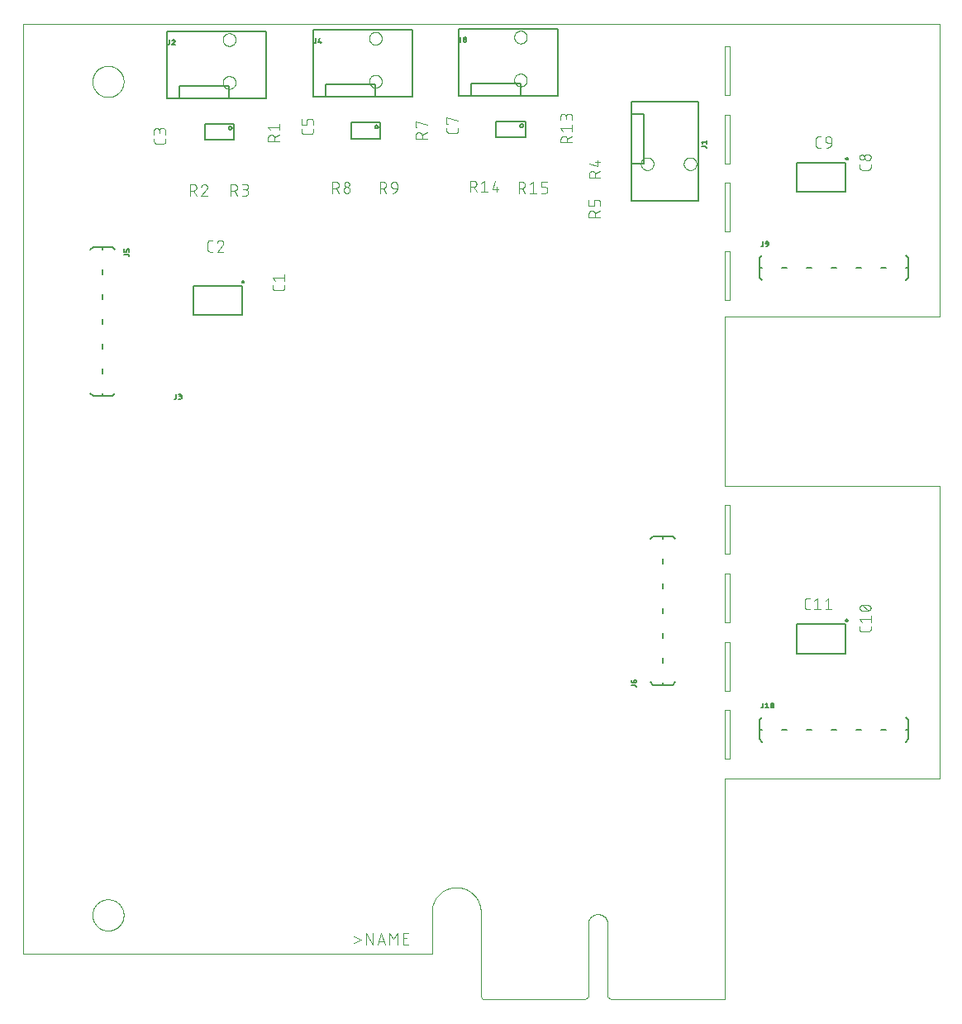
<source format=gto>
G04 EAGLE Gerber RS-274X export*
G75*
%MOMM*%
%FSLAX34Y34*%
%LPD*%
%INSilk top*%
%IPPOS*%
%AMOC8*
5,1,8,0,0,1.08239X$1,22.5*%
G01*
%ADD10C,0.000000*%
%ADD11C,0.000003*%
%ADD12C,0.101600*%
%ADD13C,0.127000*%
%ADD14C,0.200000*%
%ADD15C,0.203200*%


D10*
X-317900Y87150D02*
X-317895Y87543D01*
X-317881Y87935D01*
X-317857Y88327D01*
X-317823Y88718D01*
X-317780Y89109D01*
X-317727Y89498D01*
X-317664Y89885D01*
X-317593Y90271D01*
X-317511Y90656D01*
X-317421Y91038D01*
X-317320Y91417D01*
X-317211Y91795D01*
X-317092Y92169D01*
X-316965Y92540D01*
X-316828Y92908D01*
X-316682Y93273D01*
X-316527Y93634D01*
X-316364Y93991D01*
X-316192Y94344D01*
X-316011Y94692D01*
X-315821Y95036D01*
X-315624Y95376D01*
X-315418Y95710D01*
X-315204Y96039D01*
X-314981Y96363D01*
X-314751Y96681D01*
X-314514Y96994D01*
X-314268Y97300D01*
X-314015Y97601D01*
X-313755Y97895D01*
X-313488Y98183D01*
X-313214Y98464D01*
X-312933Y98738D01*
X-312645Y99005D01*
X-312351Y99265D01*
X-312050Y99518D01*
X-311744Y99764D01*
X-311431Y100001D01*
X-311113Y100231D01*
X-310789Y100454D01*
X-310460Y100668D01*
X-310126Y100874D01*
X-309786Y101071D01*
X-309442Y101261D01*
X-309094Y101442D01*
X-308741Y101614D01*
X-308384Y101777D01*
X-308023Y101932D01*
X-307658Y102078D01*
X-307290Y102215D01*
X-306919Y102342D01*
X-306545Y102461D01*
X-306167Y102570D01*
X-305788Y102671D01*
X-305406Y102761D01*
X-305021Y102843D01*
X-304635Y102914D01*
X-304248Y102977D01*
X-303859Y103030D01*
X-303468Y103073D01*
X-303077Y103107D01*
X-302685Y103131D01*
X-302293Y103145D01*
X-301900Y103150D01*
X-301507Y103145D01*
X-301115Y103131D01*
X-300723Y103107D01*
X-300332Y103073D01*
X-299941Y103030D01*
X-299552Y102977D01*
X-299165Y102914D01*
X-298779Y102843D01*
X-298394Y102761D01*
X-298012Y102671D01*
X-297633Y102570D01*
X-297255Y102461D01*
X-296881Y102342D01*
X-296510Y102215D01*
X-296142Y102078D01*
X-295777Y101932D01*
X-295416Y101777D01*
X-295059Y101614D01*
X-294706Y101442D01*
X-294358Y101261D01*
X-294014Y101071D01*
X-293674Y100874D01*
X-293340Y100668D01*
X-293011Y100454D01*
X-292687Y100231D01*
X-292369Y100001D01*
X-292056Y99764D01*
X-291750Y99518D01*
X-291449Y99265D01*
X-291155Y99005D01*
X-290867Y98738D01*
X-290586Y98464D01*
X-290312Y98183D01*
X-290045Y97895D01*
X-289785Y97601D01*
X-289532Y97300D01*
X-289286Y96994D01*
X-289049Y96681D01*
X-288819Y96363D01*
X-288596Y96039D01*
X-288382Y95710D01*
X-288176Y95376D01*
X-287979Y95036D01*
X-287789Y94692D01*
X-287608Y94344D01*
X-287436Y93991D01*
X-287273Y93634D01*
X-287118Y93273D01*
X-286972Y92908D01*
X-286835Y92540D01*
X-286708Y92169D01*
X-286589Y91795D01*
X-286480Y91417D01*
X-286379Y91038D01*
X-286289Y90656D01*
X-286207Y90271D01*
X-286136Y89885D01*
X-286073Y89498D01*
X-286020Y89109D01*
X-285977Y88718D01*
X-285943Y88327D01*
X-285919Y87935D01*
X-285905Y87543D01*
X-285900Y87150D01*
X-285905Y86757D01*
X-285919Y86365D01*
X-285943Y85973D01*
X-285977Y85582D01*
X-286020Y85191D01*
X-286073Y84802D01*
X-286136Y84415D01*
X-286207Y84029D01*
X-286289Y83644D01*
X-286379Y83262D01*
X-286480Y82883D01*
X-286589Y82505D01*
X-286708Y82131D01*
X-286835Y81760D01*
X-286972Y81392D01*
X-287118Y81027D01*
X-287273Y80666D01*
X-287436Y80309D01*
X-287608Y79956D01*
X-287789Y79608D01*
X-287979Y79264D01*
X-288176Y78924D01*
X-288382Y78590D01*
X-288596Y78261D01*
X-288819Y77937D01*
X-289049Y77619D01*
X-289286Y77306D01*
X-289532Y77000D01*
X-289785Y76699D01*
X-290045Y76405D01*
X-290312Y76117D01*
X-290586Y75836D01*
X-290867Y75562D01*
X-291155Y75295D01*
X-291449Y75035D01*
X-291750Y74782D01*
X-292056Y74536D01*
X-292369Y74299D01*
X-292687Y74069D01*
X-293011Y73846D01*
X-293340Y73632D01*
X-293674Y73426D01*
X-294014Y73229D01*
X-294358Y73039D01*
X-294706Y72858D01*
X-295059Y72686D01*
X-295416Y72523D01*
X-295777Y72368D01*
X-296142Y72222D01*
X-296510Y72085D01*
X-296881Y71958D01*
X-297255Y71839D01*
X-297633Y71730D01*
X-298012Y71629D01*
X-298394Y71539D01*
X-298779Y71457D01*
X-299165Y71386D01*
X-299552Y71323D01*
X-299941Y71270D01*
X-300332Y71227D01*
X-300723Y71193D01*
X-301115Y71169D01*
X-301507Y71155D01*
X-301900Y71150D01*
X-302293Y71155D01*
X-302685Y71169D01*
X-303077Y71193D01*
X-303468Y71227D01*
X-303859Y71270D01*
X-304248Y71323D01*
X-304635Y71386D01*
X-305021Y71457D01*
X-305406Y71539D01*
X-305788Y71629D01*
X-306167Y71730D01*
X-306545Y71839D01*
X-306919Y71958D01*
X-307290Y72085D01*
X-307658Y72222D01*
X-308023Y72368D01*
X-308384Y72523D01*
X-308741Y72686D01*
X-309094Y72858D01*
X-309442Y73039D01*
X-309786Y73229D01*
X-310126Y73426D01*
X-310460Y73632D01*
X-310789Y73846D01*
X-311113Y74069D01*
X-311431Y74299D01*
X-311744Y74536D01*
X-312050Y74782D01*
X-312351Y75035D01*
X-312645Y75295D01*
X-312933Y75562D01*
X-313214Y75836D01*
X-313488Y76117D01*
X-313755Y76405D01*
X-314015Y76699D01*
X-314268Y77000D01*
X-314514Y77306D01*
X-314751Y77619D01*
X-314981Y77937D01*
X-315204Y78261D01*
X-315418Y78590D01*
X-315624Y78924D01*
X-315821Y79264D01*
X-316011Y79608D01*
X-316192Y79956D01*
X-316364Y80309D01*
X-316527Y80666D01*
X-316682Y81027D01*
X-316828Y81392D01*
X-316965Y81760D01*
X-317092Y82131D01*
X-317211Y82505D01*
X-317320Y82883D01*
X-317421Y83262D01*
X-317511Y83644D01*
X-317593Y84029D01*
X-317664Y84415D01*
X-317727Y84802D01*
X-317780Y85191D01*
X-317823Y85582D01*
X-317857Y85973D01*
X-317881Y86365D01*
X-317895Y86757D01*
X-317900Y87150D01*
X-317900Y941050D02*
X-317895Y941443D01*
X-317881Y941835D01*
X-317857Y942227D01*
X-317823Y942618D01*
X-317780Y943009D01*
X-317727Y943398D01*
X-317664Y943785D01*
X-317593Y944171D01*
X-317511Y944556D01*
X-317421Y944938D01*
X-317320Y945317D01*
X-317211Y945695D01*
X-317092Y946069D01*
X-316965Y946440D01*
X-316828Y946808D01*
X-316682Y947173D01*
X-316527Y947534D01*
X-316364Y947891D01*
X-316192Y948244D01*
X-316011Y948592D01*
X-315821Y948936D01*
X-315624Y949276D01*
X-315418Y949610D01*
X-315204Y949939D01*
X-314981Y950263D01*
X-314751Y950581D01*
X-314514Y950894D01*
X-314268Y951200D01*
X-314015Y951501D01*
X-313755Y951795D01*
X-313488Y952083D01*
X-313214Y952364D01*
X-312933Y952638D01*
X-312645Y952905D01*
X-312351Y953165D01*
X-312050Y953418D01*
X-311744Y953664D01*
X-311431Y953901D01*
X-311113Y954131D01*
X-310789Y954354D01*
X-310460Y954568D01*
X-310126Y954774D01*
X-309786Y954971D01*
X-309442Y955161D01*
X-309094Y955342D01*
X-308741Y955514D01*
X-308384Y955677D01*
X-308023Y955832D01*
X-307658Y955978D01*
X-307290Y956115D01*
X-306919Y956242D01*
X-306545Y956361D01*
X-306167Y956470D01*
X-305788Y956571D01*
X-305406Y956661D01*
X-305021Y956743D01*
X-304635Y956814D01*
X-304248Y956877D01*
X-303859Y956930D01*
X-303468Y956973D01*
X-303077Y957007D01*
X-302685Y957031D01*
X-302293Y957045D01*
X-301900Y957050D01*
X-301507Y957045D01*
X-301115Y957031D01*
X-300723Y957007D01*
X-300332Y956973D01*
X-299941Y956930D01*
X-299552Y956877D01*
X-299165Y956814D01*
X-298779Y956743D01*
X-298394Y956661D01*
X-298012Y956571D01*
X-297633Y956470D01*
X-297255Y956361D01*
X-296881Y956242D01*
X-296510Y956115D01*
X-296142Y955978D01*
X-295777Y955832D01*
X-295416Y955677D01*
X-295059Y955514D01*
X-294706Y955342D01*
X-294358Y955161D01*
X-294014Y954971D01*
X-293674Y954774D01*
X-293340Y954568D01*
X-293011Y954354D01*
X-292687Y954131D01*
X-292369Y953901D01*
X-292056Y953664D01*
X-291750Y953418D01*
X-291449Y953165D01*
X-291155Y952905D01*
X-290867Y952638D01*
X-290586Y952364D01*
X-290312Y952083D01*
X-290045Y951795D01*
X-289785Y951501D01*
X-289532Y951200D01*
X-289286Y950894D01*
X-289049Y950581D01*
X-288819Y950263D01*
X-288596Y949939D01*
X-288382Y949610D01*
X-288176Y949276D01*
X-287979Y948936D01*
X-287789Y948592D01*
X-287608Y948244D01*
X-287436Y947891D01*
X-287273Y947534D01*
X-287118Y947173D01*
X-286972Y946808D01*
X-286835Y946440D01*
X-286708Y946069D01*
X-286589Y945695D01*
X-286480Y945317D01*
X-286379Y944938D01*
X-286289Y944556D01*
X-286207Y944171D01*
X-286136Y943785D01*
X-286073Y943398D01*
X-286020Y943009D01*
X-285977Y942618D01*
X-285943Y942227D01*
X-285919Y941835D01*
X-285905Y941443D01*
X-285900Y941050D01*
X-285905Y940657D01*
X-285919Y940265D01*
X-285943Y939873D01*
X-285977Y939482D01*
X-286020Y939091D01*
X-286073Y938702D01*
X-286136Y938315D01*
X-286207Y937929D01*
X-286289Y937544D01*
X-286379Y937162D01*
X-286480Y936783D01*
X-286589Y936405D01*
X-286708Y936031D01*
X-286835Y935660D01*
X-286972Y935292D01*
X-287118Y934927D01*
X-287273Y934566D01*
X-287436Y934209D01*
X-287608Y933856D01*
X-287789Y933508D01*
X-287979Y933164D01*
X-288176Y932824D01*
X-288382Y932490D01*
X-288596Y932161D01*
X-288819Y931837D01*
X-289049Y931519D01*
X-289286Y931206D01*
X-289532Y930900D01*
X-289785Y930599D01*
X-290045Y930305D01*
X-290312Y930017D01*
X-290586Y929736D01*
X-290867Y929462D01*
X-291155Y929195D01*
X-291449Y928935D01*
X-291750Y928682D01*
X-292056Y928436D01*
X-292369Y928199D01*
X-292687Y927969D01*
X-293011Y927746D01*
X-293340Y927532D01*
X-293674Y927326D01*
X-294014Y927129D01*
X-294358Y926939D01*
X-294706Y926758D01*
X-295059Y926586D01*
X-295416Y926423D01*
X-295777Y926268D01*
X-296142Y926122D01*
X-296510Y925985D01*
X-296881Y925858D01*
X-297255Y925739D01*
X-297633Y925630D01*
X-298012Y925529D01*
X-298394Y925439D01*
X-298779Y925357D01*
X-299165Y925286D01*
X-299552Y925223D01*
X-299941Y925170D01*
X-300332Y925127D01*
X-300723Y925093D01*
X-301115Y925069D01*
X-301507Y925055D01*
X-301900Y925050D01*
X-302293Y925055D01*
X-302685Y925069D01*
X-303077Y925093D01*
X-303468Y925127D01*
X-303859Y925170D01*
X-304248Y925223D01*
X-304635Y925286D01*
X-305021Y925357D01*
X-305406Y925439D01*
X-305788Y925529D01*
X-306167Y925630D01*
X-306545Y925739D01*
X-306919Y925858D01*
X-307290Y925985D01*
X-307658Y926122D01*
X-308023Y926268D01*
X-308384Y926423D01*
X-308741Y926586D01*
X-309094Y926758D01*
X-309442Y926939D01*
X-309786Y927129D01*
X-310126Y927326D01*
X-310460Y927532D01*
X-310789Y927746D01*
X-311113Y927969D01*
X-311431Y928199D01*
X-311744Y928436D01*
X-312050Y928682D01*
X-312351Y928935D01*
X-312645Y929195D01*
X-312933Y929462D01*
X-313214Y929736D01*
X-313488Y930017D01*
X-313755Y930305D01*
X-314015Y930599D01*
X-314268Y930900D01*
X-314514Y931206D01*
X-314751Y931519D01*
X-314981Y931837D01*
X-315204Y932161D01*
X-315418Y932490D01*
X-315624Y932824D01*
X-315821Y933164D01*
X-316011Y933508D01*
X-316192Y933856D01*
X-316364Y934209D01*
X-316527Y934566D01*
X-316682Y934927D01*
X-316828Y935292D01*
X-316965Y935660D01*
X-317092Y936031D01*
X-317211Y936405D01*
X-317320Y936783D01*
X-317421Y937162D01*
X-317511Y937544D01*
X-317593Y937929D01*
X-317664Y938315D01*
X-317727Y938702D01*
X-317780Y939091D01*
X-317823Y939482D01*
X-317857Y939873D01*
X-317881Y940265D01*
X-317895Y940657D01*
X-317900Y941050D01*
D11*
X79900Y90500D02*
X79900Y3500D01*
X81900Y500D01*
X186900Y500D01*
X209900Y3500D02*
X209900Y78000D01*
X189900Y3500D02*
X186900Y500D01*
X209900Y3500D02*
X212900Y500D01*
X330000Y500D01*
X209900Y78000D02*
X209897Y78244D01*
X209888Y78487D01*
X209873Y78730D01*
X209853Y78973D01*
X209826Y79215D01*
X209793Y79456D01*
X209755Y79696D01*
X209711Y79936D01*
X209661Y80174D01*
X209605Y80411D01*
X209543Y80647D01*
X209476Y80881D01*
X209403Y81113D01*
X209324Y81344D01*
X209240Y81572D01*
X209150Y81799D01*
X209055Y82023D01*
X208954Y82245D01*
X208848Y82464D01*
X208737Y82680D01*
X208620Y82894D01*
X208499Y83105D01*
X208372Y83313D01*
X208240Y83518D01*
X208103Y83719D01*
X207961Y83917D01*
X207815Y84112D01*
X207664Y84303D01*
X207508Y84490D01*
X207348Y84673D01*
X207183Y84853D01*
X207014Y85028D01*
X206841Y85199D01*
X206663Y85366D01*
X206482Y85528D01*
X206297Y85686D01*
X206108Y85840D01*
X205915Y85989D01*
X205719Y86133D01*
X205519Y86272D01*
X205316Y86407D01*
X205109Y86536D01*
X204900Y86660D01*
X204688Y86779D01*
X204472Y86893D01*
X204255Y87002D01*
X204034Y87105D01*
X203811Y87203D01*
X203586Y87296D01*
X203358Y87383D01*
X203129Y87464D01*
X202897Y87540D01*
X202664Y87610D01*
X202429Y87675D01*
X202193Y87734D01*
X201955Y87787D01*
X201716Y87834D01*
X201476Y87875D01*
X201235Y87910D01*
X200994Y87940D01*
X200751Y87964D01*
X200508Y87981D01*
X200265Y87993D01*
X200022Y87999D01*
X199778Y87999D01*
X199535Y87993D01*
X199292Y87981D01*
X199049Y87964D01*
X198806Y87940D01*
X198565Y87910D01*
X198324Y87875D01*
X198084Y87834D01*
X197845Y87787D01*
X197607Y87734D01*
X197371Y87675D01*
X197136Y87610D01*
X196903Y87540D01*
X196671Y87464D01*
X196442Y87383D01*
X196214Y87296D01*
X195989Y87203D01*
X195766Y87105D01*
X195545Y87002D01*
X195328Y86893D01*
X195112Y86779D01*
X194900Y86660D01*
X194691Y86536D01*
X194484Y86407D01*
X194281Y86272D01*
X194081Y86133D01*
X193885Y85989D01*
X193692Y85840D01*
X193503Y85686D01*
X193318Y85528D01*
X193137Y85366D01*
X192959Y85199D01*
X192786Y85028D01*
X192617Y84853D01*
X192452Y84673D01*
X192292Y84490D01*
X192136Y84303D01*
X191985Y84112D01*
X191839Y83917D01*
X191697Y83719D01*
X191560Y83518D01*
X191428Y83313D01*
X191301Y83105D01*
X191180Y82894D01*
X191063Y82680D01*
X190952Y82464D01*
X190846Y82245D01*
X190745Y82023D01*
X190650Y81799D01*
X190560Y81572D01*
X190476Y81344D01*
X190397Y81113D01*
X190324Y80881D01*
X190257Y80647D01*
X190195Y80411D01*
X190139Y80174D01*
X190089Y79936D01*
X190045Y79696D01*
X190007Y79456D01*
X189974Y79215D01*
X189947Y78973D01*
X189927Y78730D01*
X189912Y78487D01*
X189903Y78244D01*
X189900Y78000D01*
X54900Y115500D02*
X54296Y115493D01*
X53692Y115471D01*
X53089Y115434D01*
X52487Y115383D01*
X51887Y115318D01*
X51288Y115238D01*
X50691Y115143D01*
X50097Y115034D01*
X49505Y114911D01*
X48917Y114774D01*
X48332Y114622D01*
X47751Y114456D01*
X47175Y114276D01*
X46602Y114083D01*
X46035Y113875D01*
X45473Y113654D01*
X44916Y113420D01*
X44365Y113172D01*
X43820Y112911D01*
X43282Y112636D01*
X42750Y112349D01*
X42226Y112049D01*
X41709Y111737D01*
X41200Y111412D01*
X40698Y111075D01*
X40205Y110725D01*
X39721Y110364D01*
X39245Y109992D01*
X38779Y109608D01*
X38322Y109213D01*
X37875Y108807D01*
X37437Y108390D01*
X37010Y107963D01*
X36593Y107525D01*
X36187Y107078D01*
X35792Y106621D01*
X35408Y106155D01*
X35036Y105679D01*
X34675Y105195D01*
X34325Y104702D01*
X33988Y104200D01*
X33663Y103691D01*
X33351Y103174D01*
X33051Y102650D01*
X32764Y102118D01*
X32489Y101580D01*
X32228Y101035D01*
X31980Y100484D01*
X31746Y99927D01*
X31525Y99365D01*
X31317Y98798D01*
X31124Y98225D01*
X30944Y97649D01*
X30778Y97068D01*
X30626Y96483D01*
X30489Y95895D01*
X30366Y95303D01*
X30257Y94709D01*
X30162Y94112D01*
X30082Y93513D01*
X30017Y92913D01*
X29966Y92311D01*
X29929Y91708D01*
X29907Y91104D01*
X29900Y90500D01*
X54900Y115500D02*
X55504Y115493D01*
X56108Y115471D01*
X56711Y115434D01*
X57313Y115383D01*
X57913Y115318D01*
X58512Y115238D01*
X59109Y115143D01*
X59703Y115034D01*
X60295Y114911D01*
X60883Y114774D01*
X61468Y114622D01*
X62049Y114456D01*
X62625Y114276D01*
X63198Y114083D01*
X63765Y113875D01*
X64327Y113654D01*
X64884Y113420D01*
X65435Y113172D01*
X65980Y112911D01*
X66518Y112636D01*
X67050Y112349D01*
X67574Y112049D01*
X68091Y111737D01*
X68600Y111412D01*
X69102Y111075D01*
X69595Y110725D01*
X70079Y110364D01*
X70555Y109992D01*
X71021Y109608D01*
X71478Y109213D01*
X71925Y108807D01*
X72363Y108390D01*
X72790Y107963D01*
X73207Y107525D01*
X73613Y107078D01*
X74008Y106621D01*
X74392Y106155D01*
X74764Y105679D01*
X75125Y105195D01*
X75475Y104702D01*
X75812Y104200D01*
X76137Y103691D01*
X76449Y103174D01*
X76749Y102650D01*
X77036Y102118D01*
X77311Y101580D01*
X77572Y101035D01*
X77820Y100484D01*
X78054Y99927D01*
X78275Y99365D01*
X78483Y98798D01*
X78676Y98225D01*
X78856Y97649D01*
X79022Y97068D01*
X79174Y96483D01*
X79311Y95895D01*
X79434Y95303D01*
X79543Y94709D01*
X79638Y94112D01*
X79718Y93513D01*
X79783Y92913D01*
X79834Y92311D01*
X79871Y91708D01*
X79893Y91104D01*
X79900Y90500D01*
X29900Y90500D02*
X29900Y47500D01*
X-389090Y47500D02*
X-389090Y1000030D01*
X330000Y1000030D01*
X189900Y78000D02*
X189900Y3500D01*
X-389090Y47498D02*
X-389090Y47500D01*
X29900Y47500D01*
D12*
X-42603Y61652D02*
X-50392Y64897D01*
X-50392Y58406D02*
X-42603Y61652D01*
X-37170Y57108D02*
X-37170Y68792D01*
X-30679Y57108D01*
X-30679Y68792D01*
X-22113Y68792D02*
X-26008Y57108D01*
X-18219Y57108D02*
X-22113Y68792D01*
X-19192Y60029D02*
X-25034Y60029D01*
X-13435Y57108D02*
X-13435Y68792D01*
X-9540Y62301D01*
X-5646Y68792D01*
X-5646Y57108D01*
X191Y57108D02*
X5384Y57108D01*
X191Y57108D02*
X191Y68792D01*
X5384Y68792D01*
X4085Y63599D02*
X191Y63599D01*
D10*
X330000Y700000D02*
X550000Y700000D01*
X550000Y1000030D01*
X330000Y1000030D01*
X330000Y227050D02*
X550000Y227050D01*
X550000Y527050D01*
X330000Y527050D01*
X330000Y227050D02*
X330000Y500D01*
X330000Y527050D02*
X330000Y700000D01*
X335000Y297050D02*
X335000Y247050D01*
X330000Y247050D01*
X330000Y297050D02*
X335000Y297050D01*
X330000Y297050D02*
X330000Y247050D01*
X335000Y317050D02*
X335000Y367050D01*
X335000Y317050D02*
X330000Y317050D01*
X330000Y367050D02*
X335000Y367050D01*
X330000Y367050D02*
X330000Y317050D01*
X335000Y387050D02*
X335000Y437050D01*
X335000Y387050D02*
X330000Y387050D01*
X330000Y437050D02*
X335000Y437050D01*
X330000Y437050D02*
X330000Y387050D01*
X335000Y457050D02*
X335000Y507050D01*
X335000Y457050D02*
X330000Y457050D01*
X330000Y507050D02*
X335000Y507050D01*
X330000Y507050D02*
X330000Y457050D01*
X335000Y717050D02*
X335000Y767050D01*
X335000Y717050D02*
X330000Y717050D01*
X330000Y767050D02*
X335000Y767050D01*
X330000Y767050D02*
X330000Y717050D01*
X335000Y787050D02*
X335000Y837050D01*
X335000Y787050D02*
X330000Y787050D01*
X330000Y837050D02*
X335000Y837050D01*
X330000Y837050D02*
X330000Y787050D01*
X335000Y857050D02*
X335000Y907050D01*
X335000Y857050D02*
X330000Y857050D01*
X330000Y907050D02*
X335000Y907050D01*
X330000Y907050D02*
X330000Y857050D01*
X335000Y927050D02*
X335000Y977050D01*
X335000Y927050D02*
X330000Y927050D01*
X330000Y977050D02*
X335000Y977050D01*
X330000Y977050D02*
X330000Y927050D01*
D13*
X-164620Y701570D02*
X-214620Y701570D01*
X-214620Y731570D01*
X-164620Y731570D01*
X-164620Y701570D01*
D14*
X-164620Y735570D02*
X-164618Y735633D01*
X-164612Y735695D01*
X-164602Y735757D01*
X-164589Y735819D01*
X-164571Y735879D01*
X-164550Y735938D01*
X-164525Y735996D01*
X-164496Y736052D01*
X-164464Y736106D01*
X-164429Y736158D01*
X-164391Y736207D01*
X-164349Y736255D01*
X-164305Y736299D01*
X-164257Y736341D01*
X-164208Y736379D01*
X-164156Y736414D01*
X-164102Y736446D01*
X-164046Y736475D01*
X-163988Y736500D01*
X-163929Y736521D01*
X-163869Y736539D01*
X-163807Y736552D01*
X-163745Y736562D01*
X-163683Y736568D01*
X-163620Y736570D01*
X-163557Y736568D01*
X-163495Y736562D01*
X-163433Y736552D01*
X-163371Y736539D01*
X-163311Y736521D01*
X-163252Y736500D01*
X-163194Y736475D01*
X-163138Y736446D01*
X-163084Y736414D01*
X-163032Y736379D01*
X-162983Y736341D01*
X-162935Y736299D01*
X-162891Y736255D01*
X-162849Y736207D01*
X-162811Y736158D01*
X-162776Y736106D01*
X-162744Y736052D01*
X-162715Y735996D01*
X-162690Y735938D01*
X-162669Y735879D01*
X-162651Y735819D01*
X-162638Y735757D01*
X-162628Y735695D01*
X-162622Y735633D01*
X-162620Y735570D01*
X-162622Y735507D01*
X-162628Y735445D01*
X-162638Y735383D01*
X-162651Y735321D01*
X-162669Y735261D01*
X-162690Y735202D01*
X-162715Y735144D01*
X-162744Y735088D01*
X-162776Y735034D01*
X-162811Y734982D01*
X-162849Y734933D01*
X-162891Y734885D01*
X-162935Y734841D01*
X-162983Y734799D01*
X-163032Y734761D01*
X-163084Y734726D01*
X-163138Y734694D01*
X-163194Y734665D01*
X-163252Y734640D01*
X-163311Y734619D01*
X-163371Y734601D01*
X-163433Y734588D01*
X-163495Y734578D01*
X-163557Y734572D01*
X-163620Y734570D01*
X-163683Y734572D01*
X-163745Y734578D01*
X-163807Y734588D01*
X-163869Y734601D01*
X-163929Y734619D01*
X-163988Y734640D01*
X-164046Y734665D01*
X-164102Y734694D01*
X-164156Y734726D01*
X-164208Y734761D01*
X-164257Y734799D01*
X-164305Y734841D01*
X-164349Y734885D01*
X-164391Y734933D01*
X-164429Y734982D01*
X-164464Y735034D01*
X-164496Y735088D01*
X-164525Y735144D01*
X-164550Y735202D01*
X-164571Y735261D01*
X-164589Y735321D01*
X-164602Y735383D01*
X-164612Y735445D01*
X-164618Y735507D01*
X-164620Y735570D01*
D12*
X-121438Y732301D02*
X-121438Y729704D01*
X-121440Y729605D01*
X-121446Y729505D01*
X-121455Y729406D01*
X-121468Y729308D01*
X-121485Y729210D01*
X-121506Y729112D01*
X-121531Y729016D01*
X-121559Y728921D01*
X-121591Y728827D01*
X-121626Y728734D01*
X-121665Y728642D01*
X-121708Y728552D01*
X-121753Y728464D01*
X-121803Y728377D01*
X-121855Y728293D01*
X-121911Y728210D01*
X-121969Y728130D01*
X-122031Y728052D01*
X-122096Y727977D01*
X-122164Y727904D01*
X-122234Y727834D01*
X-122307Y727766D01*
X-122382Y727701D01*
X-122460Y727639D01*
X-122540Y727581D01*
X-122623Y727525D01*
X-122707Y727473D01*
X-122794Y727423D01*
X-122882Y727378D01*
X-122972Y727335D01*
X-123064Y727296D01*
X-123157Y727261D01*
X-123251Y727229D01*
X-123346Y727201D01*
X-123442Y727176D01*
X-123540Y727155D01*
X-123638Y727138D01*
X-123736Y727125D01*
X-123835Y727116D01*
X-123935Y727110D01*
X-124034Y727108D01*
X-130526Y727108D01*
X-130625Y727110D01*
X-130725Y727116D01*
X-130824Y727125D01*
X-130922Y727138D01*
X-131020Y727155D01*
X-131118Y727176D01*
X-131214Y727201D01*
X-131309Y727229D01*
X-131403Y727261D01*
X-131496Y727296D01*
X-131588Y727335D01*
X-131678Y727378D01*
X-131766Y727423D01*
X-131853Y727473D01*
X-131937Y727525D01*
X-132020Y727581D01*
X-132100Y727639D01*
X-132178Y727701D01*
X-132253Y727766D01*
X-132326Y727834D01*
X-132396Y727904D01*
X-132464Y727977D01*
X-132529Y728052D01*
X-132591Y728130D01*
X-132649Y728210D01*
X-132705Y728293D01*
X-132757Y728377D01*
X-132807Y728464D01*
X-132852Y728552D01*
X-132895Y728642D01*
X-132934Y728734D01*
X-132969Y728826D01*
X-133001Y728921D01*
X-133029Y729016D01*
X-133054Y729112D01*
X-133075Y729210D01*
X-133092Y729308D01*
X-133105Y729406D01*
X-133114Y729505D01*
X-133120Y729605D01*
X-133122Y729704D01*
X-133122Y732301D01*
X-130526Y736666D02*
X-133122Y739912D01*
X-121438Y739912D01*
X-121438Y743157D02*
X-121438Y736666D01*
X-194634Y766608D02*
X-197231Y766608D01*
X-197330Y766610D01*
X-197430Y766616D01*
X-197529Y766625D01*
X-197627Y766638D01*
X-197725Y766655D01*
X-197823Y766676D01*
X-197919Y766701D01*
X-198014Y766729D01*
X-198108Y766761D01*
X-198201Y766796D01*
X-198293Y766835D01*
X-198383Y766878D01*
X-198471Y766923D01*
X-198558Y766973D01*
X-198642Y767025D01*
X-198725Y767081D01*
X-198805Y767139D01*
X-198883Y767201D01*
X-198958Y767266D01*
X-199031Y767334D01*
X-199101Y767404D01*
X-199169Y767477D01*
X-199234Y767552D01*
X-199296Y767630D01*
X-199354Y767710D01*
X-199410Y767793D01*
X-199462Y767877D01*
X-199512Y767964D01*
X-199557Y768052D01*
X-199600Y768142D01*
X-199639Y768234D01*
X-199674Y768327D01*
X-199706Y768421D01*
X-199734Y768516D01*
X-199759Y768612D01*
X-199780Y768710D01*
X-199797Y768808D01*
X-199810Y768906D01*
X-199819Y769005D01*
X-199825Y769105D01*
X-199827Y769204D01*
X-199827Y775696D01*
X-199825Y775795D01*
X-199819Y775895D01*
X-199810Y775994D01*
X-199797Y776092D01*
X-199780Y776190D01*
X-199759Y776288D01*
X-199734Y776384D01*
X-199706Y776479D01*
X-199674Y776573D01*
X-199639Y776666D01*
X-199600Y776758D01*
X-199557Y776848D01*
X-199512Y776936D01*
X-199462Y777023D01*
X-199410Y777107D01*
X-199354Y777190D01*
X-199296Y777270D01*
X-199234Y777348D01*
X-199169Y777423D01*
X-199101Y777496D01*
X-199031Y777566D01*
X-198958Y777634D01*
X-198883Y777699D01*
X-198805Y777761D01*
X-198725Y777819D01*
X-198642Y777875D01*
X-198558Y777927D01*
X-198471Y777977D01*
X-198383Y778022D01*
X-198293Y778065D01*
X-198201Y778104D01*
X-198108Y778139D01*
X-198014Y778171D01*
X-197919Y778199D01*
X-197823Y778224D01*
X-197725Y778245D01*
X-197627Y778262D01*
X-197529Y778275D01*
X-197430Y778284D01*
X-197330Y778290D01*
X-197231Y778292D01*
X-194634Y778292D01*
X-186699Y778292D02*
X-186592Y778290D01*
X-186486Y778284D01*
X-186380Y778274D01*
X-186274Y778261D01*
X-186168Y778243D01*
X-186064Y778222D01*
X-185960Y778197D01*
X-185857Y778168D01*
X-185756Y778136D01*
X-185656Y778099D01*
X-185557Y778059D01*
X-185459Y778016D01*
X-185363Y777969D01*
X-185269Y777918D01*
X-185177Y777864D01*
X-185087Y777807D01*
X-184999Y777747D01*
X-184914Y777683D01*
X-184831Y777616D01*
X-184750Y777546D01*
X-184672Y777474D01*
X-184596Y777398D01*
X-184524Y777320D01*
X-184454Y777239D01*
X-184387Y777156D01*
X-184323Y777071D01*
X-184263Y776983D01*
X-184206Y776893D01*
X-184152Y776801D01*
X-184101Y776707D01*
X-184054Y776611D01*
X-184011Y776513D01*
X-183971Y776414D01*
X-183934Y776314D01*
X-183902Y776213D01*
X-183873Y776110D01*
X-183848Y776006D01*
X-183827Y775902D01*
X-183809Y775796D01*
X-183796Y775690D01*
X-183786Y775584D01*
X-183780Y775478D01*
X-183778Y775371D01*
X-186699Y778292D02*
X-186820Y778290D01*
X-186941Y778284D01*
X-187061Y778274D01*
X-187182Y778261D01*
X-187301Y778243D01*
X-187421Y778222D01*
X-187539Y778197D01*
X-187656Y778168D01*
X-187773Y778135D01*
X-187888Y778099D01*
X-188002Y778058D01*
X-188115Y778015D01*
X-188227Y777967D01*
X-188336Y777916D01*
X-188444Y777861D01*
X-188551Y777803D01*
X-188655Y777742D01*
X-188757Y777677D01*
X-188857Y777609D01*
X-188955Y777538D01*
X-189051Y777464D01*
X-189144Y777387D01*
X-189234Y777306D01*
X-189322Y777223D01*
X-189407Y777137D01*
X-189490Y777048D01*
X-189569Y776957D01*
X-189646Y776863D01*
X-189719Y776767D01*
X-189789Y776669D01*
X-189856Y776568D01*
X-189920Y776465D01*
X-189981Y776360D01*
X-190038Y776253D01*
X-190091Y776145D01*
X-190141Y776035D01*
X-190187Y775923D01*
X-190230Y775810D01*
X-190269Y775695D01*
X-184752Y773099D02*
X-184673Y773177D01*
X-184597Y773257D01*
X-184524Y773340D01*
X-184454Y773426D01*
X-184387Y773513D01*
X-184323Y773604D01*
X-184263Y773696D01*
X-184205Y773790D01*
X-184151Y773887D01*
X-184101Y773985D01*
X-184054Y774085D01*
X-184010Y774186D01*
X-183970Y774289D01*
X-183934Y774394D01*
X-183902Y774499D01*
X-183873Y774606D01*
X-183848Y774713D01*
X-183826Y774822D01*
X-183809Y774931D01*
X-183795Y775040D01*
X-183786Y775150D01*
X-183780Y775261D01*
X-183778Y775371D01*
X-184752Y773099D02*
X-190269Y766608D01*
X-183778Y766608D01*
D15*
X-307390Y748410D02*
X-307390Y743330D01*
X-307390Y723010D02*
X-307390Y717930D01*
X-307390Y697610D02*
X-307390Y692530D01*
X-307390Y672210D02*
X-307390Y667130D01*
X-307390Y646810D02*
X-307390Y641730D01*
X-307390Y768730D02*
X-307390Y771270D01*
X-297484Y771270D01*
X-294690Y768476D01*
X-307390Y771270D02*
X-317296Y771270D01*
X-320090Y768476D01*
X-307390Y621410D02*
X-307390Y618870D01*
X-317296Y618870D01*
X-320090Y621664D01*
X-307390Y618870D02*
X-297484Y618870D01*
X-294690Y621664D01*
D13*
X-285165Y763736D02*
X-281411Y763736D01*
X-281346Y763734D01*
X-281282Y763728D01*
X-281218Y763718D01*
X-281154Y763705D01*
X-281092Y763687D01*
X-281031Y763666D01*
X-280971Y763642D01*
X-280913Y763613D01*
X-280856Y763581D01*
X-280802Y763546D01*
X-280750Y763508D01*
X-280700Y763466D01*
X-280653Y763422D01*
X-280609Y763375D01*
X-280567Y763325D01*
X-280529Y763273D01*
X-280494Y763219D01*
X-280462Y763162D01*
X-280433Y763104D01*
X-280409Y763044D01*
X-280388Y762983D01*
X-280370Y762921D01*
X-280357Y762857D01*
X-280347Y762793D01*
X-280341Y762729D01*
X-280339Y762664D01*
X-280339Y762127D01*
X-280339Y766684D02*
X-280339Y768293D01*
X-280341Y768358D01*
X-280347Y768422D01*
X-280357Y768486D01*
X-280370Y768550D01*
X-280388Y768612D01*
X-280409Y768673D01*
X-280433Y768733D01*
X-280462Y768791D01*
X-280494Y768848D01*
X-280529Y768902D01*
X-280567Y768954D01*
X-280609Y769004D01*
X-280653Y769051D01*
X-280700Y769095D01*
X-280750Y769137D01*
X-280802Y769175D01*
X-280856Y769210D01*
X-280913Y769242D01*
X-280971Y769271D01*
X-281031Y769295D01*
X-281092Y769316D01*
X-281154Y769334D01*
X-281218Y769347D01*
X-281282Y769357D01*
X-281346Y769363D01*
X-281411Y769365D01*
X-281948Y769365D01*
X-282013Y769363D01*
X-282077Y769357D01*
X-282141Y769347D01*
X-282205Y769334D01*
X-282267Y769316D01*
X-282328Y769295D01*
X-282388Y769271D01*
X-282446Y769242D01*
X-282503Y769210D01*
X-282557Y769175D01*
X-282609Y769137D01*
X-282659Y769095D01*
X-282706Y769051D01*
X-282750Y769004D01*
X-282792Y768954D01*
X-282830Y768902D01*
X-282865Y768848D01*
X-282897Y768791D01*
X-282926Y768733D01*
X-282950Y768673D01*
X-282971Y768612D01*
X-282989Y768550D01*
X-283002Y768486D01*
X-283012Y768422D01*
X-283018Y768358D01*
X-283020Y768293D01*
X-283020Y766684D01*
X-285165Y766684D01*
X-285165Y769365D01*
D15*
X266400Y350890D02*
X266400Y345810D01*
X266400Y371210D02*
X266400Y376290D01*
X266400Y396610D02*
X266400Y401690D01*
X266400Y422010D02*
X266400Y427090D01*
X266400Y447410D02*
X266400Y452490D01*
X266400Y325490D02*
X266400Y322950D01*
X256494Y322950D01*
X253700Y325744D01*
X266400Y322950D02*
X276306Y322950D01*
X279100Y325744D01*
X266400Y472810D02*
X266400Y475350D01*
X276306Y475350D01*
X279100Y472556D01*
X266400Y475350D02*
X256494Y475350D01*
X253700Y472556D01*
D13*
X238103Y322364D02*
X234349Y322364D01*
X238103Y322363D02*
X238168Y322361D01*
X238232Y322355D01*
X238296Y322345D01*
X238360Y322332D01*
X238422Y322314D01*
X238483Y322293D01*
X238543Y322269D01*
X238601Y322240D01*
X238658Y322208D01*
X238712Y322173D01*
X238764Y322135D01*
X238814Y322093D01*
X238861Y322049D01*
X238905Y322002D01*
X238947Y321952D01*
X238985Y321900D01*
X239020Y321846D01*
X239052Y321789D01*
X239081Y321731D01*
X239105Y321671D01*
X239126Y321610D01*
X239144Y321548D01*
X239157Y321484D01*
X239167Y321420D01*
X239173Y321356D01*
X239175Y321291D01*
X239175Y320755D01*
X236494Y325312D02*
X236494Y326920D01*
X236496Y326985D01*
X236502Y327049D01*
X236512Y327113D01*
X236525Y327177D01*
X236543Y327239D01*
X236564Y327300D01*
X236588Y327360D01*
X236617Y327418D01*
X236649Y327475D01*
X236684Y327529D01*
X236722Y327581D01*
X236764Y327631D01*
X236808Y327678D01*
X236855Y327722D01*
X236905Y327764D01*
X236957Y327802D01*
X237011Y327837D01*
X237068Y327869D01*
X237126Y327898D01*
X237186Y327922D01*
X237247Y327943D01*
X237309Y327961D01*
X237373Y327974D01*
X237437Y327984D01*
X237501Y327990D01*
X237566Y327992D01*
X237566Y327993D02*
X237834Y327993D01*
X237905Y327991D01*
X237977Y327985D01*
X238047Y327976D01*
X238117Y327963D01*
X238187Y327946D01*
X238255Y327925D01*
X238322Y327901D01*
X238388Y327873D01*
X238452Y327842D01*
X238515Y327807D01*
X238575Y327769D01*
X238634Y327728D01*
X238690Y327684D01*
X238744Y327637D01*
X238795Y327588D01*
X238843Y327535D01*
X238889Y327480D01*
X238931Y327423D01*
X238971Y327363D01*
X239007Y327302D01*
X239040Y327238D01*
X239069Y327173D01*
X239095Y327107D01*
X239118Y327039D01*
X239137Y326970D01*
X239152Y326900D01*
X239163Y326830D01*
X239171Y326759D01*
X239175Y326688D01*
X239175Y326616D01*
X239171Y326545D01*
X239163Y326474D01*
X239152Y326404D01*
X239137Y326334D01*
X239118Y326265D01*
X239095Y326197D01*
X239069Y326131D01*
X239040Y326066D01*
X239007Y326002D01*
X238971Y325941D01*
X238931Y325881D01*
X238889Y325824D01*
X238843Y325769D01*
X238795Y325716D01*
X238744Y325667D01*
X238690Y325620D01*
X238634Y325576D01*
X238575Y325535D01*
X238515Y325497D01*
X238452Y325462D01*
X238388Y325431D01*
X238322Y325403D01*
X238255Y325379D01*
X238187Y325358D01*
X238117Y325341D01*
X238047Y325328D01*
X237977Y325319D01*
X237905Y325313D01*
X237834Y325311D01*
X237834Y325312D02*
X236494Y325312D01*
X236403Y325314D01*
X236312Y325320D01*
X236222Y325329D01*
X236131Y325343D01*
X236042Y325360D01*
X235954Y325381D01*
X235866Y325406D01*
X235779Y325435D01*
X235694Y325467D01*
X235610Y325502D01*
X235528Y325542D01*
X235448Y325584D01*
X235369Y325630D01*
X235293Y325680D01*
X235219Y325732D01*
X235146Y325788D01*
X235077Y325847D01*
X235010Y325908D01*
X234945Y325973D01*
X234884Y326040D01*
X234825Y326109D01*
X234769Y326181D01*
X234717Y326256D01*
X234667Y326332D01*
X234621Y326411D01*
X234579Y326491D01*
X234539Y326573D01*
X234504Y326657D01*
X234472Y326742D01*
X234443Y326829D01*
X234418Y326916D01*
X234397Y327005D01*
X234380Y327094D01*
X234366Y327184D01*
X234357Y327275D01*
X234351Y327366D01*
X234349Y327457D01*
X-241300Y923840D02*
X-241300Y992420D01*
X-139700Y992420D02*
X-139700Y923840D01*
X-139700Y992420D02*
X-241300Y992420D01*
X-177800Y923840D02*
X-139700Y923840D01*
X-177800Y923840D02*
X-228600Y923840D01*
X-241300Y923840D01*
X-228600Y923840D02*
X-228600Y936540D01*
X-177800Y936540D01*
X-177800Y923840D01*
D10*
X-184300Y983940D02*
X-184298Y984101D01*
X-184292Y984261D01*
X-184282Y984422D01*
X-184268Y984582D01*
X-184250Y984742D01*
X-184229Y984901D01*
X-184203Y985060D01*
X-184173Y985218D01*
X-184140Y985375D01*
X-184102Y985532D01*
X-184061Y985687D01*
X-184016Y985841D01*
X-183967Y985994D01*
X-183914Y986146D01*
X-183858Y986297D01*
X-183797Y986446D01*
X-183734Y986594D01*
X-183666Y986740D01*
X-183595Y986884D01*
X-183521Y987026D01*
X-183443Y987167D01*
X-183361Y987305D01*
X-183276Y987442D01*
X-183188Y987576D01*
X-183096Y987708D01*
X-183001Y987838D01*
X-182903Y987966D01*
X-182802Y988091D01*
X-182698Y988213D01*
X-182591Y988333D01*
X-182481Y988450D01*
X-182368Y988565D01*
X-182252Y988676D01*
X-182133Y988785D01*
X-182012Y988890D01*
X-181888Y988993D01*
X-181762Y989093D01*
X-181634Y989189D01*
X-181503Y989282D01*
X-181369Y989372D01*
X-181234Y989459D01*
X-181096Y989542D01*
X-180957Y989622D01*
X-180815Y989698D01*
X-180672Y989771D01*
X-180527Y989840D01*
X-180380Y989906D01*
X-180232Y989968D01*
X-180082Y990026D01*
X-179931Y990081D01*
X-179778Y990132D01*
X-179624Y990179D01*
X-179469Y990222D01*
X-179313Y990261D01*
X-179157Y990297D01*
X-178999Y990328D01*
X-178841Y990356D01*
X-178682Y990380D01*
X-178522Y990400D01*
X-178362Y990416D01*
X-178202Y990428D01*
X-178041Y990436D01*
X-177880Y990440D01*
X-177720Y990440D01*
X-177559Y990436D01*
X-177398Y990428D01*
X-177238Y990416D01*
X-177078Y990400D01*
X-176918Y990380D01*
X-176759Y990356D01*
X-176601Y990328D01*
X-176443Y990297D01*
X-176287Y990261D01*
X-176131Y990222D01*
X-175976Y990179D01*
X-175822Y990132D01*
X-175669Y990081D01*
X-175518Y990026D01*
X-175368Y989968D01*
X-175220Y989906D01*
X-175073Y989840D01*
X-174928Y989771D01*
X-174785Y989698D01*
X-174643Y989622D01*
X-174504Y989542D01*
X-174366Y989459D01*
X-174231Y989372D01*
X-174097Y989282D01*
X-173966Y989189D01*
X-173838Y989093D01*
X-173712Y988993D01*
X-173588Y988890D01*
X-173467Y988785D01*
X-173348Y988676D01*
X-173232Y988565D01*
X-173119Y988450D01*
X-173009Y988333D01*
X-172902Y988213D01*
X-172798Y988091D01*
X-172697Y987966D01*
X-172599Y987838D01*
X-172504Y987708D01*
X-172412Y987576D01*
X-172324Y987442D01*
X-172239Y987305D01*
X-172157Y987167D01*
X-172079Y987026D01*
X-172005Y986884D01*
X-171934Y986740D01*
X-171866Y986594D01*
X-171803Y986446D01*
X-171742Y986297D01*
X-171686Y986146D01*
X-171633Y985994D01*
X-171584Y985841D01*
X-171539Y985687D01*
X-171498Y985532D01*
X-171460Y985375D01*
X-171427Y985218D01*
X-171397Y985060D01*
X-171371Y984901D01*
X-171350Y984742D01*
X-171332Y984582D01*
X-171318Y984422D01*
X-171308Y984261D01*
X-171302Y984101D01*
X-171300Y983940D01*
X-171302Y983779D01*
X-171308Y983619D01*
X-171318Y983458D01*
X-171332Y983298D01*
X-171350Y983138D01*
X-171371Y982979D01*
X-171397Y982820D01*
X-171427Y982662D01*
X-171460Y982505D01*
X-171498Y982348D01*
X-171539Y982193D01*
X-171584Y982039D01*
X-171633Y981886D01*
X-171686Y981734D01*
X-171742Y981583D01*
X-171803Y981434D01*
X-171866Y981286D01*
X-171934Y981140D01*
X-172005Y980996D01*
X-172079Y980854D01*
X-172157Y980713D01*
X-172239Y980575D01*
X-172324Y980438D01*
X-172412Y980304D01*
X-172504Y980172D01*
X-172599Y980042D01*
X-172697Y979914D01*
X-172798Y979789D01*
X-172902Y979667D01*
X-173009Y979547D01*
X-173119Y979430D01*
X-173232Y979315D01*
X-173348Y979204D01*
X-173467Y979095D01*
X-173588Y978990D01*
X-173712Y978887D01*
X-173838Y978787D01*
X-173966Y978691D01*
X-174097Y978598D01*
X-174231Y978508D01*
X-174366Y978421D01*
X-174504Y978338D01*
X-174643Y978258D01*
X-174785Y978182D01*
X-174928Y978109D01*
X-175073Y978040D01*
X-175220Y977974D01*
X-175368Y977912D01*
X-175518Y977854D01*
X-175669Y977799D01*
X-175822Y977748D01*
X-175976Y977701D01*
X-176131Y977658D01*
X-176287Y977619D01*
X-176443Y977583D01*
X-176601Y977552D01*
X-176759Y977524D01*
X-176918Y977500D01*
X-177078Y977480D01*
X-177238Y977464D01*
X-177398Y977452D01*
X-177559Y977444D01*
X-177720Y977440D01*
X-177880Y977440D01*
X-178041Y977444D01*
X-178202Y977452D01*
X-178362Y977464D01*
X-178522Y977480D01*
X-178682Y977500D01*
X-178841Y977524D01*
X-178999Y977552D01*
X-179157Y977583D01*
X-179313Y977619D01*
X-179469Y977658D01*
X-179624Y977701D01*
X-179778Y977748D01*
X-179931Y977799D01*
X-180082Y977854D01*
X-180232Y977912D01*
X-180380Y977974D01*
X-180527Y978040D01*
X-180672Y978109D01*
X-180815Y978182D01*
X-180957Y978258D01*
X-181096Y978338D01*
X-181234Y978421D01*
X-181369Y978508D01*
X-181503Y978598D01*
X-181634Y978691D01*
X-181762Y978787D01*
X-181888Y978887D01*
X-182012Y978990D01*
X-182133Y979095D01*
X-182252Y979204D01*
X-182368Y979315D01*
X-182481Y979430D01*
X-182591Y979547D01*
X-182698Y979667D01*
X-182802Y979789D01*
X-182903Y979914D01*
X-183001Y980042D01*
X-183096Y980172D01*
X-183188Y980304D01*
X-183276Y980438D01*
X-183361Y980575D01*
X-183443Y980713D01*
X-183521Y980854D01*
X-183595Y980996D01*
X-183666Y981140D01*
X-183734Y981286D01*
X-183797Y981434D01*
X-183858Y981583D01*
X-183914Y981734D01*
X-183967Y981886D01*
X-184016Y982039D01*
X-184061Y982193D01*
X-184102Y982348D01*
X-184140Y982505D01*
X-184173Y982662D01*
X-184203Y982820D01*
X-184229Y982979D01*
X-184250Y983138D01*
X-184268Y983298D01*
X-184282Y983458D01*
X-184292Y983619D01*
X-184298Y983779D01*
X-184300Y983940D01*
X-184300Y939940D02*
X-184298Y940101D01*
X-184292Y940261D01*
X-184282Y940422D01*
X-184268Y940582D01*
X-184250Y940742D01*
X-184229Y940901D01*
X-184203Y941060D01*
X-184173Y941218D01*
X-184140Y941375D01*
X-184102Y941532D01*
X-184061Y941687D01*
X-184016Y941841D01*
X-183967Y941994D01*
X-183914Y942146D01*
X-183858Y942297D01*
X-183797Y942446D01*
X-183734Y942594D01*
X-183666Y942740D01*
X-183595Y942884D01*
X-183521Y943026D01*
X-183443Y943167D01*
X-183361Y943305D01*
X-183276Y943442D01*
X-183188Y943576D01*
X-183096Y943708D01*
X-183001Y943838D01*
X-182903Y943966D01*
X-182802Y944091D01*
X-182698Y944213D01*
X-182591Y944333D01*
X-182481Y944450D01*
X-182368Y944565D01*
X-182252Y944676D01*
X-182133Y944785D01*
X-182012Y944890D01*
X-181888Y944993D01*
X-181762Y945093D01*
X-181634Y945189D01*
X-181503Y945282D01*
X-181369Y945372D01*
X-181234Y945459D01*
X-181096Y945542D01*
X-180957Y945622D01*
X-180815Y945698D01*
X-180672Y945771D01*
X-180527Y945840D01*
X-180380Y945906D01*
X-180232Y945968D01*
X-180082Y946026D01*
X-179931Y946081D01*
X-179778Y946132D01*
X-179624Y946179D01*
X-179469Y946222D01*
X-179313Y946261D01*
X-179157Y946297D01*
X-178999Y946328D01*
X-178841Y946356D01*
X-178682Y946380D01*
X-178522Y946400D01*
X-178362Y946416D01*
X-178202Y946428D01*
X-178041Y946436D01*
X-177880Y946440D01*
X-177720Y946440D01*
X-177559Y946436D01*
X-177398Y946428D01*
X-177238Y946416D01*
X-177078Y946400D01*
X-176918Y946380D01*
X-176759Y946356D01*
X-176601Y946328D01*
X-176443Y946297D01*
X-176287Y946261D01*
X-176131Y946222D01*
X-175976Y946179D01*
X-175822Y946132D01*
X-175669Y946081D01*
X-175518Y946026D01*
X-175368Y945968D01*
X-175220Y945906D01*
X-175073Y945840D01*
X-174928Y945771D01*
X-174785Y945698D01*
X-174643Y945622D01*
X-174504Y945542D01*
X-174366Y945459D01*
X-174231Y945372D01*
X-174097Y945282D01*
X-173966Y945189D01*
X-173838Y945093D01*
X-173712Y944993D01*
X-173588Y944890D01*
X-173467Y944785D01*
X-173348Y944676D01*
X-173232Y944565D01*
X-173119Y944450D01*
X-173009Y944333D01*
X-172902Y944213D01*
X-172798Y944091D01*
X-172697Y943966D01*
X-172599Y943838D01*
X-172504Y943708D01*
X-172412Y943576D01*
X-172324Y943442D01*
X-172239Y943305D01*
X-172157Y943167D01*
X-172079Y943026D01*
X-172005Y942884D01*
X-171934Y942740D01*
X-171866Y942594D01*
X-171803Y942446D01*
X-171742Y942297D01*
X-171686Y942146D01*
X-171633Y941994D01*
X-171584Y941841D01*
X-171539Y941687D01*
X-171498Y941532D01*
X-171460Y941375D01*
X-171427Y941218D01*
X-171397Y941060D01*
X-171371Y940901D01*
X-171350Y940742D01*
X-171332Y940582D01*
X-171318Y940422D01*
X-171308Y940261D01*
X-171302Y940101D01*
X-171300Y939940D01*
X-171302Y939779D01*
X-171308Y939619D01*
X-171318Y939458D01*
X-171332Y939298D01*
X-171350Y939138D01*
X-171371Y938979D01*
X-171397Y938820D01*
X-171427Y938662D01*
X-171460Y938505D01*
X-171498Y938348D01*
X-171539Y938193D01*
X-171584Y938039D01*
X-171633Y937886D01*
X-171686Y937734D01*
X-171742Y937583D01*
X-171803Y937434D01*
X-171866Y937286D01*
X-171934Y937140D01*
X-172005Y936996D01*
X-172079Y936854D01*
X-172157Y936713D01*
X-172239Y936575D01*
X-172324Y936438D01*
X-172412Y936304D01*
X-172504Y936172D01*
X-172599Y936042D01*
X-172697Y935914D01*
X-172798Y935789D01*
X-172902Y935667D01*
X-173009Y935547D01*
X-173119Y935430D01*
X-173232Y935315D01*
X-173348Y935204D01*
X-173467Y935095D01*
X-173588Y934990D01*
X-173712Y934887D01*
X-173838Y934787D01*
X-173966Y934691D01*
X-174097Y934598D01*
X-174231Y934508D01*
X-174366Y934421D01*
X-174504Y934338D01*
X-174643Y934258D01*
X-174785Y934182D01*
X-174928Y934109D01*
X-175073Y934040D01*
X-175220Y933974D01*
X-175368Y933912D01*
X-175518Y933854D01*
X-175669Y933799D01*
X-175822Y933748D01*
X-175976Y933701D01*
X-176131Y933658D01*
X-176287Y933619D01*
X-176443Y933583D01*
X-176601Y933552D01*
X-176759Y933524D01*
X-176918Y933500D01*
X-177078Y933480D01*
X-177238Y933464D01*
X-177398Y933452D01*
X-177559Y933444D01*
X-177720Y933440D01*
X-177880Y933440D01*
X-178041Y933444D01*
X-178202Y933452D01*
X-178362Y933464D01*
X-178522Y933480D01*
X-178682Y933500D01*
X-178841Y933524D01*
X-178999Y933552D01*
X-179157Y933583D01*
X-179313Y933619D01*
X-179469Y933658D01*
X-179624Y933701D01*
X-179778Y933748D01*
X-179931Y933799D01*
X-180082Y933854D01*
X-180232Y933912D01*
X-180380Y933974D01*
X-180527Y934040D01*
X-180672Y934109D01*
X-180815Y934182D01*
X-180957Y934258D01*
X-181096Y934338D01*
X-181234Y934421D01*
X-181369Y934508D01*
X-181503Y934598D01*
X-181634Y934691D01*
X-181762Y934787D01*
X-181888Y934887D01*
X-182012Y934990D01*
X-182133Y935095D01*
X-182252Y935204D01*
X-182368Y935315D01*
X-182481Y935430D01*
X-182591Y935547D01*
X-182698Y935667D01*
X-182802Y935789D01*
X-182903Y935914D01*
X-183001Y936042D01*
X-183096Y936172D01*
X-183188Y936304D01*
X-183276Y936438D01*
X-183361Y936575D01*
X-183443Y936713D01*
X-183521Y936854D01*
X-183595Y936996D01*
X-183666Y937140D01*
X-183734Y937286D01*
X-183797Y937434D01*
X-183858Y937583D01*
X-183914Y937734D01*
X-183967Y937886D01*
X-184016Y938039D01*
X-184061Y938193D01*
X-184102Y938348D01*
X-184140Y938505D01*
X-184173Y938662D01*
X-184203Y938820D01*
X-184229Y938979D01*
X-184250Y939138D01*
X-184268Y939298D01*
X-184282Y939458D01*
X-184292Y939619D01*
X-184298Y939779D01*
X-184300Y939940D01*
D13*
X-239056Y980157D02*
X-239056Y983911D01*
X-239057Y980157D02*
X-239059Y980092D01*
X-239065Y980028D01*
X-239075Y979964D01*
X-239088Y979900D01*
X-239106Y979838D01*
X-239127Y979777D01*
X-239151Y979717D01*
X-239180Y979659D01*
X-239212Y979602D01*
X-239247Y979548D01*
X-239285Y979496D01*
X-239327Y979446D01*
X-239371Y979399D01*
X-239418Y979355D01*
X-239468Y979313D01*
X-239520Y979275D01*
X-239574Y979240D01*
X-239631Y979208D01*
X-239689Y979179D01*
X-239749Y979155D01*
X-239810Y979134D01*
X-239872Y979116D01*
X-239936Y979103D01*
X-240000Y979093D01*
X-240064Y979087D01*
X-240129Y979085D01*
X-240665Y979085D01*
X-234634Y983911D02*
X-234566Y983909D01*
X-234499Y983903D01*
X-234432Y983894D01*
X-234365Y983881D01*
X-234300Y983864D01*
X-234235Y983843D01*
X-234172Y983819D01*
X-234110Y983791D01*
X-234050Y983760D01*
X-233992Y983726D01*
X-233936Y983688D01*
X-233881Y983648D01*
X-233830Y983604D01*
X-233781Y983557D01*
X-233734Y983508D01*
X-233690Y983457D01*
X-233650Y983402D01*
X-233612Y983346D01*
X-233578Y983288D01*
X-233547Y983228D01*
X-233519Y983166D01*
X-233495Y983103D01*
X-233474Y983038D01*
X-233457Y982973D01*
X-233444Y982906D01*
X-233435Y982839D01*
X-233429Y982772D01*
X-233427Y982704D01*
X-234634Y983911D02*
X-234712Y983909D01*
X-234790Y983903D01*
X-234867Y983893D01*
X-234944Y983880D01*
X-235020Y983862D01*
X-235095Y983841D01*
X-235169Y983816D01*
X-235241Y983787D01*
X-235312Y983755D01*
X-235381Y983719D01*
X-235449Y983680D01*
X-235514Y983637D01*
X-235577Y983591D01*
X-235638Y983542D01*
X-235696Y983490D01*
X-235751Y983435D01*
X-235804Y983378D01*
X-235853Y983318D01*
X-235900Y983255D01*
X-235943Y983190D01*
X-235983Y983124D01*
X-236020Y983055D01*
X-236053Y982984D01*
X-236083Y982912D01*
X-236109Y982838D01*
X-233829Y981766D02*
X-233780Y981815D01*
X-233733Y981867D01*
X-233690Y981922D01*
X-233649Y981979D01*
X-233611Y982038D01*
X-233577Y982099D01*
X-233546Y982162D01*
X-233518Y982226D01*
X-233494Y982292D01*
X-233474Y982358D01*
X-233457Y982426D01*
X-233444Y982495D01*
X-233435Y982564D01*
X-233429Y982634D01*
X-233427Y982704D01*
X-233829Y981766D02*
X-236108Y979085D01*
X-233427Y979085D01*
X-202960Y897800D02*
X-172960Y897800D01*
X-202960Y897800D02*
X-202960Y881300D01*
X-172960Y881300D01*
X-172960Y897800D01*
X-178290Y893490D02*
X-178288Y893570D01*
X-178282Y893650D01*
X-178272Y893730D01*
X-178258Y893809D01*
X-178241Y893887D01*
X-178219Y893964D01*
X-178194Y894040D01*
X-178165Y894115D01*
X-178132Y894188D01*
X-178096Y894259D01*
X-178056Y894329D01*
X-178013Y894396D01*
X-177966Y894462D01*
X-177917Y894524D01*
X-177864Y894585D01*
X-177808Y894643D01*
X-177750Y894697D01*
X-177689Y894749D01*
X-177625Y894798D01*
X-177560Y894844D01*
X-177492Y894886D01*
X-177421Y894925D01*
X-177350Y894961D01*
X-177276Y894992D01*
X-177201Y895021D01*
X-177125Y895045D01*
X-177047Y895065D01*
X-176969Y895082D01*
X-176890Y895095D01*
X-176810Y895104D01*
X-176730Y895109D01*
X-176650Y895110D01*
X-176570Y895107D01*
X-176490Y895100D01*
X-176411Y895089D01*
X-176332Y895074D01*
X-176254Y895056D01*
X-176177Y895033D01*
X-176101Y895007D01*
X-176027Y894977D01*
X-175954Y894943D01*
X-175883Y894906D01*
X-175814Y894865D01*
X-175747Y894821D01*
X-175682Y894774D01*
X-175620Y894724D01*
X-175560Y894670D01*
X-175503Y894614D01*
X-175449Y894555D01*
X-175398Y894493D01*
X-175350Y894429D01*
X-175305Y894363D01*
X-175264Y894294D01*
X-175226Y894224D01*
X-175191Y894151D01*
X-175160Y894077D01*
X-175133Y894002D01*
X-175110Y893925D01*
X-175090Y893848D01*
X-175074Y893769D01*
X-175062Y893690D01*
X-175054Y893610D01*
X-175050Y893530D01*
X-175050Y893450D01*
X-175054Y893370D01*
X-175062Y893290D01*
X-175074Y893211D01*
X-175090Y893132D01*
X-175110Y893055D01*
X-175133Y892978D01*
X-175160Y892903D01*
X-175191Y892829D01*
X-175226Y892756D01*
X-175264Y892686D01*
X-175305Y892617D01*
X-175350Y892551D01*
X-175398Y892487D01*
X-175449Y892425D01*
X-175503Y892366D01*
X-175560Y892310D01*
X-175620Y892256D01*
X-175682Y892206D01*
X-175747Y892159D01*
X-175814Y892115D01*
X-175883Y892074D01*
X-175954Y892037D01*
X-176027Y892003D01*
X-176101Y891973D01*
X-176177Y891947D01*
X-176254Y891924D01*
X-176332Y891906D01*
X-176411Y891891D01*
X-176490Y891880D01*
X-176570Y891873D01*
X-176650Y891870D01*
X-176730Y891871D01*
X-176810Y891876D01*
X-176890Y891885D01*
X-176969Y891898D01*
X-177047Y891915D01*
X-177125Y891935D01*
X-177201Y891959D01*
X-177276Y891988D01*
X-177350Y892019D01*
X-177421Y892055D01*
X-177492Y892094D01*
X-177560Y892136D01*
X-177625Y892182D01*
X-177689Y892231D01*
X-177750Y892283D01*
X-177808Y892337D01*
X-177864Y892395D01*
X-177917Y892456D01*
X-177966Y892518D01*
X-178013Y892584D01*
X-178056Y892651D01*
X-178096Y892721D01*
X-178132Y892792D01*
X-178165Y892865D01*
X-178194Y892940D01*
X-178219Y893016D01*
X-178241Y893093D01*
X-178258Y893171D01*
X-178272Y893250D01*
X-178282Y893330D01*
X-178288Y893410D01*
X-178290Y893490D01*
D12*
X-137922Y879898D02*
X-126238Y879898D01*
X-137922Y879898D02*
X-137922Y883144D01*
X-137920Y883257D01*
X-137914Y883370D01*
X-137904Y883483D01*
X-137890Y883596D01*
X-137873Y883708D01*
X-137851Y883819D01*
X-137826Y883929D01*
X-137796Y884039D01*
X-137763Y884147D01*
X-137726Y884254D01*
X-137686Y884360D01*
X-137641Y884464D01*
X-137593Y884567D01*
X-137542Y884668D01*
X-137487Y884767D01*
X-137429Y884864D01*
X-137367Y884959D01*
X-137302Y885052D01*
X-137234Y885142D01*
X-137163Y885230D01*
X-137088Y885316D01*
X-137011Y885399D01*
X-136931Y885479D01*
X-136848Y885556D01*
X-136762Y885631D01*
X-136674Y885702D01*
X-136584Y885770D01*
X-136491Y885835D01*
X-136396Y885897D01*
X-136299Y885955D01*
X-136200Y886010D01*
X-136099Y886061D01*
X-135996Y886109D01*
X-135892Y886154D01*
X-135786Y886194D01*
X-135679Y886231D01*
X-135571Y886264D01*
X-135461Y886294D01*
X-135351Y886319D01*
X-135240Y886341D01*
X-135128Y886358D01*
X-135015Y886372D01*
X-134902Y886382D01*
X-134789Y886388D01*
X-134676Y886390D01*
X-134563Y886388D01*
X-134450Y886382D01*
X-134337Y886372D01*
X-134224Y886358D01*
X-134112Y886341D01*
X-134001Y886319D01*
X-133891Y886294D01*
X-133781Y886264D01*
X-133673Y886231D01*
X-133566Y886194D01*
X-133460Y886154D01*
X-133356Y886109D01*
X-133253Y886061D01*
X-133152Y886010D01*
X-133053Y885955D01*
X-132956Y885897D01*
X-132861Y885835D01*
X-132768Y885770D01*
X-132678Y885702D01*
X-132590Y885631D01*
X-132504Y885556D01*
X-132421Y885479D01*
X-132341Y885399D01*
X-132264Y885316D01*
X-132189Y885230D01*
X-132118Y885142D01*
X-132050Y885052D01*
X-131985Y884959D01*
X-131923Y884864D01*
X-131865Y884767D01*
X-131810Y884668D01*
X-131759Y884567D01*
X-131711Y884464D01*
X-131666Y884360D01*
X-131626Y884254D01*
X-131589Y884147D01*
X-131556Y884039D01*
X-131526Y883929D01*
X-131501Y883819D01*
X-131479Y883708D01*
X-131462Y883596D01*
X-131448Y883483D01*
X-131438Y883370D01*
X-131432Y883257D01*
X-131430Y883144D01*
X-131431Y883144D02*
X-131431Y879898D01*
X-131431Y883793D02*
X-126238Y886389D01*
X-135326Y891254D02*
X-137922Y894500D01*
X-126238Y894500D01*
X-126238Y897745D02*
X-126238Y891254D01*
X-243078Y882551D02*
X-243078Y879954D01*
X-243080Y879855D01*
X-243086Y879755D01*
X-243095Y879656D01*
X-243108Y879558D01*
X-243125Y879460D01*
X-243146Y879362D01*
X-243171Y879266D01*
X-243199Y879171D01*
X-243231Y879077D01*
X-243266Y878984D01*
X-243305Y878892D01*
X-243348Y878802D01*
X-243393Y878714D01*
X-243443Y878627D01*
X-243495Y878543D01*
X-243551Y878460D01*
X-243609Y878380D01*
X-243671Y878302D01*
X-243736Y878227D01*
X-243804Y878154D01*
X-243874Y878084D01*
X-243947Y878016D01*
X-244022Y877951D01*
X-244100Y877889D01*
X-244180Y877831D01*
X-244263Y877775D01*
X-244347Y877723D01*
X-244434Y877673D01*
X-244522Y877628D01*
X-244612Y877585D01*
X-244704Y877546D01*
X-244797Y877511D01*
X-244891Y877479D01*
X-244986Y877451D01*
X-245082Y877426D01*
X-245180Y877405D01*
X-245278Y877388D01*
X-245376Y877375D01*
X-245475Y877366D01*
X-245575Y877360D01*
X-245674Y877358D01*
X-252166Y877358D01*
X-252265Y877360D01*
X-252365Y877366D01*
X-252464Y877375D01*
X-252562Y877388D01*
X-252660Y877405D01*
X-252758Y877426D01*
X-252854Y877451D01*
X-252949Y877479D01*
X-253043Y877511D01*
X-253136Y877546D01*
X-253228Y877585D01*
X-253318Y877628D01*
X-253406Y877673D01*
X-253493Y877723D01*
X-253577Y877775D01*
X-253660Y877831D01*
X-253740Y877889D01*
X-253818Y877951D01*
X-253893Y878016D01*
X-253966Y878084D01*
X-254036Y878154D01*
X-254104Y878227D01*
X-254169Y878302D01*
X-254231Y878380D01*
X-254289Y878460D01*
X-254345Y878543D01*
X-254397Y878627D01*
X-254447Y878714D01*
X-254492Y878802D01*
X-254535Y878892D01*
X-254574Y878984D01*
X-254609Y879076D01*
X-254641Y879171D01*
X-254669Y879266D01*
X-254694Y879362D01*
X-254715Y879460D01*
X-254732Y879558D01*
X-254745Y879656D01*
X-254754Y879755D01*
X-254760Y879855D01*
X-254762Y879954D01*
X-254762Y882551D01*
X-243078Y886916D02*
X-243078Y890162D01*
X-243080Y890275D01*
X-243086Y890388D01*
X-243096Y890501D01*
X-243110Y890614D01*
X-243127Y890726D01*
X-243149Y890837D01*
X-243174Y890947D01*
X-243204Y891057D01*
X-243237Y891165D01*
X-243274Y891272D01*
X-243314Y891378D01*
X-243359Y891482D01*
X-243407Y891585D01*
X-243458Y891686D01*
X-243513Y891785D01*
X-243571Y891882D01*
X-243633Y891977D01*
X-243698Y892070D01*
X-243766Y892160D01*
X-243837Y892248D01*
X-243912Y892334D01*
X-243989Y892417D01*
X-244069Y892497D01*
X-244152Y892574D01*
X-244238Y892649D01*
X-244326Y892720D01*
X-244416Y892788D01*
X-244509Y892853D01*
X-244604Y892915D01*
X-244701Y892973D01*
X-244800Y893028D01*
X-244901Y893079D01*
X-245004Y893127D01*
X-245108Y893172D01*
X-245214Y893212D01*
X-245321Y893249D01*
X-245429Y893282D01*
X-245539Y893312D01*
X-245649Y893337D01*
X-245760Y893359D01*
X-245872Y893376D01*
X-245985Y893390D01*
X-246098Y893400D01*
X-246211Y893406D01*
X-246324Y893408D01*
X-246437Y893406D01*
X-246550Y893400D01*
X-246663Y893390D01*
X-246776Y893376D01*
X-246888Y893359D01*
X-246999Y893337D01*
X-247109Y893312D01*
X-247219Y893282D01*
X-247327Y893249D01*
X-247434Y893212D01*
X-247540Y893172D01*
X-247644Y893127D01*
X-247747Y893079D01*
X-247848Y893028D01*
X-247947Y892973D01*
X-248044Y892915D01*
X-248139Y892853D01*
X-248232Y892788D01*
X-248322Y892720D01*
X-248410Y892649D01*
X-248496Y892574D01*
X-248579Y892497D01*
X-248659Y892417D01*
X-248736Y892334D01*
X-248811Y892248D01*
X-248882Y892160D01*
X-248950Y892070D01*
X-249015Y891977D01*
X-249077Y891882D01*
X-249135Y891785D01*
X-249190Y891686D01*
X-249241Y891585D01*
X-249289Y891482D01*
X-249334Y891378D01*
X-249374Y891272D01*
X-249411Y891165D01*
X-249444Y891057D01*
X-249474Y890947D01*
X-249499Y890837D01*
X-249521Y890726D01*
X-249538Y890614D01*
X-249552Y890501D01*
X-249562Y890388D01*
X-249568Y890275D01*
X-249570Y890162D01*
X-254762Y890811D02*
X-254762Y886916D01*
X-254762Y890811D02*
X-254760Y890912D01*
X-254754Y891012D01*
X-254744Y891112D01*
X-254731Y891212D01*
X-254713Y891311D01*
X-254692Y891410D01*
X-254667Y891507D01*
X-254638Y891604D01*
X-254605Y891699D01*
X-254569Y891793D01*
X-254529Y891885D01*
X-254486Y891976D01*
X-254439Y892065D01*
X-254389Y892152D01*
X-254335Y892238D01*
X-254278Y892321D01*
X-254218Y892401D01*
X-254155Y892480D01*
X-254088Y892556D01*
X-254019Y892629D01*
X-253947Y892699D01*
X-253873Y892767D01*
X-253796Y892832D01*
X-253716Y892893D01*
X-253634Y892952D01*
X-253550Y893007D01*
X-253464Y893059D01*
X-253376Y893108D01*
X-253286Y893153D01*
X-253194Y893195D01*
X-253101Y893233D01*
X-253006Y893267D01*
X-252911Y893298D01*
X-252814Y893325D01*
X-252716Y893348D01*
X-252617Y893368D01*
X-252517Y893383D01*
X-252417Y893395D01*
X-252317Y893403D01*
X-252216Y893407D01*
X-252116Y893407D01*
X-252015Y893403D01*
X-251915Y893395D01*
X-251815Y893383D01*
X-251715Y893368D01*
X-251616Y893348D01*
X-251518Y893325D01*
X-251421Y893298D01*
X-251326Y893267D01*
X-251231Y893233D01*
X-251138Y893195D01*
X-251046Y893153D01*
X-250956Y893108D01*
X-250868Y893059D01*
X-250782Y893007D01*
X-250698Y892952D01*
X-250616Y892893D01*
X-250536Y892832D01*
X-250459Y892767D01*
X-250385Y892699D01*
X-250313Y892629D01*
X-250244Y892556D01*
X-250177Y892480D01*
X-250114Y892401D01*
X-250054Y892321D01*
X-249997Y892238D01*
X-249943Y892152D01*
X-249893Y892065D01*
X-249846Y891976D01*
X-249803Y891885D01*
X-249763Y891793D01*
X-249727Y891699D01*
X-249694Y891604D01*
X-249665Y891507D01*
X-249640Y891410D01*
X-249619Y891311D01*
X-249601Y891212D01*
X-249588Y891112D01*
X-249578Y891012D01*
X-249572Y890912D01*
X-249570Y890811D01*
X-249569Y890811D02*
X-249569Y888214D01*
X-217932Y835702D02*
X-217932Y824018D01*
X-217932Y835702D02*
X-214686Y835702D01*
X-214573Y835700D01*
X-214460Y835694D01*
X-214347Y835684D01*
X-214234Y835670D01*
X-214122Y835653D01*
X-214011Y835631D01*
X-213901Y835606D01*
X-213791Y835576D01*
X-213683Y835543D01*
X-213576Y835506D01*
X-213470Y835466D01*
X-213366Y835421D01*
X-213263Y835373D01*
X-213162Y835322D01*
X-213063Y835267D01*
X-212966Y835209D01*
X-212871Y835147D01*
X-212778Y835082D01*
X-212688Y835014D01*
X-212600Y834943D01*
X-212514Y834868D01*
X-212431Y834791D01*
X-212351Y834711D01*
X-212274Y834628D01*
X-212199Y834542D01*
X-212128Y834454D01*
X-212060Y834364D01*
X-211995Y834271D01*
X-211933Y834176D01*
X-211875Y834079D01*
X-211820Y833980D01*
X-211769Y833879D01*
X-211721Y833776D01*
X-211676Y833672D01*
X-211636Y833566D01*
X-211599Y833459D01*
X-211566Y833351D01*
X-211536Y833241D01*
X-211511Y833131D01*
X-211489Y833020D01*
X-211472Y832908D01*
X-211458Y832795D01*
X-211448Y832682D01*
X-211442Y832569D01*
X-211440Y832456D01*
X-211442Y832343D01*
X-211448Y832230D01*
X-211458Y832117D01*
X-211472Y832004D01*
X-211489Y831892D01*
X-211511Y831781D01*
X-211536Y831671D01*
X-211566Y831561D01*
X-211599Y831453D01*
X-211636Y831346D01*
X-211676Y831240D01*
X-211721Y831136D01*
X-211769Y831033D01*
X-211820Y830932D01*
X-211875Y830833D01*
X-211933Y830736D01*
X-211995Y830641D01*
X-212060Y830548D01*
X-212128Y830458D01*
X-212199Y830370D01*
X-212274Y830284D01*
X-212351Y830201D01*
X-212431Y830121D01*
X-212514Y830044D01*
X-212600Y829969D01*
X-212688Y829898D01*
X-212778Y829830D01*
X-212871Y829765D01*
X-212966Y829703D01*
X-213063Y829645D01*
X-213162Y829590D01*
X-213263Y829539D01*
X-213366Y829491D01*
X-213470Y829446D01*
X-213576Y829406D01*
X-213683Y829369D01*
X-213791Y829336D01*
X-213901Y829306D01*
X-214011Y829281D01*
X-214122Y829259D01*
X-214234Y829242D01*
X-214347Y829228D01*
X-214460Y829218D01*
X-214573Y829212D01*
X-214686Y829210D01*
X-214686Y829211D02*
X-217932Y829211D01*
X-214037Y829211D02*
X-211441Y824018D01*
X-200085Y832781D02*
X-200087Y832888D01*
X-200093Y832994D01*
X-200103Y833100D01*
X-200116Y833206D01*
X-200134Y833312D01*
X-200155Y833416D01*
X-200180Y833520D01*
X-200209Y833623D01*
X-200241Y833724D01*
X-200278Y833824D01*
X-200318Y833923D01*
X-200361Y834021D01*
X-200408Y834117D01*
X-200459Y834211D01*
X-200513Y834303D01*
X-200570Y834393D01*
X-200630Y834481D01*
X-200694Y834566D01*
X-200761Y834649D01*
X-200831Y834730D01*
X-200903Y834808D01*
X-200979Y834884D01*
X-201057Y834956D01*
X-201138Y835026D01*
X-201221Y835093D01*
X-201306Y835157D01*
X-201394Y835217D01*
X-201484Y835274D01*
X-201576Y835328D01*
X-201670Y835379D01*
X-201766Y835426D01*
X-201864Y835469D01*
X-201963Y835509D01*
X-202063Y835546D01*
X-202164Y835578D01*
X-202267Y835607D01*
X-202371Y835632D01*
X-202475Y835653D01*
X-202581Y835671D01*
X-202687Y835684D01*
X-202793Y835694D01*
X-202899Y835700D01*
X-203006Y835702D01*
X-203127Y835700D01*
X-203248Y835694D01*
X-203368Y835684D01*
X-203489Y835671D01*
X-203608Y835653D01*
X-203728Y835632D01*
X-203846Y835607D01*
X-203963Y835578D01*
X-204080Y835545D01*
X-204195Y835509D01*
X-204309Y835468D01*
X-204422Y835425D01*
X-204534Y835377D01*
X-204643Y835326D01*
X-204751Y835271D01*
X-204858Y835213D01*
X-204962Y835152D01*
X-205064Y835087D01*
X-205164Y835019D01*
X-205262Y834948D01*
X-205358Y834874D01*
X-205451Y834797D01*
X-205541Y834716D01*
X-205629Y834633D01*
X-205714Y834547D01*
X-205797Y834458D01*
X-205876Y834367D01*
X-205953Y834273D01*
X-206026Y834177D01*
X-206096Y834079D01*
X-206163Y833978D01*
X-206227Y833875D01*
X-206288Y833770D01*
X-206345Y833663D01*
X-206398Y833555D01*
X-206448Y833445D01*
X-206494Y833333D01*
X-206537Y833220D01*
X-206576Y833105D01*
X-201059Y830509D02*
X-200980Y830587D01*
X-200904Y830667D01*
X-200831Y830750D01*
X-200761Y830836D01*
X-200694Y830923D01*
X-200630Y831014D01*
X-200570Y831106D01*
X-200512Y831200D01*
X-200458Y831297D01*
X-200408Y831395D01*
X-200361Y831495D01*
X-200317Y831596D01*
X-200277Y831699D01*
X-200241Y831804D01*
X-200209Y831909D01*
X-200180Y832016D01*
X-200155Y832123D01*
X-200133Y832232D01*
X-200116Y832341D01*
X-200102Y832450D01*
X-200093Y832560D01*
X-200087Y832671D01*
X-200085Y832781D01*
X-201058Y830509D02*
X-206576Y824018D01*
X-200085Y824018D01*
X-176022Y824018D02*
X-176022Y835702D01*
X-172776Y835702D01*
X-172663Y835700D01*
X-172550Y835694D01*
X-172437Y835684D01*
X-172324Y835670D01*
X-172212Y835653D01*
X-172101Y835631D01*
X-171991Y835606D01*
X-171881Y835576D01*
X-171773Y835543D01*
X-171666Y835506D01*
X-171560Y835466D01*
X-171456Y835421D01*
X-171353Y835373D01*
X-171252Y835322D01*
X-171153Y835267D01*
X-171056Y835209D01*
X-170961Y835147D01*
X-170868Y835082D01*
X-170778Y835014D01*
X-170690Y834943D01*
X-170604Y834868D01*
X-170521Y834791D01*
X-170441Y834711D01*
X-170364Y834628D01*
X-170289Y834542D01*
X-170218Y834454D01*
X-170150Y834364D01*
X-170085Y834271D01*
X-170023Y834176D01*
X-169965Y834079D01*
X-169910Y833980D01*
X-169859Y833879D01*
X-169811Y833776D01*
X-169766Y833672D01*
X-169726Y833566D01*
X-169689Y833459D01*
X-169656Y833351D01*
X-169626Y833241D01*
X-169601Y833131D01*
X-169579Y833020D01*
X-169562Y832908D01*
X-169548Y832795D01*
X-169538Y832682D01*
X-169532Y832569D01*
X-169530Y832456D01*
X-169532Y832343D01*
X-169538Y832230D01*
X-169548Y832117D01*
X-169562Y832004D01*
X-169579Y831892D01*
X-169601Y831781D01*
X-169626Y831671D01*
X-169656Y831561D01*
X-169689Y831453D01*
X-169726Y831346D01*
X-169766Y831240D01*
X-169811Y831136D01*
X-169859Y831033D01*
X-169910Y830932D01*
X-169965Y830833D01*
X-170023Y830736D01*
X-170085Y830641D01*
X-170150Y830548D01*
X-170218Y830458D01*
X-170289Y830370D01*
X-170364Y830284D01*
X-170441Y830201D01*
X-170521Y830121D01*
X-170604Y830044D01*
X-170690Y829969D01*
X-170778Y829898D01*
X-170868Y829830D01*
X-170961Y829765D01*
X-171056Y829703D01*
X-171153Y829645D01*
X-171252Y829590D01*
X-171353Y829539D01*
X-171456Y829491D01*
X-171560Y829446D01*
X-171666Y829406D01*
X-171773Y829369D01*
X-171881Y829336D01*
X-171991Y829306D01*
X-172101Y829281D01*
X-172212Y829259D01*
X-172324Y829242D01*
X-172437Y829228D01*
X-172550Y829218D01*
X-172663Y829212D01*
X-172776Y829210D01*
X-172776Y829211D02*
X-176022Y829211D01*
X-172127Y829211D02*
X-169531Y824018D01*
X-164666Y824018D02*
X-161420Y824018D01*
X-161307Y824020D01*
X-161194Y824026D01*
X-161081Y824036D01*
X-160968Y824050D01*
X-160856Y824067D01*
X-160745Y824089D01*
X-160635Y824114D01*
X-160525Y824144D01*
X-160417Y824177D01*
X-160310Y824214D01*
X-160204Y824254D01*
X-160100Y824299D01*
X-159997Y824347D01*
X-159896Y824398D01*
X-159797Y824453D01*
X-159700Y824511D01*
X-159605Y824573D01*
X-159512Y824638D01*
X-159422Y824706D01*
X-159334Y824777D01*
X-159248Y824852D01*
X-159165Y824929D01*
X-159085Y825009D01*
X-159008Y825092D01*
X-158933Y825178D01*
X-158862Y825266D01*
X-158794Y825356D01*
X-158729Y825449D01*
X-158667Y825544D01*
X-158609Y825641D01*
X-158554Y825740D01*
X-158503Y825841D01*
X-158455Y825944D01*
X-158410Y826048D01*
X-158370Y826154D01*
X-158333Y826261D01*
X-158300Y826369D01*
X-158270Y826479D01*
X-158245Y826589D01*
X-158223Y826700D01*
X-158206Y826812D01*
X-158192Y826925D01*
X-158182Y827038D01*
X-158176Y827151D01*
X-158174Y827264D01*
X-158176Y827377D01*
X-158182Y827490D01*
X-158192Y827603D01*
X-158206Y827716D01*
X-158223Y827828D01*
X-158245Y827939D01*
X-158270Y828049D01*
X-158300Y828159D01*
X-158333Y828267D01*
X-158370Y828374D01*
X-158410Y828480D01*
X-158455Y828584D01*
X-158503Y828687D01*
X-158554Y828788D01*
X-158609Y828887D01*
X-158667Y828984D01*
X-158729Y829079D01*
X-158794Y829172D01*
X-158862Y829262D01*
X-158933Y829350D01*
X-159008Y829436D01*
X-159085Y829519D01*
X-159165Y829599D01*
X-159248Y829676D01*
X-159334Y829751D01*
X-159422Y829822D01*
X-159512Y829890D01*
X-159605Y829955D01*
X-159700Y830017D01*
X-159797Y830075D01*
X-159896Y830130D01*
X-159997Y830181D01*
X-160100Y830229D01*
X-160204Y830274D01*
X-160310Y830314D01*
X-160417Y830351D01*
X-160525Y830384D01*
X-160635Y830414D01*
X-160745Y830439D01*
X-160856Y830461D01*
X-160968Y830478D01*
X-161081Y830492D01*
X-161194Y830502D01*
X-161307Y830508D01*
X-161420Y830510D01*
X-160771Y835702D02*
X-164666Y835702D01*
X-160771Y835702D02*
X-160670Y835700D01*
X-160570Y835694D01*
X-160470Y835684D01*
X-160370Y835671D01*
X-160271Y835653D01*
X-160172Y835632D01*
X-160075Y835607D01*
X-159978Y835578D01*
X-159883Y835545D01*
X-159789Y835509D01*
X-159697Y835469D01*
X-159606Y835426D01*
X-159517Y835379D01*
X-159430Y835329D01*
X-159344Y835275D01*
X-159261Y835218D01*
X-159181Y835158D01*
X-159102Y835095D01*
X-159026Y835028D01*
X-158953Y834959D01*
X-158883Y834887D01*
X-158815Y834813D01*
X-158750Y834736D01*
X-158689Y834656D01*
X-158630Y834574D01*
X-158575Y834490D01*
X-158523Y834404D01*
X-158474Y834316D01*
X-158429Y834226D01*
X-158387Y834134D01*
X-158349Y834041D01*
X-158315Y833946D01*
X-158284Y833851D01*
X-158257Y833754D01*
X-158234Y833656D01*
X-158214Y833557D01*
X-158199Y833457D01*
X-158187Y833357D01*
X-158179Y833257D01*
X-158175Y833156D01*
X-158175Y833056D01*
X-158179Y832955D01*
X-158187Y832855D01*
X-158199Y832755D01*
X-158214Y832655D01*
X-158234Y832556D01*
X-158257Y832458D01*
X-158284Y832361D01*
X-158315Y832266D01*
X-158349Y832171D01*
X-158387Y832078D01*
X-158429Y831986D01*
X-158474Y831896D01*
X-158523Y831808D01*
X-158575Y831722D01*
X-158630Y831638D01*
X-158689Y831556D01*
X-158750Y831476D01*
X-158815Y831399D01*
X-158883Y831325D01*
X-158953Y831253D01*
X-159026Y831184D01*
X-159102Y831117D01*
X-159181Y831054D01*
X-159261Y830994D01*
X-159344Y830937D01*
X-159430Y830883D01*
X-159517Y830833D01*
X-159606Y830786D01*
X-159697Y830743D01*
X-159789Y830703D01*
X-159883Y830667D01*
X-159978Y830634D01*
X-160075Y830605D01*
X-160172Y830580D01*
X-160271Y830559D01*
X-160370Y830541D01*
X-160470Y830528D01*
X-160570Y830518D01*
X-160670Y830512D01*
X-160771Y830510D01*
X-160771Y830509D02*
X-163367Y830509D01*
D13*
X-91440Y925110D02*
X-91440Y993690D01*
X10160Y993690D02*
X10160Y925110D01*
X10160Y993690D02*
X-91440Y993690D01*
X-27940Y925110D02*
X10160Y925110D01*
X-27940Y925110D02*
X-78740Y925110D01*
X-91440Y925110D01*
X-78740Y925110D02*
X-78740Y937810D01*
X-27940Y937810D01*
X-27940Y925110D01*
D10*
X-34440Y985210D02*
X-34438Y985371D01*
X-34432Y985531D01*
X-34422Y985692D01*
X-34408Y985852D01*
X-34390Y986012D01*
X-34369Y986171D01*
X-34343Y986330D01*
X-34313Y986488D01*
X-34280Y986645D01*
X-34242Y986802D01*
X-34201Y986957D01*
X-34156Y987111D01*
X-34107Y987264D01*
X-34054Y987416D01*
X-33998Y987567D01*
X-33937Y987716D01*
X-33874Y987864D01*
X-33806Y988010D01*
X-33735Y988154D01*
X-33661Y988296D01*
X-33583Y988437D01*
X-33501Y988575D01*
X-33416Y988712D01*
X-33328Y988846D01*
X-33236Y988978D01*
X-33141Y989108D01*
X-33043Y989236D01*
X-32942Y989361D01*
X-32838Y989483D01*
X-32731Y989603D01*
X-32621Y989720D01*
X-32508Y989835D01*
X-32392Y989946D01*
X-32273Y990055D01*
X-32152Y990160D01*
X-32028Y990263D01*
X-31902Y990363D01*
X-31774Y990459D01*
X-31643Y990552D01*
X-31509Y990642D01*
X-31374Y990729D01*
X-31236Y990812D01*
X-31097Y990892D01*
X-30955Y990968D01*
X-30812Y991041D01*
X-30667Y991110D01*
X-30520Y991176D01*
X-30372Y991238D01*
X-30222Y991296D01*
X-30071Y991351D01*
X-29918Y991402D01*
X-29764Y991449D01*
X-29609Y991492D01*
X-29453Y991531D01*
X-29297Y991567D01*
X-29139Y991598D01*
X-28981Y991626D01*
X-28822Y991650D01*
X-28662Y991670D01*
X-28502Y991686D01*
X-28342Y991698D01*
X-28181Y991706D01*
X-28020Y991710D01*
X-27860Y991710D01*
X-27699Y991706D01*
X-27538Y991698D01*
X-27378Y991686D01*
X-27218Y991670D01*
X-27058Y991650D01*
X-26899Y991626D01*
X-26741Y991598D01*
X-26583Y991567D01*
X-26427Y991531D01*
X-26271Y991492D01*
X-26116Y991449D01*
X-25962Y991402D01*
X-25809Y991351D01*
X-25658Y991296D01*
X-25508Y991238D01*
X-25360Y991176D01*
X-25213Y991110D01*
X-25068Y991041D01*
X-24925Y990968D01*
X-24783Y990892D01*
X-24644Y990812D01*
X-24506Y990729D01*
X-24371Y990642D01*
X-24237Y990552D01*
X-24106Y990459D01*
X-23978Y990363D01*
X-23852Y990263D01*
X-23728Y990160D01*
X-23607Y990055D01*
X-23488Y989946D01*
X-23372Y989835D01*
X-23259Y989720D01*
X-23149Y989603D01*
X-23042Y989483D01*
X-22938Y989361D01*
X-22837Y989236D01*
X-22739Y989108D01*
X-22644Y988978D01*
X-22552Y988846D01*
X-22464Y988712D01*
X-22379Y988575D01*
X-22297Y988437D01*
X-22219Y988296D01*
X-22145Y988154D01*
X-22074Y988010D01*
X-22006Y987864D01*
X-21943Y987716D01*
X-21882Y987567D01*
X-21826Y987416D01*
X-21773Y987264D01*
X-21724Y987111D01*
X-21679Y986957D01*
X-21638Y986802D01*
X-21600Y986645D01*
X-21567Y986488D01*
X-21537Y986330D01*
X-21511Y986171D01*
X-21490Y986012D01*
X-21472Y985852D01*
X-21458Y985692D01*
X-21448Y985531D01*
X-21442Y985371D01*
X-21440Y985210D01*
X-21442Y985049D01*
X-21448Y984889D01*
X-21458Y984728D01*
X-21472Y984568D01*
X-21490Y984408D01*
X-21511Y984249D01*
X-21537Y984090D01*
X-21567Y983932D01*
X-21600Y983775D01*
X-21638Y983618D01*
X-21679Y983463D01*
X-21724Y983309D01*
X-21773Y983156D01*
X-21826Y983004D01*
X-21882Y982853D01*
X-21943Y982704D01*
X-22006Y982556D01*
X-22074Y982410D01*
X-22145Y982266D01*
X-22219Y982124D01*
X-22297Y981983D01*
X-22379Y981845D01*
X-22464Y981708D01*
X-22552Y981574D01*
X-22644Y981442D01*
X-22739Y981312D01*
X-22837Y981184D01*
X-22938Y981059D01*
X-23042Y980937D01*
X-23149Y980817D01*
X-23259Y980700D01*
X-23372Y980585D01*
X-23488Y980474D01*
X-23607Y980365D01*
X-23728Y980260D01*
X-23852Y980157D01*
X-23978Y980057D01*
X-24106Y979961D01*
X-24237Y979868D01*
X-24371Y979778D01*
X-24506Y979691D01*
X-24644Y979608D01*
X-24783Y979528D01*
X-24925Y979452D01*
X-25068Y979379D01*
X-25213Y979310D01*
X-25360Y979244D01*
X-25508Y979182D01*
X-25658Y979124D01*
X-25809Y979069D01*
X-25962Y979018D01*
X-26116Y978971D01*
X-26271Y978928D01*
X-26427Y978889D01*
X-26583Y978853D01*
X-26741Y978822D01*
X-26899Y978794D01*
X-27058Y978770D01*
X-27218Y978750D01*
X-27378Y978734D01*
X-27538Y978722D01*
X-27699Y978714D01*
X-27860Y978710D01*
X-28020Y978710D01*
X-28181Y978714D01*
X-28342Y978722D01*
X-28502Y978734D01*
X-28662Y978750D01*
X-28822Y978770D01*
X-28981Y978794D01*
X-29139Y978822D01*
X-29297Y978853D01*
X-29453Y978889D01*
X-29609Y978928D01*
X-29764Y978971D01*
X-29918Y979018D01*
X-30071Y979069D01*
X-30222Y979124D01*
X-30372Y979182D01*
X-30520Y979244D01*
X-30667Y979310D01*
X-30812Y979379D01*
X-30955Y979452D01*
X-31097Y979528D01*
X-31236Y979608D01*
X-31374Y979691D01*
X-31509Y979778D01*
X-31643Y979868D01*
X-31774Y979961D01*
X-31902Y980057D01*
X-32028Y980157D01*
X-32152Y980260D01*
X-32273Y980365D01*
X-32392Y980474D01*
X-32508Y980585D01*
X-32621Y980700D01*
X-32731Y980817D01*
X-32838Y980937D01*
X-32942Y981059D01*
X-33043Y981184D01*
X-33141Y981312D01*
X-33236Y981442D01*
X-33328Y981574D01*
X-33416Y981708D01*
X-33501Y981845D01*
X-33583Y981983D01*
X-33661Y982124D01*
X-33735Y982266D01*
X-33806Y982410D01*
X-33874Y982556D01*
X-33937Y982704D01*
X-33998Y982853D01*
X-34054Y983004D01*
X-34107Y983156D01*
X-34156Y983309D01*
X-34201Y983463D01*
X-34242Y983618D01*
X-34280Y983775D01*
X-34313Y983932D01*
X-34343Y984090D01*
X-34369Y984249D01*
X-34390Y984408D01*
X-34408Y984568D01*
X-34422Y984728D01*
X-34432Y984889D01*
X-34438Y985049D01*
X-34440Y985210D01*
X-34440Y941210D02*
X-34438Y941371D01*
X-34432Y941531D01*
X-34422Y941692D01*
X-34408Y941852D01*
X-34390Y942012D01*
X-34369Y942171D01*
X-34343Y942330D01*
X-34313Y942488D01*
X-34280Y942645D01*
X-34242Y942802D01*
X-34201Y942957D01*
X-34156Y943111D01*
X-34107Y943264D01*
X-34054Y943416D01*
X-33998Y943567D01*
X-33937Y943716D01*
X-33874Y943864D01*
X-33806Y944010D01*
X-33735Y944154D01*
X-33661Y944296D01*
X-33583Y944437D01*
X-33501Y944575D01*
X-33416Y944712D01*
X-33328Y944846D01*
X-33236Y944978D01*
X-33141Y945108D01*
X-33043Y945236D01*
X-32942Y945361D01*
X-32838Y945483D01*
X-32731Y945603D01*
X-32621Y945720D01*
X-32508Y945835D01*
X-32392Y945946D01*
X-32273Y946055D01*
X-32152Y946160D01*
X-32028Y946263D01*
X-31902Y946363D01*
X-31774Y946459D01*
X-31643Y946552D01*
X-31509Y946642D01*
X-31374Y946729D01*
X-31236Y946812D01*
X-31097Y946892D01*
X-30955Y946968D01*
X-30812Y947041D01*
X-30667Y947110D01*
X-30520Y947176D01*
X-30372Y947238D01*
X-30222Y947296D01*
X-30071Y947351D01*
X-29918Y947402D01*
X-29764Y947449D01*
X-29609Y947492D01*
X-29453Y947531D01*
X-29297Y947567D01*
X-29139Y947598D01*
X-28981Y947626D01*
X-28822Y947650D01*
X-28662Y947670D01*
X-28502Y947686D01*
X-28342Y947698D01*
X-28181Y947706D01*
X-28020Y947710D01*
X-27860Y947710D01*
X-27699Y947706D01*
X-27538Y947698D01*
X-27378Y947686D01*
X-27218Y947670D01*
X-27058Y947650D01*
X-26899Y947626D01*
X-26741Y947598D01*
X-26583Y947567D01*
X-26427Y947531D01*
X-26271Y947492D01*
X-26116Y947449D01*
X-25962Y947402D01*
X-25809Y947351D01*
X-25658Y947296D01*
X-25508Y947238D01*
X-25360Y947176D01*
X-25213Y947110D01*
X-25068Y947041D01*
X-24925Y946968D01*
X-24783Y946892D01*
X-24644Y946812D01*
X-24506Y946729D01*
X-24371Y946642D01*
X-24237Y946552D01*
X-24106Y946459D01*
X-23978Y946363D01*
X-23852Y946263D01*
X-23728Y946160D01*
X-23607Y946055D01*
X-23488Y945946D01*
X-23372Y945835D01*
X-23259Y945720D01*
X-23149Y945603D01*
X-23042Y945483D01*
X-22938Y945361D01*
X-22837Y945236D01*
X-22739Y945108D01*
X-22644Y944978D01*
X-22552Y944846D01*
X-22464Y944712D01*
X-22379Y944575D01*
X-22297Y944437D01*
X-22219Y944296D01*
X-22145Y944154D01*
X-22074Y944010D01*
X-22006Y943864D01*
X-21943Y943716D01*
X-21882Y943567D01*
X-21826Y943416D01*
X-21773Y943264D01*
X-21724Y943111D01*
X-21679Y942957D01*
X-21638Y942802D01*
X-21600Y942645D01*
X-21567Y942488D01*
X-21537Y942330D01*
X-21511Y942171D01*
X-21490Y942012D01*
X-21472Y941852D01*
X-21458Y941692D01*
X-21448Y941531D01*
X-21442Y941371D01*
X-21440Y941210D01*
X-21442Y941049D01*
X-21448Y940889D01*
X-21458Y940728D01*
X-21472Y940568D01*
X-21490Y940408D01*
X-21511Y940249D01*
X-21537Y940090D01*
X-21567Y939932D01*
X-21600Y939775D01*
X-21638Y939618D01*
X-21679Y939463D01*
X-21724Y939309D01*
X-21773Y939156D01*
X-21826Y939004D01*
X-21882Y938853D01*
X-21943Y938704D01*
X-22006Y938556D01*
X-22074Y938410D01*
X-22145Y938266D01*
X-22219Y938124D01*
X-22297Y937983D01*
X-22379Y937845D01*
X-22464Y937708D01*
X-22552Y937574D01*
X-22644Y937442D01*
X-22739Y937312D01*
X-22837Y937184D01*
X-22938Y937059D01*
X-23042Y936937D01*
X-23149Y936817D01*
X-23259Y936700D01*
X-23372Y936585D01*
X-23488Y936474D01*
X-23607Y936365D01*
X-23728Y936260D01*
X-23852Y936157D01*
X-23978Y936057D01*
X-24106Y935961D01*
X-24237Y935868D01*
X-24371Y935778D01*
X-24506Y935691D01*
X-24644Y935608D01*
X-24783Y935528D01*
X-24925Y935452D01*
X-25068Y935379D01*
X-25213Y935310D01*
X-25360Y935244D01*
X-25508Y935182D01*
X-25658Y935124D01*
X-25809Y935069D01*
X-25962Y935018D01*
X-26116Y934971D01*
X-26271Y934928D01*
X-26427Y934889D01*
X-26583Y934853D01*
X-26741Y934822D01*
X-26899Y934794D01*
X-27058Y934770D01*
X-27218Y934750D01*
X-27378Y934734D01*
X-27538Y934722D01*
X-27699Y934714D01*
X-27860Y934710D01*
X-28020Y934710D01*
X-28181Y934714D01*
X-28342Y934722D01*
X-28502Y934734D01*
X-28662Y934750D01*
X-28822Y934770D01*
X-28981Y934794D01*
X-29139Y934822D01*
X-29297Y934853D01*
X-29453Y934889D01*
X-29609Y934928D01*
X-29764Y934971D01*
X-29918Y935018D01*
X-30071Y935069D01*
X-30222Y935124D01*
X-30372Y935182D01*
X-30520Y935244D01*
X-30667Y935310D01*
X-30812Y935379D01*
X-30955Y935452D01*
X-31097Y935528D01*
X-31236Y935608D01*
X-31374Y935691D01*
X-31509Y935778D01*
X-31643Y935868D01*
X-31774Y935961D01*
X-31902Y936057D01*
X-32028Y936157D01*
X-32152Y936260D01*
X-32273Y936365D01*
X-32392Y936474D01*
X-32508Y936585D01*
X-32621Y936700D01*
X-32731Y936817D01*
X-32838Y936937D01*
X-32942Y937059D01*
X-33043Y937184D01*
X-33141Y937312D01*
X-33236Y937442D01*
X-33328Y937574D01*
X-33416Y937708D01*
X-33501Y937845D01*
X-33583Y937983D01*
X-33661Y938124D01*
X-33735Y938266D01*
X-33806Y938410D01*
X-33874Y938556D01*
X-33937Y938704D01*
X-33998Y938853D01*
X-34054Y939004D01*
X-34107Y939156D01*
X-34156Y939309D01*
X-34201Y939463D01*
X-34242Y939618D01*
X-34280Y939775D01*
X-34313Y939932D01*
X-34343Y940090D01*
X-34369Y940249D01*
X-34390Y940408D01*
X-34408Y940568D01*
X-34422Y940728D01*
X-34432Y940889D01*
X-34438Y941049D01*
X-34440Y941210D01*
D13*
X-89196Y981427D02*
X-89196Y985181D01*
X-89197Y981427D02*
X-89199Y981362D01*
X-89205Y981298D01*
X-89215Y981234D01*
X-89228Y981170D01*
X-89246Y981108D01*
X-89267Y981047D01*
X-89291Y980987D01*
X-89320Y980929D01*
X-89352Y980872D01*
X-89387Y980818D01*
X-89425Y980766D01*
X-89467Y980716D01*
X-89511Y980669D01*
X-89558Y980625D01*
X-89608Y980583D01*
X-89660Y980545D01*
X-89714Y980510D01*
X-89771Y980478D01*
X-89829Y980449D01*
X-89889Y980425D01*
X-89950Y980404D01*
X-90012Y980386D01*
X-90076Y980373D01*
X-90140Y980363D01*
X-90204Y980357D01*
X-90269Y980355D01*
X-90805Y980355D01*
X-86248Y981427D02*
X-85176Y985181D01*
X-86248Y981427D02*
X-83567Y981427D01*
X-84372Y980355D02*
X-84372Y982500D01*
X-53100Y899070D02*
X-23100Y899070D01*
X-53100Y899070D02*
X-53100Y882570D01*
X-23100Y882570D01*
X-23100Y899070D01*
X-28430Y894760D02*
X-28428Y894840D01*
X-28422Y894920D01*
X-28412Y895000D01*
X-28398Y895079D01*
X-28381Y895157D01*
X-28359Y895234D01*
X-28334Y895310D01*
X-28305Y895385D01*
X-28272Y895458D01*
X-28236Y895529D01*
X-28196Y895599D01*
X-28153Y895666D01*
X-28106Y895732D01*
X-28057Y895794D01*
X-28004Y895855D01*
X-27948Y895913D01*
X-27890Y895967D01*
X-27829Y896019D01*
X-27765Y896068D01*
X-27700Y896114D01*
X-27632Y896156D01*
X-27561Y896195D01*
X-27490Y896231D01*
X-27416Y896262D01*
X-27341Y896291D01*
X-27265Y896315D01*
X-27187Y896335D01*
X-27109Y896352D01*
X-27030Y896365D01*
X-26950Y896374D01*
X-26870Y896379D01*
X-26790Y896380D01*
X-26710Y896377D01*
X-26630Y896370D01*
X-26551Y896359D01*
X-26472Y896344D01*
X-26394Y896326D01*
X-26317Y896303D01*
X-26241Y896277D01*
X-26167Y896247D01*
X-26094Y896213D01*
X-26023Y896176D01*
X-25954Y896135D01*
X-25887Y896091D01*
X-25822Y896044D01*
X-25760Y895994D01*
X-25700Y895940D01*
X-25643Y895884D01*
X-25589Y895825D01*
X-25538Y895763D01*
X-25490Y895699D01*
X-25445Y895633D01*
X-25404Y895564D01*
X-25366Y895494D01*
X-25331Y895421D01*
X-25300Y895347D01*
X-25273Y895272D01*
X-25250Y895195D01*
X-25230Y895118D01*
X-25214Y895039D01*
X-25202Y894960D01*
X-25194Y894880D01*
X-25190Y894800D01*
X-25190Y894720D01*
X-25194Y894640D01*
X-25202Y894560D01*
X-25214Y894481D01*
X-25230Y894402D01*
X-25250Y894325D01*
X-25273Y894248D01*
X-25300Y894173D01*
X-25331Y894099D01*
X-25366Y894026D01*
X-25404Y893956D01*
X-25445Y893887D01*
X-25490Y893821D01*
X-25538Y893757D01*
X-25589Y893695D01*
X-25643Y893636D01*
X-25700Y893580D01*
X-25760Y893526D01*
X-25822Y893476D01*
X-25887Y893429D01*
X-25954Y893385D01*
X-26023Y893344D01*
X-26094Y893307D01*
X-26167Y893273D01*
X-26241Y893243D01*
X-26317Y893217D01*
X-26394Y893194D01*
X-26472Y893176D01*
X-26551Y893161D01*
X-26630Y893150D01*
X-26710Y893143D01*
X-26790Y893140D01*
X-26870Y893141D01*
X-26950Y893146D01*
X-27030Y893155D01*
X-27109Y893168D01*
X-27187Y893185D01*
X-27265Y893205D01*
X-27341Y893229D01*
X-27416Y893258D01*
X-27490Y893289D01*
X-27561Y893325D01*
X-27632Y893364D01*
X-27700Y893406D01*
X-27765Y893452D01*
X-27829Y893501D01*
X-27890Y893553D01*
X-27948Y893607D01*
X-28004Y893665D01*
X-28057Y893726D01*
X-28106Y893788D01*
X-28153Y893854D01*
X-28196Y893921D01*
X-28236Y893991D01*
X-28272Y894062D01*
X-28305Y894135D01*
X-28334Y894210D01*
X-28359Y894286D01*
X-28381Y894363D01*
X-28398Y894441D01*
X-28412Y894520D01*
X-28422Y894600D01*
X-28428Y894680D01*
X-28430Y894760D01*
D12*
X13208Y882438D02*
X24892Y882438D01*
X13208Y882438D02*
X13208Y885684D01*
X13210Y885797D01*
X13216Y885910D01*
X13226Y886023D01*
X13240Y886136D01*
X13257Y886248D01*
X13279Y886359D01*
X13304Y886469D01*
X13334Y886579D01*
X13367Y886687D01*
X13404Y886794D01*
X13444Y886900D01*
X13489Y887004D01*
X13537Y887107D01*
X13588Y887208D01*
X13643Y887307D01*
X13701Y887404D01*
X13763Y887499D01*
X13828Y887592D01*
X13896Y887682D01*
X13967Y887770D01*
X14042Y887856D01*
X14119Y887939D01*
X14199Y888019D01*
X14282Y888096D01*
X14368Y888171D01*
X14456Y888242D01*
X14546Y888310D01*
X14639Y888375D01*
X14734Y888437D01*
X14831Y888495D01*
X14930Y888550D01*
X15031Y888601D01*
X15134Y888649D01*
X15238Y888694D01*
X15344Y888734D01*
X15451Y888771D01*
X15559Y888804D01*
X15669Y888834D01*
X15779Y888859D01*
X15890Y888881D01*
X16002Y888898D01*
X16115Y888912D01*
X16228Y888922D01*
X16341Y888928D01*
X16454Y888930D01*
X16567Y888928D01*
X16680Y888922D01*
X16793Y888912D01*
X16906Y888898D01*
X17018Y888881D01*
X17129Y888859D01*
X17239Y888834D01*
X17349Y888804D01*
X17457Y888771D01*
X17564Y888734D01*
X17670Y888694D01*
X17774Y888649D01*
X17877Y888601D01*
X17978Y888550D01*
X18077Y888495D01*
X18174Y888437D01*
X18269Y888375D01*
X18362Y888310D01*
X18452Y888242D01*
X18540Y888171D01*
X18626Y888096D01*
X18709Y888019D01*
X18789Y887939D01*
X18866Y887856D01*
X18941Y887770D01*
X19012Y887682D01*
X19080Y887592D01*
X19145Y887499D01*
X19207Y887404D01*
X19265Y887307D01*
X19320Y887208D01*
X19371Y887107D01*
X19419Y887004D01*
X19464Y886900D01*
X19504Y886794D01*
X19541Y886687D01*
X19574Y886579D01*
X19604Y886469D01*
X19629Y886359D01*
X19651Y886248D01*
X19668Y886136D01*
X19682Y886023D01*
X19692Y885910D01*
X19698Y885797D01*
X19700Y885684D01*
X19699Y885684D02*
X19699Y882438D01*
X19699Y886333D02*
X24892Y888929D01*
X14506Y893794D02*
X13208Y893794D01*
X13208Y900285D01*
X24892Y897040D01*
X-91948Y892156D02*
X-91948Y889559D01*
X-91950Y889460D01*
X-91956Y889360D01*
X-91965Y889261D01*
X-91978Y889163D01*
X-91995Y889065D01*
X-92016Y888967D01*
X-92041Y888871D01*
X-92069Y888776D01*
X-92101Y888682D01*
X-92136Y888589D01*
X-92175Y888497D01*
X-92218Y888407D01*
X-92263Y888319D01*
X-92313Y888232D01*
X-92365Y888148D01*
X-92421Y888065D01*
X-92479Y887985D01*
X-92541Y887907D01*
X-92606Y887832D01*
X-92674Y887759D01*
X-92744Y887689D01*
X-92817Y887621D01*
X-92892Y887556D01*
X-92970Y887494D01*
X-93050Y887436D01*
X-93133Y887380D01*
X-93217Y887328D01*
X-93304Y887278D01*
X-93392Y887233D01*
X-93482Y887190D01*
X-93574Y887151D01*
X-93667Y887116D01*
X-93761Y887084D01*
X-93856Y887056D01*
X-93952Y887031D01*
X-94050Y887010D01*
X-94148Y886993D01*
X-94246Y886980D01*
X-94345Y886971D01*
X-94445Y886965D01*
X-94544Y886963D01*
X-101036Y886963D01*
X-101135Y886965D01*
X-101235Y886971D01*
X-101334Y886980D01*
X-101432Y886993D01*
X-101530Y887010D01*
X-101628Y887031D01*
X-101724Y887056D01*
X-101819Y887084D01*
X-101913Y887116D01*
X-102006Y887151D01*
X-102098Y887190D01*
X-102188Y887233D01*
X-102276Y887278D01*
X-102363Y887328D01*
X-102447Y887380D01*
X-102530Y887436D01*
X-102610Y887494D01*
X-102688Y887556D01*
X-102763Y887621D01*
X-102836Y887689D01*
X-102906Y887759D01*
X-102974Y887832D01*
X-103039Y887907D01*
X-103101Y887985D01*
X-103159Y888065D01*
X-103215Y888148D01*
X-103267Y888232D01*
X-103317Y888319D01*
X-103362Y888407D01*
X-103405Y888497D01*
X-103444Y888589D01*
X-103479Y888681D01*
X-103511Y888776D01*
X-103539Y888871D01*
X-103564Y888967D01*
X-103585Y889065D01*
X-103602Y889163D01*
X-103615Y889261D01*
X-103624Y889360D01*
X-103630Y889460D01*
X-103632Y889559D01*
X-103632Y892156D01*
X-91948Y896521D02*
X-91948Y900416D01*
X-91950Y900515D01*
X-91956Y900615D01*
X-91965Y900714D01*
X-91978Y900812D01*
X-91995Y900910D01*
X-92016Y901008D01*
X-92041Y901104D01*
X-92069Y901199D01*
X-92101Y901293D01*
X-92136Y901386D01*
X-92175Y901478D01*
X-92218Y901568D01*
X-92263Y901656D01*
X-92313Y901743D01*
X-92365Y901827D01*
X-92421Y901910D01*
X-92479Y901990D01*
X-92541Y902068D01*
X-92606Y902143D01*
X-92674Y902216D01*
X-92744Y902286D01*
X-92817Y902354D01*
X-92892Y902419D01*
X-92970Y902481D01*
X-93050Y902539D01*
X-93133Y902595D01*
X-93217Y902647D01*
X-93304Y902697D01*
X-93392Y902742D01*
X-93482Y902785D01*
X-93574Y902824D01*
X-93667Y902859D01*
X-93761Y902891D01*
X-93856Y902919D01*
X-93952Y902944D01*
X-94050Y902965D01*
X-94148Y902982D01*
X-94246Y902995D01*
X-94345Y903004D01*
X-94445Y903010D01*
X-94544Y903012D01*
X-95843Y903012D01*
X-95942Y903010D01*
X-96042Y903004D01*
X-96141Y902995D01*
X-96239Y902982D01*
X-96337Y902965D01*
X-96435Y902944D01*
X-96531Y902919D01*
X-96626Y902891D01*
X-96720Y902859D01*
X-96813Y902824D01*
X-96905Y902785D01*
X-96995Y902742D01*
X-97083Y902697D01*
X-97170Y902647D01*
X-97254Y902595D01*
X-97337Y902539D01*
X-97417Y902481D01*
X-97495Y902419D01*
X-97570Y902354D01*
X-97643Y902286D01*
X-97713Y902216D01*
X-97781Y902143D01*
X-97846Y902068D01*
X-97908Y901990D01*
X-97966Y901910D01*
X-98022Y901827D01*
X-98074Y901743D01*
X-98124Y901656D01*
X-98169Y901568D01*
X-98212Y901478D01*
X-98251Y901386D01*
X-98286Y901293D01*
X-98318Y901199D01*
X-98346Y901104D01*
X-98371Y901008D01*
X-98392Y900910D01*
X-98409Y900812D01*
X-98422Y900714D01*
X-98431Y900615D01*
X-98437Y900515D01*
X-98439Y900416D01*
X-98439Y896521D01*
X-103632Y896521D01*
X-103632Y903012D01*
X-71882Y838242D02*
X-71882Y826558D01*
X-71882Y838242D02*
X-68636Y838242D01*
X-68523Y838240D01*
X-68410Y838234D01*
X-68297Y838224D01*
X-68184Y838210D01*
X-68072Y838193D01*
X-67961Y838171D01*
X-67851Y838146D01*
X-67741Y838116D01*
X-67633Y838083D01*
X-67526Y838046D01*
X-67420Y838006D01*
X-67316Y837961D01*
X-67213Y837913D01*
X-67112Y837862D01*
X-67013Y837807D01*
X-66916Y837749D01*
X-66821Y837687D01*
X-66728Y837622D01*
X-66638Y837554D01*
X-66550Y837483D01*
X-66464Y837408D01*
X-66381Y837331D01*
X-66301Y837251D01*
X-66224Y837168D01*
X-66149Y837082D01*
X-66078Y836994D01*
X-66010Y836904D01*
X-65945Y836811D01*
X-65883Y836716D01*
X-65825Y836619D01*
X-65770Y836520D01*
X-65719Y836419D01*
X-65671Y836316D01*
X-65626Y836212D01*
X-65586Y836106D01*
X-65549Y835999D01*
X-65516Y835891D01*
X-65486Y835781D01*
X-65461Y835671D01*
X-65439Y835560D01*
X-65422Y835448D01*
X-65408Y835335D01*
X-65398Y835222D01*
X-65392Y835109D01*
X-65390Y834996D01*
X-65392Y834883D01*
X-65398Y834770D01*
X-65408Y834657D01*
X-65422Y834544D01*
X-65439Y834432D01*
X-65461Y834321D01*
X-65486Y834211D01*
X-65516Y834101D01*
X-65549Y833993D01*
X-65586Y833886D01*
X-65626Y833780D01*
X-65671Y833676D01*
X-65719Y833573D01*
X-65770Y833472D01*
X-65825Y833373D01*
X-65883Y833276D01*
X-65945Y833181D01*
X-66010Y833088D01*
X-66078Y832998D01*
X-66149Y832910D01*
X-66224Y832824D01*
X-66301Y832741D01*
X-66381Y832661D01*
X-66464Y832584D01*
X-66550Y832509D01*
X-66638Y832438D01*
X-66728Y832370D01*
X-66821Y832305D01*
X-66916Y832243D01*
X-67013Y832185D01*
X-67112Y832130D01*
X-67213Y832079D01*
X-67316Y832031D01*
X-67420Y831986D01*
X-67526Y831946D01*
X-67633Y831909D01*
X-67741Y831876D01*
X-67851Y831846D01*
X-67961Y831821D01*
X-68072Y831799D01*
X-68184Y831782D01*
X-68297Y831768D01*
X-68410Y831758D01*
X-68523Y831752D01*
X-68636Y831750D01*
X-68636Y831751D02*
X-71882Y831751D01*
X-67987Y831751D02*
X-65391Y826558D01*
X-60526Y829804D02*
X-60524Y829917D01*
X-60518Y830030D01*
X-60508Y830143D01*
X-60494Y830256D01*
X-60477Y830368D01*
X-60455Y830479D01*
X-60430Y830589D01*
X-60400Y830699D01*
X-60367Y830807D01*
X-60330Y830914D01*
X-60290Y831020D01*
X-60245Y831124D01*
X-60197Y831227D01*
X-60146Y831328D01*
X-60091Y831427D01*
X-60033Y831524D01*
X-59971Y831619D01*
X-59906Y831712D01*
X-59838Y831802D01*
X-59767Y831890D01*
X-59692Y831976D01*
X-59615Y832059D01*
X-59535Y832139D01*
X-59452Y832216D01*
X-59366Y832291D01*
X-59278Y832362D01*
X-59188Y832430D01*
X-59095Y832495D01*
X-59000Y832557D01*
X-58903Y832615D01*
X-58804Y832670D01*
X-58703Y832721D01*
X-58600Y832769D01*
X-58496Y832814D01*
X-58390Y832854D01*
X-58283Y832891D01*
X-58175Y832924D01*
X-58065Y832954D01*
X-57955Y832979D01*
X-57844Y833001D01*
X-57732Y833018D01*
X-57619Y833032D01*
X-57506Y833042D01*
X-57393Y833048D01*
X-57280Y833050D01*
X-57167Y833048D01*
X-57054Y833042D01*
X-56941Y833032D01*
X-56828Y833018D01*
X-56716Y833001D01*
X-56605Y832979D01*
X-56495Y832954D01*
X-56385Y832924D01*
X-56277Y832891D01*
X-56170Y832854D01*
X-56064Y832814D01*
X-55960Y832769D01*
X-55857Y832721D01*
X-55756Y832670D01*
X-55657Y832615D01*
X-55560Y832557D01*
X-55465Y832495D01*
X-55372Y832430D01*
X-55282Y832362D01*
X-55194Y832291D01*
X-55108Y832216D01*
X-55025Y832139D01*
X-54945Y832059D01*
X-54868Y831976D01*
X-54793Y831890D01*
X-54722Y831802D01*
X-54654Y831712D01*
X-54589Y831619D01*
X-54527Y831524D01*
X-54469Y831427D01*
X-54414Y831328D01*
X-54363Y831227D01*
X-54315Y831124D01*
X-54270Y831020D01*
X-54230Y830914D01*
X-54193Y830807D01*
X-54160Y830699D01*
X-54130Y830589D01*
X-54105Y830479D01*
X-54083Y830368D01*
X-54066Y830256D01*
X-54052Y830143D01*
X-54042Y830030D01*
X-54036Y829917D01*
X-54034Y829804D01*
X-54036Y829691D01*
X-54042Y829578D01*
X-54052Y829465D01*
X-54066Y829352D01*
X-54083Y829240D01*
X-54105Y829129D01*
X-54130Y829019D01*
X-54160Y828909D01*
X-54193Y828801D01*
X-54230Y828694D01*
X-54270Y828588D01*
X-54315Y828484D01*
X-54363Y828381D01*
X-54414Y828280D01*
X-54469Y828181D01*
X-54527Y828084D01*
X-54589Y827989D01*
X-54654Y827896D01*
X-54722Y827806D01*
X-54793Y827718D01*
X-54868Y827632D01*
X-54945Y827549D01*
X-55025Y827469D01*
X-55108Y827392D01*
X-55194Y827317D01*
X-55282Y827246D01*
X-55372Y827178D01*
X-55465Y827113D01*
X-55560Y827051D01*
X-55657Y826993D01*
X-55756Y826938D01*
X-55857Y826887D01*
X-55960Y826839D01*
X-56064Y826794D01*
X-56170Y826754D01*
X-56277Y826717D01*
X-56385Y826684D01*
X-56495Y826654D01*
X-56605Y826629D01*
X-56716Y826607D01*
X-56828Y826590D01*
X-56941Y826576D01*
X-57054Y826566D01*
X-57167Y826560D01*
X-57280Y826558D01*
X-57393Y826560D01*
X-57506Y826566D01*
X-57619Y826576D01*
X-57732Y826590D01*
X-57844Y826607D01*
X-57955Y826629D01*
X-58065Y826654D01*
X-58175Y826684D01*
X-58283Y826717D01*
X-58390Y826754D01*
X-58496Y826794D01*
X-58600Y826839D01*
X-58703Y826887D01*
X-58804Y826938D01*
X-58903Y826993D01*
X-59000Y827051D01*
X-59095Y827113D01*
X-59188Y827178D01*
X-59278Y827246D01*
X-59366Y827317D01*
X-59452Y827392D01*
X-59535Y827469D01*
X-59615Y827549D01*
X-59692Y827632D01*
X-59767Y827718D01*
X-59838Y827806D01*
X-59906Y827896D01*
X-59971Y827989D01*
X-60033Y828084D01*
X-60091Y828181D01*
X-60146Y828280D01*
X-60197Y828381D01*
X-60245Y828484D01*
X-60290Y828588D01*
X-60330Y828694D01*
X-60367Y828801D01*
X-60400Y828909D01*
X-60430Y829019D01*
X-60455Y829129D01*
X-60477Y829240D01*
X-60494Y829352D01*
X-60508Y829465D01*
X-60518Y829578D01*
X-60524Y829691D01*
X-60526Y829804D01*
X-59876Y835646D02*
X-59874Y835747D01*
X-59868Y835847D01*
X-59858Y835947D01*
X-59845Y836047D01*
X-59827Y836146D01*
X-59806Y836245D01*
X-59781Y836342D01*
X-59752Y836439D01*
X-59719Y836534D01*
X-59683Y836628D01*
X-59643Y836720D01*
X-59600Y836811D01*
X-59553Y836900D01*
X-59503Y836987D01*
X-59449Y837073D01*
X-59392Y837156D01*
X-59332Y837236D01*
X-59269Y837315D01*
X-59202Y837391D01*
X-59133Y837464D01*
X-59061Y837534D01*
X-58987Y837602D01*
X-58910Y837667D01*
X-58830Y837728D01*
X-58748Y837787D01*
X-58664Y837842D01*
X-58578Y837894D01*
X-58490Y837943D01*
X-58400Y837988D01*
X-58308Y838030D01*
X-58215Y838068D01*
X-58120Y838102D01*
X-58025Y838133D01*
X-57928Y838160D01*
X-57830Y838183D01*
X-57731Y838203D01*
X-57631Y838218D01*
X-57531Y838230D01*
X-57431Y838238D01*
X-57330Y838242D01*
X-57230Y838242D01*
X-57129Y838238D01*
X-57029Y838230D01*
X-56929Y838218D01*
X-56829Y838203D01*
X-56730Y838183D01*
X-56632Y838160D01*
X-56535Y838133D01*
X-56440Y838102D01*
X-56345Y838068D01*
X-56252Y838030D01*
X-56160Y837988D01*
X-56070Y837943D01*
X-55982Y837894D01*
X-55896Y837842D01*
X-55812Y837787D01*
X-55730Y837728D01*
X-55650Y837667D01*
X-55573Y837602D01*
X-55499Y837534D01*
X-55427Y837464D01*
X-55358Y837391D01*
X-55291Y837315D01*
X-55228Y837236D01*
X-55168Y837156D01*
X-55111Y837073D01*
X-55057Y836987D01*
X-55007Y836900D01*
X-54960Y836811D01*
X-54917Y836720D01*
X-54877Y836628D01*
X-54841Y836534D01*
X-54808Y836439D01*
X-54779Y836342D01*
X-54754Y836245D01*
X-54733Y836146D01*
X-54715Y836047D01*
X-54702Y835947D01*
X-54692Y835847D01*
X-54686Y835747D01*
X-54684Y835646D01*
X-54686Y835545D01*
X-54692Y835445D01*
X-54702Y835345D01*
X-54715Y835245D01*
X-54733Y835146D01*
X-54754Y835047D01*
X-54779Y834950D01*
X-54808Y834853D01*
X-54841Y834758D01*
X-54877Y834664D01*
X-54917Y834572D01*
X-54960Y834481D01*
X-55007Y834392D01*
X-55057Y834305D01*
X-55111Y834219D01*
X-55168Y834136D01*
X-55228Y834056D01*
X-55291Y833977D01*
X-55358Y833901D01*
X-55427Y833828D01*
X-55499Y833758D01*
X-55573Y833690D01*
X-55650Y833625D01*
X-55730Y833564D01*
X-55812Y833505D01*
X-55896Y833450D01*
X-55982Y833398D01*
X-56070Y833349D01*
X-56160Y833304D01*
X-56252Y833262D01*
X-56345Y833224D01*
X-56440Y833190D01*
X-56535Y833159D01*
X-56632Y833132D01*
X-56730Y833109D01*
X-56829Y833089D01*
X-56929Y833074D01*
X-57029Y833062D01*
X-57129Y833054D01*
X-57230Y833050D01*
X-57330Y833050D01*
X-57431Y833054D01*
X-57531Y833062D01*
X-57631Y833074D01*
X-57731Y833089D01*
X-57830Y833109D01*
X-57928Y833132D01*
X-58025Y833159D01*
X-58120Y833190D01*
X-58215Y833224D01*
X-58308Y833262D01*
X-58400Y833304D01*
X-58490Y833349D01*
X-58578Y833398D01*
X-58664Y833450D01*
X-58748Y833505D01*
X-58830Y833564D01*
X-58910Y833625D01*
X-58987Y833690D01*
X-59061Y833758D01*
X-59133Y833828D01*
X-59202Y833901D01*
X-59269Y833977D01*
X-59332Y834056D01*
X-59392Y834136D01*
X-59449Y834219D01*
X-59503Y834305D01*
X-59553Y834392D01*
X-59600Y834481D01*
X-59643Y834572D01*
X-59683Y834664D01*
X-59719Y834758D01*
X-59752Y834853D01*
X-59781Y834950D01*
X-59806Y835047D01*
X-59827Y835146D01*
X-59845Y835245D01*
X-59858Y835345D01*
X-59868Y835445D01*
X-59874Y835545D01*
X-59876Y835646D01*
X-23435Y838242D02*
X-23435Y826558D01*
X-23435Y838242D02*
X-20190Y838242D01*
X-20077Y838240D01*
X-19964Y838234D01*
X-19851Y838224D01*
X-19738Y838210D01*
X-19626Y838193D01*
X-19515Y838171D01*
X-19405Y838146D01*
X-19295Y838116D01*
X-19187Y838083D01*
X-19080Y838046D01*
X-18974Y838006D01*
X-18870Y837961D01*
X-18767Y837913D01*
X-18666Y837862D01*
X-18567Y837807D01*
X-18470Y837749D01*
X-18375Y837687D01*
X-18282Y837622D01*
X-18192Y837554D01*
X-18104Y837483D01*
X-18018Y837408D01*
X-17935Y837331D01*
X-17855Y837251D01*
X-17778Y837168D01*
X-17703Y837082D01*
X-17632Y836994D01*
X-17564Y836904D01*
X-17499Y836811D01*
X-17437Y836716D01*
X-17379Y836619D01*
X-17324Y836520D01*
X-17273Y836419D01*
X-17225Y836316D01*
X-17180Y836212D01*
X-17140Y836106D01*
X-17103Y835999D01*
X-17070Y835891D01*
X-17040Y835781D01*
X-17015Y835671D01*
X-16993Y835560D01*
X-16976Y835448D01*
X-16962Y835335D01*
X-16952Y835222D01*
X-16946Y835109D01*
X-16944Y834996D01*
X-16946Y834883D01*
X-16952Y834770D01*
X-16962Y834657D01*
X-16976Y834544D01*
X-16993Y834432D01*
X-17015Y834321D01*
X-17040Y834211D01*
X-17070Y834101D01*
X-17103Y833993D01*
X-17140Y833886D01*
X-17180Y833780D01*
X-17225Y833676D01*
X-17273Y833573D01*
X-17324Y833472D01*
X-17379Y833373D01*
X-17437Y833276D01*
X-17499Y833181D01*
X-17564Y833088D01*
X-17632Y832998D01*
X-17703Y832910D01*
X-17778Y832824D01*
X-17855Y832741D01*
X-17935Y832661D01*
X-18018Y832584D01*
X-18104Y832509D01*
X-18192Y832438D01*
X-18282Y832370D01*
X-18375Y832305D01*
X-18470Y832243D01*
X-18567Y832185D01*
X-18666Y832130D01*
X-18767Y832079D01*
X-18870Y832031D01*
X-18974Y831986D01*
X-19080Y831946D01*
X-19187Y831909D01*
X-19295Y831876D01*
X-19405Y831846D01*
X-19515Y831821D01*
X-19626Y831799D01*
X-19738Y831782D01*
X-19851Y831768D01*
X-19964Y831758D01*
X-20077Y831752D01*
X-20190Y831750D01*
X-20190Y831751D02*
X-23435Y831751D01*
X-19541Y831751D02*
X-16944Y826558D01*
X-9483Y831751D02*
X-5588Y831751D01*
X-9483Y831751D02*
X-9582Y831753D01*
X-9682Y831759D01*
X-9781Y831768D01*
X-9879Y831781D01*
X-9977Y831798D01*
X-10075Y831819D01*
X-10171Y831844D01*
X-10266Y831872D01*
X-10360Y831904D01*
X-10453Y831939D01*
X-10545Y831978D01*
X-10635Y832021D01*
X-10723Y832066D01*
X-10810Y832116D01*
X-10894Y832168D01*
X-10977Y832224D01*
X-11057Y832282D01*
X-11135Y832344D01*
X-11210Y832409D01*
X-11283Y832477D01*
X-11353Y832547D01*
X-11421Y832620D01*
X-11486Y832695D01*
X-11548Y832773D01*
X-11606Y832853D01*
X-11662Y832936D01*
X-11714Y833020D01*
X-11764Y833107D01*
X-11809Y833195D01*
X-11852Y833285D01*
X-11891Y833377D01*
X-11926Y833470D01*
X-11958Y833564D01*
X-11986Y833659D01*
X-12011Y833755D01*
X-12032Y833853D01*
X-12049Y833951D01*
X-12062Y834049D01*
X-12071Y834148D01*
X-12077Y834248D01*
X-12079Y834347D01*
X-12079Y834996D01*
X-12080Y834996D02*
X-12078Y835109D01*
X-12072Y835222D01*
X-12062Y835335D01*
X-12048Y835448D01*
X-12031Y835560D01*
X-12009Y835671D01*
X-11984Y835781D01*
X-11954Y835891D01*
X-11921Y835999D01*
X-11884Y836106D01*
X-11844Y836212D01*
X-11799Y836316D01*
X-11751Y836419D01*
X-11700Y836520D01*
X-11645Y836619D01*
X-11587Y836716D01*
X-11525Y836811D01*
X-11460Y836904D01*
X-11392Y836994D01*
X-11321Y837082D01*
X-11246Y837168D01*
X-11169Y837251D01*
X-11089Y837331D01*
X-11006Y837408D01*
X-10920Y837483D01*
X-10832Y837554D01*
X-10742Y837622D01*
X-10649Y837687D01*
X-10554Y837749D01*
X-10457Y837807D01*
X-10358Y837862D01*
X-10257Y837913D01*
X-10154Y837961D01*
X-10050Y838006D01*
X-9944Y838046D01*
X-9837Y838083D01*
X-9729Y838116D01*
X-9619Y838146D01*
X-9509Y838171D01*
X-9398Y838193D01*
X-9286Y838210D01*
X-9173Y838224D01*
X-9060Y838234D01*
X-8947Y838240D01*
X-8834Y838242D01*
X-8721Y838240D01*
X-8608Y838234D01*
X-8495Y838224D01*
X-8382Y838210D01*
X-8270Y838193D01*
X-8159Y838171D01*
X-8049Y838146D01*
X-7939Y838116D01*
X-7831Y838083D01*
X-7724Y838046D01*
X-7618Y838006D01*
X-7514Y837961D01*
X-7411Y837913D01*
X-7310Y837862D01*
X-7211Y837807D01*
X-7114Y837749D01*
X-7019Y837687D01*
X-6926Y837622D01*
X-6836Y837554D01*
X-6748Y837483D01*
X-6662Y837408D01*
X-6579Y837331D01*
X-6499Y837251D01*
X-6422Y837168D01*
X-6347Y837082D01*
X-6276Y836994D01*
X-6208Y836904D01*
X-6143Y836811D01*
X-6081Y836716D01*
X-6023Y836619D01*
X-5968Y836520D01*
X-5917Y836419D01*
X-5869Y836316D01*
X-5824Y836212D01*
X-5784Y836106D01*
X-5747Y835999D01*
X-5714Y835891D01*
X-5684Y835781D01*
X-5659Y835671D01*
X-5637Y835560D01*
X-5620Y835448D01*
X-5606Y835335D01*
X-5596Y835222D01*
X-5590Y835109D01*
X-5588Y834996D01*
X-5588Y831751D01*
X-5590Y831608D01*
X-5596Y831465D01*
X-5606Y831322D01*
X-5620Y831180D01*
X-5637Y831038D01*
X-5659Y830896D01*
X-5684Y830755D01*
X-5714Y830615D01*
X-5747Y830476D01*
X-5784Y830338D01*
X-5825Y830201D01*
X-5869Y830065D01*
X-5918Y829930D01*
X-5970Y829797D01*
X-6025Y829665D01*
X-6085Y829535D01*
X-6148Y829406D01*
X-6214Y829279D01*
X-6284Y829155D01*
X-6357Y829032D01*
X-6434Y828911D01*
X-6514Y828792D01*
X-6597Y828676D01*
X-6683Y828561D01*
X-6772Y828450D01*
X-6865Y828340D01*
X-6960Y828234D01*
X-7059Y828130D01*
X-7160Y828029D01*
X-7264Y827930D01*
X-7370Y827835D01*
X-7480Y827742D01*
X-7591Y827653D01*
X-7706Y827567D01*
X-7822Y827484D01*
X-7941Y827404D01*
X-8062Y827327D01*
X-8185Y827254D01*
X-8309Y827184D01*
X-8436Y827118D01*
X-8565Y827055D01*
X-8695Y826995D01*
X-8827Y826940D01*
X-8960Y826888D01*
X-9095Y826839D01*
X-9231Y826795D01*
X-9368Y826754D01*
X-9506Y826717D01*
X-9645Y826684D01*
X-9785Y826654D01*
X-9926Y826629D01*
X-10068Y826607D01*
X-10210Y826590D01*
X-10352Y826576D01*
X-10495Y826566D01*
X-10638Y826560D01*
X-10781Y826558D01*
D13*
X57150Y926380D02*
X57150Y994960D01*
X158750Y994960D02*
X158750Y926380D01*
X158750Y994960D02*
X57150Y994960D01*
X120650Y926380D02*
X158750Y926380D01*
X120650Y926380D02*
X69850Y926380D01*
X57150Y926380D01*
X69850Y926380D02*
X69850Y939080D01*
X120650Y939080D01*
X120650Y926380D01*
D10*
X114150Y986480D02*
X114152Y986641D01*
X114158Y986801D01*
X114168Y986962D01*
X114182Y987122D01*
X114200Y987282D01*
X114221Y987441D01*
X114247Y987600D01*
X114277Y987758D01*
X114310Y987915D01*
X114348Y988072D01*
X114389Y988227D01*
X114434Y988381D01*
X114483Y988534D01*
X114536Y988686D01*
X114592Y988837D01*
X114653Y988986D01*
X114716Y989134D01*
X114784Y989280D01*
X114855Y989424D01*
X114929Y989566D01*
X115007Y989707D01*
X115089Y989845D01*
X115174Y989982D01*
X115262Y990116D01*
X115354Y990248D01*
X115449Y990378D01*
X115547Y990506D01*
X115648Y990631D01*
X115752Y990753D01*
X115859Y990873D01*
X115969Y990990D01*
X116082Y991105D01*
X116198Y991216D01*
X116317Y991325D01*
X116438Y991430D01*
X116562Y991533D01*
X116688Y991633D01*
X116816Y991729D01*
X116947Y991822D01*
X117081Y991912D01*
X117216Y991999D01*
X117354Y992082D01*
X117493Y992162D01*
X117635Y992238D01*
X117778Y992311D01*
X117923Y992380D01*
X118070Y992446D01*
X118218Y992508D01*
X118368Y992566D01*
X118519Y992621D01*
X118672Y992672D01*
X118826Y992719D01*
X118981Y992762D01*
X119137Y992801D01*
X119293Y992837D01*
X119451Y992868D01*
X119609Y992896D01*
X119768Y992920D01*
X119928Y992940D01*
X120088Y992956D01*
X120248Y992968D01*
X120409Y992976D01*
X120570Y992980D01*
X120730Y992980D01*
X120891Y992976D01*
X121052Y992968D01*
X121212Y992956D01*
X121372Y992940D01*
X121532Y992920D01*
X121691Y992896D01*
X121849Y992868D01*
X122007Y992837D01*
X122163Y992801D01*
X122319Y992762D01*
X122474Y992719D01*
X122628Y992672D01*
X122781Y992621D01*
X122932Y992566D01*
X123082Y992508D01*
X123230Y992446D01*
X123377Y992380D01*
X123522Y992311D01*
X123665Y992238D01*
X123807Y992162D01*
X123946Y992082D01*
X124084Y991999D01*
X124219Y991912D01*
X124353Y991822D01*
X124484Y991729D01*
X124612Y991633D01*
X124738Y991533D01*
X124862Y991430D01*
X124983Y991325D01*
X125102Y991216D01*
X125218Y991105D01*
X125331Y990990D01*
X125441Y990873D01*
X125548Y990753D01*
X125652Y990631D01*
X125753Y990506D01*
X125851Y990378D01*
X125946Y990248D01*
X126038Y990116D01*
X126126Y989982D01*
X126211Y989845D01*
X126293Y989707D01*
X126371Y989566D01*
X126445Y989424D01*
X126516Y989280D01*
X126584Y989134D01*
X126647Y988986D01*
X126708Y988837D01*
X126764Y988686D01*
X126817Y988534D01*
X126866Y988381D01*
X126911Y988227D01*
X126952Y988072D01*
X126990Y987915D01*
X127023Y987758D01*
X127053Y987600D01*
X127079Y987441D01*
X127100Y987282D01*
X127118Y987122D01*
X127132Y986962D01*
X127142Y986801D01*
X127148Y986641D01*
X127150Y986480D01*
X127148Y986319D01*
X127142Y986159D01*
X127132Y985998D01*
X127118Y985838D01*
X127100Y985678D01*
X127079Y985519D01*
X127053Y985360D01*
X127023Y985202D01*
X126990Y985045D01*
X126952Y984888D01*
X126911Y984733D01*
X126866Y984579D01*
X126817Y984426D01*
X126764Y984274D01*
X126708Y984123D01*
X126647Y983974D01*
X126584Y983826D01*
X126516Y983680D01*
X126445Y983536D01*
X126371Y983394D01*
X126293Y983253D01*
X126211Y983115D01*
X126126Y982978D01*
X126038Y982844D01*
X125946Y982712D01*
X125851Y982582D01*
X125753Y982454D01*
X125652Y982329D01*
X125548Y982207D01*
X125441Y982087D01*
X125331Y981970D01*
X125218Y981855D01*
X125102Y981744D01*
X124983Y981635D01*
X124862Y981530D01*
X124738Y981427D01*
X124612Y981327D01*
X124484Y981231D01*
X124353Y981138D01*
X124219Y981048D01*
X124084Y980961D01*
X123946Y980878D01*
X123807Y980798D01*
X123665Y980722D01*
X123522Y980649D01*
X123377Y980580D01*
X123230Y980514D01*
X123082Y980452D01*
X122932Y980394D01*
X122781Y980339D01*
X122628Y980288D01*
X122474Y980241D01*
X122319Y980198D01*
X122163Y980159D01*
X122007Y980123D01*
X121849Y980092D01*
X121691Y980064D01*
X121532Y980040D01*
X121372Y980020D01*
X121212Y980004D01*
X121052Y979992D01*
X120891Y979984D01*
X120730Y979980D01*
X120570Y979980D01*
X120409Y979984D01*
X120248Y979992D01*
X120088Y980004D01*
X119928Y980020D01*
X119768Y980040D01*
X119609Y980064D01*
X119451Y980092D01*
X119293Y980123D01*
X119137Y980159D01*
X118981Y980198D01*
X118826Y980241D01*
X118672Y980288D01*
X118519Y980339D01*
X118368Y980394D01*
X118218Y980452D01*
X118070Y980514D01*
X117923Y980580D01*
X117778Y980649D01*
X117635Y980722D01*
X117493Y980798D01*
X117354Y980878D01*
X117216Y980961D01*
X117081Y981048D01*
X116947Y981138D01*
X116816Y981231D01*
X116688Y981327D01*
X116562Y981427D01*
X116438Y981530D01*
X116317Y981635D01*
X116198Y981744D01*
X116082Y981855D01*
X115969Y981970D01*
X115859Y982087D01*
X115752Y982207D01*
X115648Y982329D01*
X115547Y982454D01*
X115449Y982582D01*
X115354Y982712D01*
X115262Y982844D01*
X115174Y982978D01*
X115089Y983115D01*
X115007Y983253D01*
X114929Y983394D01*
X114855Y983536D01*
X114784Y983680D01*
X114716Y983826D01*
X114653Y983974D01*
X114592Y984123D01*
X114536Y984274D01*
X114483Y984426D01*
X114434Y984579D01*
X114389Y984733D01*
X114348Y984888D01*
X114310Y985045D01*
X114277Y985202D01*
X114247Y985360D01*
X114221Y985519D01*
X114200Y985678D01*
X114182Y985838D01*
X114168Y985998D01*
X114158Y986159D01*
X114152Y986319D01*
X114150Y986480D01*
X114150Y942480D02*
X114152Y942641D01*
X114158Y942801D01*
X114168Y942962D01*
X114182Y943122D01*
X114200Y943282D01*
X114221Y943441D01*
X114247Y943600D01*
X114277Y943758D01*
X114310Y943915D01*
X114348Y944072D01*
X114389Y944227D01*
X114434Y944381D01*
X114483Y944534D01*
X114536Y944686D01*
X114592Y944837D01*
X114653Y944986D01*
X114716Y945134D01*
X114784Y945280D01*
X114855Y945424D01*
X114929Y945566D01*
X115007Y945707D01*
X115089Y945845D01*
X115174Y945982D01*
X115262Y946116D01*
X115354Y946248D01*
X115449Y946378D01*
X115547Y946506D01*
X115648Y946631D01*
X115752Y946753D01*
X115859Y946873D01*
X115969Y946990D01*
X116082Y947105D01*
X116198Y947216D01*
X116317Y947325D01*
X116438Y947430D01*
X116562Y947533D01*
X116688Y947633D01*
X116816Y947729D01*
X116947Y947822D01*
X117081Y947912D01*
X117216Y947999D01*
X117354Y948082D01*
X117493Y948162D01*
X117635Y948238D01*
X117778Y948311D01*
X117923Y948380D01*
X118070Y948446D01*
X118218Y948508D01*
X118368Y948566D01*
X118519Y948621D01*
X118672Y948672D01*
X118826Y948719D01*
X118981Y948762D01*
X119137Y948801D01*
X119293Y948837D01*
X119451Y948868D01*
X119609Y948896D01*
X119768Y948920D01*
X119928Y948940D01*
X120088Y948956D01*
X120248Y948968D01*
X120409Y948976D01*
X120570Y948980D01*
X120730Y948980D01*
X120891Y948976D01*
X121052Y948968D01*
X121212Y948956D01*
X121372Y948940D01*
X121532Y948920D01*
X121691Y948896D01*
X121849Y948868D01*
X122007Y948837D01*
X122163Y948801D01*
X122319Y948762D01*
X122474Y948719D01*
X122628Y948672D01*
X122781Y948621D01*
X122932Y948566D01*
X123082Y948508D01*
X123230Y948446D01*
X123377Y948380D01*
X123522Y948311D01*
X123665Y948238D01*
X123807Y948162D01*
X123946Y948082D01*
X124084Y947999D01*
X124219Y947912D01*
X124353Y947822D01*
X124484Y947729D01*
X124612Y947633D01*
X124738Y947533D01*
X124862Y947430D01*
X124983Y947325D01*
X125102Y947216D01*
X125218Y947105D01*
X125331Y946990D01*
X125441Y946873D01*
X125548Y946753D01*
X125652Y946631D01*
X125753Y946506D01*
X125851Y946378D01*
X125946Y946248D01*
X126038Y946116D01*
X126126Y945982D01*
X126211Y945845D01*
X126293Y945707D01*
X126371Y945566D01*
X126445Y945424D01*
X126516Y945280D01*
X126584Y945134D01*
X126647Y944986D01*
X126708Y944837D01*
X126764Y944686D01*
X126817Y944534D01*
X126866Y944381D01*
X126911Y944227D01*
X126952Y944072D01*
X126990Y943915D01*
X127023Y943758D01*
X127053Y943600D01*
X127079Y943441D01*
X127100Y943282D01*
X127118Y943122D01*
X127132Y942962D01*
X127142Y942801D01*
X127148Y942641D01*
X127150Y942480D01*
X127148Y942319D01*
X127142Y942159D01*
X127132Y941998D01*
X127118Y941838D01*
X127100Y941678D01*
X127079Y941519D01*
X127053Y941360D01*
X127023Y941202D01*
X126990Y941045D01*
X126952Y940888D01*
X126911Y940733D01*
X126866Y940579D01*
X126817Y940426D01*
X126764Y940274D01*
X126708Y940123D01*
X126647Y939974D01*
X126584Y939826D01*
X126516Y939680D01*
X126445Y939536D01*
X126371Y939394D01*
X126293Y939253D01*
X126211Y939115D01*
X126126Y938978D01*
X126038Y938844D01*
X125946Y938712D01*
X125851Y938582D01*
X125753Y938454D01*
X125652Y938329D01*
X125548Y938207D01*
X125441Y938087D01*
X125331Y937970D01*
X125218Y937855D01*
X125102Y937744D01*
X124983Y937635D01*
X124862Y937530D01*
X124738Y937427D01*
X124612Y937327D01*
X124484Y937231D01*
X124353Y937138D01*
X124219Y937048D01*
X124084Y936961D01*
X123946Y936878D01*
X123807Y936798D01*
X123665Y936722D01*
X123522Y936649D01*
X123377Y936580D01*
X123230Y936514D01*
X123082Y936452D01*
X122932Y936394D01*
X122781Y936339D01*
X122628Y936288D01*
X122474Y936241D01*
X122319Y936198D01*
X122163Y936159D01*
X122007Y936123D01*
X121849Y936092D01*
X121691Y936064D01*
X121532Y936040D01*
X121372Y936020D01*
X121212Y936004D01*
X121052Y935992D01*
X120891Y935984D01*
X120730Y935980D01*
X120570Y935980D01*
X120409Y935984D01*
X120248Y935992D01*
X120088Y936004D01*
X119928Y936020D01*
X119768Y936040D01*
X119609Y936064D01*
X119451Y936092D01*
X119293Y936123D01*
X119137Y936159D01*
X118981Y936198D01*
X118826Y936241D01*
X118672Y936288D01*
X118519Y936339D01*
X118368Y936394D01*
X118218Y936452D01*
X118070Y936514D01*
X117923Y936580D01*
X117778Y936649D01*
X117635Y936722D01*
X117493Y936798D01*
X117354Y936878D01*
X117216Y936961D01*
X117081Y937048D01*
X116947Y937138D01*
X116816Y937231D01*
X116688Y937327D01*
X116562Y937427D01*
X116438Y937530D01*
X116317Y937635D01*
X116198Y937744D01*
X116082Y937855D01*
X115969Y937970D01*
X115859Y938087D01*
X115752Y938207D01*
X115648Y938329D01*
X115547Y938454D01*
X115449Y938582D01*
X115354Y938712D01*
X115262Y938844D01*
X115174Y938978D01*
X115089Y939115D01*
X115007Y939253D01*
X114929Y939394D01*
X114855Y939536D01*
X114784Y939680D01*
X114716Y939826D01*
X114653Y939974D01*
X114592Y940123D01*
X114536Y940274D01*
X114483Y940426D01*
X114434Y940579D01*
X114389Y940733D01*
X114348Y940888D01*
X114310Y941045D01*
X114277Y941202D01*
X114247Y941360D01*
X114221Y941519D01*
X114200Y941678D01*
X114182Y941838D01*
X114168Y941998D01*
X114158Y942159D01*
X114152Y942319D01*
X114150Y942480D01*
D13*
X59394Y982697D02*
X59394Y986451D01*
X59393Y982697D02*
X59391Y982632D01*
X59385Y982568D01*
X59375Y982504D01*
X59362Y982440D01*
X59344Y982378D01*
X59323Y982317D01*
X59299Y982257D01*
X59270Y982199D01*
X59238Y982142D01*
X59203Y982088D01*
X59165Y982036D01*
X59123Y981986D01*
X59079Y981939D01*
X59032Y981895D01*
X58982Y981853D01*
X58930Y981815D01*
X58876Y981780D01*
X58819Y981748D01*
X58761Y981719D01*
X58701Y981695D01*
X58640Y981674D01*
X58578Y981656D01*
X58514Y981643D01*
X58450Y981633D01*
X58386Y981627D01*
X58321Y981625D01*
X57785Y981625D01*
X62341Y982966D02*
X62343Y983037D01*
X62349Y983109D01*
X62358Y983179D01*
X62371Y983249D01*
X62388Y983319D01*
X62409Y983387D01*
X62433Y983454D01*
X62461Y983520D01*
X62492Y983584D01*
X62527Y983647D01*
X62565Y983707D01*
X62606Y983766D01*
X62650Y983822D01*
X62697Y983876D01*
X62746Y983927D01*
X62799Y983975D01*
X62854Y984021D01*
X62911Y984063D01*
X62971Y984103D01*
X63032Y984139D01*
X63096Y984172D01*
X63161Y984201D01*
X63227Y984227D01*
X63295Y984250D01*
X63364Y984269D01*
X63434Y984284D01*
X63504Y984295D01*
X63575Y984303D01*
X63646Y984307D01*
X63718Y984307D01*
X63789Y984303D01*
X63860Y984295D01*
X63930Y984284D01*
X64000Y984269D01*
X64069Y984250D01*
X64137Y984227D01*
X64203Y984201D01*
X64268Y984172D01*
X64332Y984139D01*
X64393Y984103D01*
X64453Y984063D01*
X64510Y984021D01*
X64565Y983975D01*
X64618Y983927D01*
X64667Y983876D01*
X64714Y983822D01*
X64758Y983766D01*
X64799Y983707D01*
X64837Y983647D01*
X64872Y983584D01*
X64903Y983520D01*
X64931Y983454D01*
X64955Y983387D01*
X64976Y983319D01*
X64993Y983249D01*
X65006Y983179D01*
X65015Y983109D01*
X65021Y983037D01*
X65023Y982966D01*
X65021Y982895D01*
X65015Y982823D01*
X65006Y982753D01*
X64993Y982683D01*
X64976Y982613D01*
X64955Y982545D01*
X64931Y982478D01*
X64903Y982412D01*
X64872Y982348D01*
X64837Y982285D01*
X64799Y982225D01*
X64758Y982166D01*
X64714Y982110D01*
X64667Y982056D01*
X64618Y982005D01*
X64565Y981957D01*
X64510Y981911D01*
X64453Y981869D01*
X64393Y981829D01*
X64332Y981793D01*
X64268Y981760D01*
X64203Y981731D01*
X64137Y981705D01*
X64069Y981682D01*
X64000Y981663D01*
X63930Y981648D01*
X63860Y981637D01*
X63789Y981629D01*
X63718Y981625D01*
X63646Y981625D01*
X63575Y981629D01*
X63504Y981637D01*
X63434Y981648D01*
X63364Y981663D01*
X63295Y981682D01*
X63227Y981705D01*
X63161Y981731D01*
X63096Y981760D01*
X63032Y981793D01*
X62971Y981829D01*
X62911Y981869D01*
X62854Y981911D01*
X62799Y981957D01*
X62746Y982005D01*
X62697Y982056D01*
X62650Y982110D01*
X62606Y982166D01*
X62565Y982225D01*
X62527Y982285D01*
X62492Y982348D01*
X62461Y982412D01*
X62433Y982478D01*
X62409Y982545D01*
X62388Y982613D01*
X62371Y982683D01*
X62358Y982753D01*
X62349Y982823D01*
X62343Y982895D01*
X62341Y982966D01*
X62610Y985379D02*
X62612Y985444D01*
X62618Y985508D01*
X62628Y985572D01*
X62641Y985636D01*
X62659Y985698D01*
X62680Y985759D01*
X62704Y985819D01*
X62733Y985877D01*
X62765Y985934D01*
X62800Y985988D01*
X62838Y986040D01*
X62880Y986090D01*
X62924Y986137D01*
X62971Y986181D01*
X63021Y986223D01*
X63073Y986261D01*
X63127Y986296D01*
X63184Y986328D01*
X63242Y986357D01*
X63302Y986381D01*
X63363Y986402D01*
X63425Y986420D01*
X63489Y986433D01*
X63553Y986443D01*
X63617Y986449D01*
X63682Y986451D01*
X63747Y986449D01*
X63811Y986443D01*
X63875Y986433D01*
X63939Y986420D01*
X64001Y986402D01*
X64062Y986381D01*
X64122Y986357D01*
X64180Y986328D01*
X64237Y986296D01*
X64291Y986261D01*
X64343Y986223D01*
X64393Y986181D01*
X64440Y986137D01*
X64484Y986090D01*
X64526Y986040D01*
X64564Y985988D01*
X64599Y985934D01*
X64631Y985877D01*
X64660Y985819D01*
X64684Y985759D01*
X64705Y985698D01*
X64723Y985636D01*
X64736Y985572D01*
X64746Y985508D01*
X64752Y985444D01*
X64754Y985379D01*
X64752Y985314D01*
X64746Y985250D01*
X64736Y985186D01*
X64723Y985122D01*
X64705Y985060D01*
X64684Y984999D01*
X64660Y984939D01*
X64631Y984881D01*
X64599Y984824D01*
X64564Y984770D01*
X64526Y984718D01*
X64484Y984668D01*
X64440Y984621D01*
X64393Y984577D01*
X64343Y984535D01*
X64291Y984497D01*
X64237Y984462D01*
X64180Y984430D01*
X64122Y984401D01*
X64062Y984377D01*
X64001Y984356D01*
X63939Y984338D01*
X63875Y984325D01*
X63811Y984315D01*
X63747Y984309D01*
X63682Y984307D01*
X63617Y984309D01*
X63553Y984315D01*
X63489Y984325D01*
X63425Y984338D01*
X63363Y984356D01*
X63302Y984377D01*
X63242Y984401D01*
X63184Y984430D01*
X63127Y984462D01*
X63073Y984497D01*
X63021Y984535D01*
X62971Y984577D01*
X62924Y984621D01*
X62880Y984668D01*
X62838Y984718D01*
X62800Y984770D01*
X62765Y984824D01*
X62733Y984881D01*
X62704Y984939D01*
X62680Y984999D01*
X62659Y985060D01*
X62641Y985122D01*
X62628Y985186D01*
X62618Y985250D01*
X62612Y985314D01*
X62610Y985379D01*
X95490Y900340D02*
X125490Y900340D01*
X95490Y900340D02*
X95490Y883840D01*
X125490Y883840D01*
X125490Y900340D01*
X120160Y896030D02*
X120162Y896110D01*
X120168Y896190D01*
X120178Y896270D01*
X120192Y896349D01*
X120209Y896427D01*
X120231Y896504D01*
X120256Y896580D01*
X120285Y896655D01*
X120318Y896728D01*
X120354Y896799D01*
X120394Y896869D01*
X120437Y896936D01*
X120484Y897002D01*
X120533Y897064D01*
X120586Y897125D01*
X120642Y897183D01*
X120700Y897237D01*
X120761Y897289D01*
X120825Y897338D01*
X120890Y897384D01*
X120958Y897426D01*
X121029Y897465D01*
X121100Y897501D01*
X121174Y897532D01*
X121249Y897561D01*
X121325Y897585D01*
X121403Y897605D01*
X121481Y897622D01*
X121560Y897635D01*
X121640Y897644D01*
X121720Y897649D01*
X121800Y897650D01*
X121880Y897647D01*
X121960Y897640D01*
X122039Y897629D01*
X122118Y897614D01*
X122196Y897596D01*
X122273Y897573D01*
X122349Y897547D01*
X122423Y897517D01*
X122496Y897483D01*
X122567Y897446D01*
X122636Y897405D01*
X122703Y897361D01*
X122768Y897314D01*
X122830Y897264D01*
X122890Y897210D01*
X122947Y897154D01*
X123001Y897095D01*
X123052Y897033D01*
X123100Y896969D01*
X123145Y896903D01*
X123186Y896834D01*
X123224Y896764D01*
X123259Y896691D01*
X123290Y896617D01*
X123317Y896542D01*
X123340Y896465D01*
X123360Y896388D01*
X123376Y896309D01*
X123388Y896230D01*
X123396Y896150D01*
X123400Y896070D01*
X123400Y895990D01*
X123396Y895910D01*
X123388Y895830D01*
X123376Y895751D01*
X123360Y895672D01*
X123340Y895595D01*
X123317Y895518D01*
X123290Y895443D01*
X123259Y895369D01*
X123224Y895296D01*
X123186Y895226D01*
X123145Y895157D01*
X123100Y895091D01*
X123052Y895027D01*
X123001Y894965D01*
X122947Y894906D01*
X122890Y894850D01*
X122830Y894796D01*
X122768Y894746D01*
X122703Y894699D01*
X122636Y894655D01*
X122567Y894614D01*
X122496Y894577D01*
X122423Y894543D01*
X122349Y894513D01*
X122273Y894487D01*
X122196Y894464D01*
X122118Y894446D01*
X122039Y894431D01*
X121960Y894420D01*
X121880Y894413D01*
X121800Y894410D01*
X121720Y894411D01*
X121640Y894416D01*
X121560Y894425D01*
X121481Y894438D01*
X121403Y894455D01*
X121325Y894475D01*
X121249Y894499D01*
X121174Y894528D01*
X121100Y894559D01*
X121029Y894595D01*
X120958Y894634D01*
X120890Y894676D01*
X120825Y894722D01*
X120761Y894771D01*
X120700Y894823D01*
X120642Y894877D01*
X120586Y894935D01*
X120533Y894996D01*
X120484Y895058D01*
X120437Y895124D01*
X120394Y895191D01*
X120354Y895261D01*
X120318Y895332D01*
X120285Y895405D01*
X120256Y895480D01*
X120231Y895556D01*
X120209Y895633D01*
X120192Y895711D01*
X120178Y895790D01*
X120168Y895870D01*
X120162Y895950D01*
X120160Y896030D01*
D12*
X161798Y878628D02*
X173482Y878628D01*
X161798Y878628D02*
X161798Y881874D01*
X161800Y881987D01*
X161806Y882100D01*
X161816Y882213D01*
X161830Y882326D01*
X161847Y882438D01*
X161869Y882549D01*
X161894Y882659D01*
X161924Y882769D01*
X161957Y882877D01*
X161994Y882984D01*
X162034Y883090D01*
X162079Y883194D01*
X162127Y883297D01*
X162178Y883398D01*
X162233Y883497D01*
X162291Y883594D01*
X162353Y883689D01*
X162418Y883782D01*
X162486Y883872D01*
X162557Y883960D01*
X162632Y884046D01*
X162709Y884129D01*
X162789Y884209D01*
X162872Y884286D01*
X162958Y884361D01*
X163046Y884432D01*
X163136Y884500D01*
X163229Y884565D01*
X163324Y884627D01*
X163421Y884685D01*
X163520Y884740D01*
X163621Y884791D01*
X163724Y884839D01*
X163828Y884884D01*
X163934Y884924D01*
X164041Y884961D01*
X164149Y884994D01*
X164259Y885024D01*
X164369Y885049D01*
X164480Y885071D01*
X164592Y885088D01*
X164705Y885102D01*
X164818Y885112D01*
X164931Y885118D01*
X165044Y885120D01*
X165157Y885118D01*
X165270Y885112D01*
X165383Y885102D01*
X165496Y885088D01*
X165608Y885071D01*
X165719Y885049D01*
X165829Y885024D01*
X165939Y884994D01*
X166047Y884961D01*
X166154Y884924D01*
X166260Y884884D01*
X166364Y884839D01*
X166467Y884791D01*
X166568Y884740D01*
X166667Y884685D01*
X166764Y884627D01*
X166859Y884565D01*
X166952Y884500D01*
X167042Y884432D01*
X167130Y884361D01*
X167216Y884286D01*
X167299Y884209D01*
X167379Y884129D01*
X167456Y884046D01*
X167531Y883960D01*
X167602Y883872D01*
X167670Y883782D01*
X167735Y883689D01*
X167797Y883594D01*
X167855Y883497D01*
X167910Y883398D01*
X167961Y883297D01*
X168009Y883194D01*
X168054Y883090D01*
X168094Y882984D01*
X168131Y882877D01*
X168164Y882769D01*
X168194Y882659D01*
X168219Y882549D01*
X168241Y882438D01*
X168258Y882326D01*
X168272Y882213D01*
X168282Y882100D01*
X168288Y881987D01*
X168290Y881874D01*
X168289Y881874D02*
X168289Y878628D01*
X168289Y882523D02*
X173482Y885119D01*
X164394Y889984D02*
X161798Y893230D01*
X173482Y893230D01*
X173482Y896475D02*
X173482Y889984D01*
X173482Y901414D02*
X173482Y904660D01*
X173480Y904773D01*
X173474Y904886D01*
X173464Y904999D01*
X173450Y905112D01*
X173433Y905224D01*
X173411Y905335D01*
X173386Y905445D01*
X173356Y905555D01*
X173323Y905663D01*
X173286Y905770D01*
X173246Y905876D01*
X173201Y905980D01*
X173153Y906083D01*
X173102Y906184D01*
X173047Y906283D01*
X172989Y906380D01*
X172927Y906475D01*
X172862Y906568D01*
X172794Y906658D01*
X172723Y906746D01*
X172648Y906832D01*
X172571Y906915D01*
X172491Y906995D01*
X172408Y907072D01*
X172322Y907147D01*
X172234Y907218D01*
X172144Y907286D01*
X172051Y907351D01*
X171956Y907413D01*
X171859Y907471D01*
X171760Y907526D01*
X171659Y907577D01*
X171556Y907625D01*
X171452Y907670D01*
X171346Y907710D01*
X171239Y907747D01*
X171131Y907780D01*
X171021Y907810D01*
X170911Y907835D01*
X170800Y907857D01*
X170688Y907874D01*
X170575Y907888D01*
X170462Y907898D01*
X170349Y907904D01*
X170236Y907906D01*
X170123Y907904D01*
X170010Y907898D01*
X169897Y907888D01*
X169784Y907874D01*
X169672Y907857D01*
X169561Y907835D01*
X169451Y907810D01*
X169341Y907780D01*
X169233Y907747D01*
X169126Y907710D01*
X169020Y907670D01*
X168916Y907625D01*
X168813Y907577D01*
X168712Y907526D01*
X168613Y907471D01*
X168516Y907413D01*
X168421Y907351D01*
X168328Y907286D01*
X168238Y907218D01*
X168150Y907147D01*
X168064Y907072D01*
X167981Y906995D01*
X167901Y906915D01*
X167824Y906832D01*
X167749Y906746D01*
X167678Y906658D01*
X167610Y906568D01*
X167545Y906475D01*
X167483Y906380D01*
X167425Y906283D01*
X167370Y906184D01*
X167319Y906083D01*
X167271Y905980D01*
X167226Y905876D01*
X167186Y905770D01*
X167149Y905663D01*
X167116Y905555D01*
X167086Y905445D01*
X167061Y905335D01*
X167039Y905224D01*
X167022Y905112D01*
X167008Y904999D01*
X166998Y904886D01*
X166992Y904773D01*
X166990Y904660D01*
X161798Y905309D02*
X161798Y901414D01*
X161798Y905309D02*
X161800Y905410D01*
X161806Y905510D01*
X161816Y905610D01*
X161829Y905710D01*
X161847Y905809D01*
X161868Y905908D01*
X161893Y906005D01*
X161922Y906102D01*
X161955Y906197D01*
X161991Y906291D01*
X162031Y906383D01*
X162074Y906474D01*
X162121Y906563D01*
X162171Y906650D01*
X162225Y906736D01*
X162282Y906819D01*
X162342Y906899D01*
X162405Y906978D01*
X162472Y907054D01*
X162541Y907127D01*
X162613Y907197D01*
X162687Y907265D01*
X162764Y907330D01*
X162844Y907391D01*
X162926Y907450D01*
X163010Y907505D01*
X163096Y907557D01*
X163184Y907606D01*
X163274Y907651D01*
X163366Y907693D01*
X163459Y907731D01*
X163554Y907765D01*
X163649Y907796D01*
X163746Y907823D01*
X163844Y907846D01*
X163943Y907866D01*
X164043Y907881D01*
X164143Y907893D01*
X164243Y907901D01*
X164344Y907905D01*
X164444Y907905D01*
X164545Y907901D01*
X164645Y907893D01*
X164745Y907881D01*
X164845Y907866D01*
X164944Y907846D01*
X165042Y907823D01*
X165139Y907796D01*
X165234Y907765D01*
X165329Y907731D01*
X165422Y907693D01*
X165514Y907651D01*
X165604Y907606D01*
X165692Y907557D01*
X165778Y907505D01*
X165862Y907450D01*
X165944Y907391D01*
X166024Y907330D01*
X166101Y907265D01*
X166175Y907197D01*
X166247Y907127D01*
X166316Y907054D01*
X166383Y906978D01*
X166446Y906899D01*
X166506Y906819D01*
X166563Y906736D01*
X166617Y906650D01*
X166667Y906563D01*
X166714Y906474D01*
X166757Y906383D01*
X166797Y906291D01*
X166833Y906197D01*
X166866Y906102D01*
X166895Y906005D01*
X166920Y905908D01*
X166941Y905809D01*
X166959Y905710D01*
X166972Y905610D01*
X166982Y905510D01*
X166988Y905410D01*
X166990Y905309D01*
X166991Y905309D02*
X166991Y902713D01*
X56642Y893426D02*
X56642Y890829D01*
X56640Y890730D01*
X56634Y890630D01*
X56625Y890531D01*
X56612Y890433D01*
X56595Y890335D01*
X56574Y890237D01*
X56549Y890141D01*
X56521Y890046D01*
X56489Y889952D01*
X56454Y889859D01*
X56415Y889767D01*
X56372Y889677D01*
X56327Y889589D01*
X56277Y889502D01*
X56225Y889418D01*
X56169Y889335D01*
X56111Y889255D01*
X56049Y889177D01*
X55984Y889102D01*
X55916Y889029D01*
X55846Y888959D01*
X55773Y888891D01*
X55698Y888826D01*
X55620Y888764D01*
X55540Y888706D01*
X55457Y888650D01*
X55373Y888598D01*
X55286Y888548D01*
X55198Y888503D01*
X55108Y888460D01*
X55016Y888421D01*
X54923Y888386D01*
X54829Y888354D01*
X54734Y888326D01*
X54638Y888301D01*
X54540Y888280D01*
X54442Y888263D01*
X54344Y888250D01*
X54245Y888241D01*
X54145Y888235D01*
X54046Y888233D01*
X47554Y888233D01*
X47554Y888232D02*
X47455Y888234D01*
X47355Y888240D01*
X47256Y888249D01*
X47158Y888262D01*
X47060Y888280D01*
X46962Y888300D01*
X46866Y888325D01*
X46770Y888353D01*
X46676Y888385D01*
X46583Y888420D01*
X46492Y888459D01*
X46402Y888502D01*
X46313Y888547D01*
X46227Y888597D01*
X46142Y888649D01*
X46060Y888705D01*
X45980Y888764D01*
X45902Y888825D01*
X45826Y888890D01*
X45753Y888958D01*
X45683Y889028D01*
X45615Y889101D01*
X45550Y889177D01*
X45489Y889255D01*
X45430Y889335D01*
X45374Y889417D01*
X45322Y889502D01*
X45273Y889588D01*
X45227Y889677D01*
X45184Y889767D01*
X45145Y889858D01*
X45110Y889951D01*
X45078Y890045D01*
X45050Y890141D01*
X45025Y890237D01*
X45005Y890335D01*
X44987Y890433D01*
X44974Y890531D01*
X44965Y890630D01*
X44959Y890729D01*
X44957Y890829D01*
X44958Y890829D02*
X44958Y893426D01*
X44958Y897791D02*
X46256Y897791D01*
X44958Y897791D02*
X44958Y904282D01*
X56642Y901036D01*
X69088Y839512D02*
X69088Y827828D01*
X69088Y839512D02*
X72334Y839512D01*
X72447Y839510D01*
X72560Y839504D01*
X72673Y839494D01*
X72786Y839480D01*
X72898Y839463D01*
X73009Y839441D01*
X73119Y839416D01*
X73229Y839386D01*
X73337Y839353D01*
X73444Y839316D01*
X73550Y839276D01*
X73654Y839231D01*
X73757Y839183D01*
X73858Y839132D01*
X73957Y839077D01*
X74054Y839019D01*
X74149Y838957D01*
X74242Y838892D01*
X74332Y838824D01*
X74420Y838753D01*
X74506Y838678D01*
X74589Y838601D01*
X74669Y838521D01*
X74746Y838438D01*
X74821Y838352D01*
X74892Y838264D01*
X74960Y838174D01*
X75025Y838081D01*
X75087Y837986D01*
X75145Y837889D01*
X75200Y837790D01*
X75251Y837689D01*
X75299Y837586D01*
X75344Y837482D01*
X75384Y837376D01*
X75421Y837269D01*
X75454Y837161D01*
X75484Y837051D01*
X75509Y836941D01*
X75531Y836830D01*
X75548Y836718D01*
X75562Y836605D01*
X75572Y836492D01*
X75578Y836379D01*
X75580Y836266D01*
X75578Y836153D01*
X75572Y836040D01*
X75562Y835927D01*
X75548Y835814D01*
X75531Y835702D01*
X75509Y835591D01*
X75484Y835481D01*
X75454Y835371D01*
X75421Y835263D01*
X75384Y835156D01*
X75344Y835050D01*
X75299Y834946D01*
X75251Y834843D01*
X75200Y834742D01*
X75145Y834643D01*
X75087Y834546D01*
X75025Y834451D01*
X74960Y834358D01*
X74892Y834268D01*
X74821Y834180D01*
X74746Y834094D01*
X74669Y834011D01*
X74589Y833931D01*
X74506Y833854D01*
X74420Y833779D01*
X74332Y833708D01*
X74242Y833640D01*
X74149Y833575D01*
X74054Y833513D01*
X73957Y833455D01*
X73858Y833400D01*
X73757Y833349D01*
X73654Y833301D01*
X73550Y833256D01*
X73444Y833216D01*
X73337Y833179D01*
X73229Y833146D01*
X73119Y833116D01*
X73009Y833091D01*
X72898Y833069D01*
X72786Y833052D01*
X72673Y833038D01*
X72560Y833028D01*
X72447Y833022D01*
X72334Y833020D01*
X72334Y833021D02*
X69088Y833021D01*
X72983Y833021D02*
X75579Y827828D01*
X80444Y836916D02*
X83690Y839512D01*
X83690Y827828D01*
X86935Y827828D02*
X80444Y827828D01*
X91874Y830424D02*
X94471Y839512D01*
X91874Y830424D02*
X98365Y830424D01*
X96418Y833021D02*
X96418Y827828D01*
X118805Y826558D02*
X118805Y838242D01*
X122050Y838242D01*
X122163Y838240D01*
X122276Y838234D01*
X122389Y838224D01*
X122502Y838210D01*
X122614Y838193D01*
X122725Y838171D01*
X122835Y838146D01*
X122945Y838116D01*
X123053Y838083D01*
X123160Y838046D01*
X123266Y838006D01*
X123370Y837961D01*
X123473Y837913D01*
X123574Y837862D01*
X123673Y837807D01*
X123770Y837749D01*
X123865Y837687D01*
X123958Y837622D01*
X124048Y837554D01*
X124136Y837483D01*
X124222Y837408D01*
X124305Y837331D01*
X124385Y837251D01*
X124462Y837168D01*
X124537Y837082D01*
X124608Y836994D01*
X124676Y836904D01*
X124741Y836811D01*
X124803Y836716D01*
X124861Y836619D01*
X124916Y836520D01*
X124967Y836419D01*
X125015Y836316D01*
X125060Y836212D01*
X125100Y836106D01*
X125137Y835999D01*
X125170Y835891D01*
X125200Y835781D01*
X125225Y835671D01*
X125247Y835560D01*
X125264Y835448D01*
X125278Y835335D01*
X125288Y835222D01*
X125294Y835109D01*
X125296Y834996D01*
X125294Y834883D01*
X125288Y834770D01*
X125278Y834657D01*
X125264Y834544D01*
X125247Y834432D01*
X125225Y834321D01*
X125200Y834211D01*
X125170Y834101D01*
X125137Y833993D01*
X125100Y833886D01*
X125060Y833780D01*
X125015Y833676D01*
X124967Y833573D01*
X124916Y833472D01*
X124861Y833373D01*
X124803Y833276D01*
X124741Y833181D01*
X124676Y833088D01*
X124608Y832998D01*
X124537Y832910D01*
X124462Y832824D01*
X124385Y832741D01*
X124305Y832661D01*
X124222Y832584D01*
X124136Y832509D01*
X124048Y832438D01*
X123958Y832370D01*
X123865Y832305D01*
X123770Y832243D01*
X123673Y832185D01*
X123574Y832130D01*
X123473Y832079D01*
X123370Y832031D01*
X123266Y831986D01*
X123160Y831946D01*
X123053Y831909D01*
X122945Y831876D01*
X122835Y831846D01*
X122725Y831821D01*
X122614Y831799D01*
X122502Y831782D01*
X122389Y831768D01*
X122276Y831758D01*
X122163Y831752D01*
X122050Y831750D01*
X122050Y831751D02*
X118805Y831751D01*
X122699Y831751D02*
X125296Y826558D01*
X130161Y835646D02*
X133406Y838242D01*
X133406Y826558D01*
X130161Y826558D02*
X136652Y826558D01*
X141591Y826558D02*
X145486Y826558D01*
X145585Y826560D01*
X145685Y826566D01*
X145784Y826575D01*
X145882Y826588D01*
X145980Y826605D01*
X146078Y826626D01*
X146174Y826651D01*
X146269Y826679D01*
X146363Y826711D01*
X146456Y826746D01*
X146548Y826785D01*
X146638Y826828D01*
X146726Y826873D01*
X146813Y826923D01*
X146897Y826975D01*
X146980Y827031D01*
X147060Y827089D01*
X147138Y827151D01*
X147213Y827216D01*
X147286Y827284D01*
X147356Y827354D01*
X147424Y827427D01*
X147489Y827502D01*
X147551Y827580D01*
X147609Y827660D01*
X147665Y827743D01*
X147717Y827827D01*
X147767Y827914D01*
X147812Y828002D01*
X147855Y828092D01*
X147894Y828184D01*
X147929Y828277D01*
X147961Y828371D01*
X147989Y828466D01*
X148014Y828562D01*
X148035Y828660D01*
X148052Y828758D01*
X148065Y828856D01*
X148074Y828955D01*
X148080Y829055D01*
X148082Y829154D01*
X148082Y830453D01*
X148080Y830552D01*
X148074Y830652D01*
X148065Y830751D01*
X148052Y830849D01*
X148035Y830947D01*
X148014Y831045D01*
X147989Y831141D01*
X147961Y831236D01*
X147929Y831330D01*
X147894Y831423D01*
X147855Y831515D01*
X147812Y831605D01*
X147767Y831693D01*
X147717Y831780D01*
X147665Y831864D01*
X147609Y831947D01*
X147551Y832027D01*
X147489Y832105D01*
X147424Y832180D01*
X147356Y832253D01*
X147286Y832323D01*
X147213Y832391D01*
X147138Y832456D01*
X147060Y832518D01*
X146980Y832576D01*
X146897Y832632D01*
X146813Y832684D01*
X146726Y832734D01*
X146638Y832779D01*
X146548Y832822D01*
X146456Y832861D01*
X146363Y832896D01*
X146269Y832928D01*
X146174Y832956D01*
X146078Y832981D01*
X145980Y833002D01*
X145882Y833019D01*
X145784Y833032D01*
X145685Y833041D01*
X145585Y833047D01*
X145486Y833049D01*
X141591Y833049D01*
X141591Y838242D01*
X148082Y838242D01*
D13*
X234340Y920180D02*
X302920Y920180D01*
X302920Y818580D02*
X234340Y818580D01*
X302920Y818580D02*
X302920Y920180D01*
X234340Y856680D02*
X234340Y818580D01*
X234340Y856680D02*
X234340Y907480D01*
X234340Y920180D01*
X234340Y907480D02*
X247040Y907480D01*
X247040Y856680D01*
X234340Y856680D01*
D10*
X287940Y856680D02*
X287942Y856841D01*
X287948Y857001D01*
X287958Y857162D01*
X287972Y857322D01*
X287990Y857482D01*
X288011Y857641D01*
X288037Y857800D01*
X288067Y857958D01*
X288100Y858115D01*
X288138Y858272D01*
X288179Y858427D01*
X288224Y858581D01*
X288273Y858734D01*
X288326Y858886D01*
X288382Y859037D01*
X288443Y859186D01*
X288506Y859334D01*
X288574Y859480D01*
X288645Y859624D01*
X288719Y859766D01*
X288797Y859907D01*
X288879Y860045D01*
X288964Y860182D01*
X289052Y860316D01*
X289144Y860448D01*
X289239Y860578D01*
X289337Y860706D01*
X289438Y860831D01*
X289542Y860953D01*
X289649Y861073D01*
X289759Y861190D01*
X289872Y861305D01*
X289988Y861416D01*
X290107Y861525D01*
X290228Y861630D01*
X290352Y861733D01*
X290478Y861833D01*
X290606Y861929D01*
X290737Y862022D01*
X290871Y862112D01*
X291006Y862199D01*
X291144Y862282D01*
X291283Y862362D01*
X291425Y862438D01*
X291568Y862511D01*
X291713Y862580D01*
X291860Y862646D01*
X292008Y862708D01*
X292158Y862766D01*
X292309Y862821D01*
X292462Y862872D01*
X292616Y862919D01*
X292771Y862962D01*
X292927Y863001D01*
X293083Y863037D01*
X293241Y863068D01*
X293399Y863096D01*
X293558Y863120D01*
X293718Y863140D01*
X293878Y863156D01*
X294038Y863168D01*
X294199Y863176D01*
X294360Y863180D01*
X294520Y863180D01*
X294681Y863176D01*
X294842Y863168D01*
X295002Y863156D01*
X295162Y863140D01*
X295322Y863120D01*
X295481Y863096D01*
X295639Y863068D01*
X295797Y863037D01*
X295953Y863001D01*
X296109Y862962D01*
X296264Y862919D01*
X296418Y862872D01*
X296571Y862821D01*
X296722Y862766D01*
X296872Y862708D01*
X297020Y862646D01*
X297167Y862580D01*
X297312Y862511D01*
X297455Y862438D01*
X297597Y862362D01*
X297736Y862282D01*
X297874Y862199D01*
X298009Y862112D01*
X298143Y862022D01*
X298274Y861929D01*
X298402Y861833D01*
X298528Y861733D01*
X298652Y861630D01*
X298773Y861525D01*
X298892Y861416D01*
X299008Y861305D01*
X299121Y861190D01*
X299231Y861073D01*
X299338Y860953D01*
X299442Y860831D01*
X299543Y860706D01*
X299641Y860578D01*
X299736Y860448D01*
X299828Y860316D01*
X299916Y860182D01*
X300001Y860045D01*
X300083Y859907D01*
X300161Y859766D01*
X300235Y859624D01*
X300306Y859480D01*
X300374Y859334D01*
X300437Y859186D01*
X300498Y859037D01*
X300554Y858886D01*
X300607Y858734D01*
X300656Y858581D01*
X300701Y858427D01*
X300742Y858272D01*
X300780Y858115D01*
X300813Y857958D01*
X300843Y857800D01*
X300869Y857641D01*
X300890Y857482D01*
X300908Y857322D01*
X300922Y857162D01*
X300932Y857001D01*
X300938Y856841D01*
X300940Y856680D01*
X300938Y856519D01*
X300932Y856359D01*
X300922Y856198D01*
X300908Y856038D01*
X300890Y855878D01*
X300869Y855719D01*
X300843Y855560D01*
X300813Y855402D01*
X300780Y855245D01*
X300742Y855088D01*
X300701Y854933D01*
X300656Y854779D01*
X300607Y854626D01*
X300554Y854474D01*
X300498Y854323D01*
X300437Y854174D01*
X300374Y854026D01*
X300306Y853880D01*
X300235Y853736D01*
X300161Y853594D01*
X300083Y853453D01*
X300001Y853315D01*
X299916Y853178D01*
X299828Y853044D01*
X299736Y852912D01*
X299641Y852782D01*
X299543Y852654D01*
X299442Y852529D01*
X299338Y852407D01*
X299231Y852287D01*
X299121Y852170D01*
X299008Y852055D01*
X298892Y851944D01*
X298773Y851835D01*
X298652Y851730D01*
X298528Y851627D01*
X298402Y851527D01*
X298274Y851431D01*
X298143Y851338D01*
X298009Y851248D01*
X297874Y851161D01*
X297736Y851078D01*
X297597Y850998D01*
X297455Y850922D01*
X297312Y850849D01*
X297167Y850780D01*
X297020Y850714D01*
X296872Y850652D01*
X296722Y850594D01*
X296571Y850539D01*
X296418Y850488D01*
X296264Y850441D01*
X296109Y850398D01*
X295953Y850359D01*
X295797Y850323D01*
X295639Y850292D01*
X295481Y850264D01*
X295322Y850240D01*
X295162Y850220D01*
X295002Y850204D01*
X294842Y850192D01*
X294681Y850184D01*
X294520Y850180D01*
X294360Y850180D01*
X294199Y850184D01*
X294038Y850192D01*
X293878Y850204D01*
X293718Y850220D01*
X293558Y850240D01*
X293399Y850264D01*
X293241Y850292D01*
X293083Y850323D01*
X292927Y850359D01*
X292771Y850398D01*
X292616Y850441D01*
X292462Y850488D01*
X292309Y850539D01*
X292158Y850594D01*
X292008Y850652D01*
X291860Y850714D01*
X291713Y850780D01*
X291568Y850849D01*
X291425Y850922D01*
X291283Y850998D01*
X291144Y851078D01*
X291006Y851161D01*
X290871Y851248D01*
X290737Y851338D01*
X290606Y851431D01*
X290478Y851527D01*
X290352Y851627D01*
X290228Y851730D01*
X290107Y851835D01*
X289988Y851944D01*
X289872Y852055D01*
X289759Y852170D01*
X289649Y852287D01*
X289542Y852407D01*
X289438Y852529D01*
X289337Y852654D01*
X289239Y852782D01*
X289144Y852912D01*
X289052Y853044D01*
X288964Y853178D01*
X288879Y853315D01*
X288797Y853453D01*
X288719Y853594D01*
X288645Y853736D01*
X288574Y853880D01*
X288506Y854026D01*
X288443Y854174D01*
X288382Y854323D01*
X288326Y854474D01*
X288273Y854626D01*
X288224Y854779D01*
X288179Y854933D01*
X288138Y855088D01*
X288100Y855245D01*
X288067Y855402D01*
X288037Y855560D01*
X288011Y855719D01*
X287990Y855878D01*
X287972Y856038D01*
X287958Y856198D01*
X287948Y856359D01*
X287942Y856519D01*
X287940Y856680D01*
X243940Y856680D02*
X243942Y856841D01*
X243948Y857001D01*
X243958Y857162D01*
X243972Y857322D01*
X243990Y857482D01*
X244011Y857641D01*
X244037Y857800D01*
X244067Y857958D01*
X244100Y858115D01*
X244138Y858272D01*
X244179Y858427D01*
X244224Y858581D01*
X244273Y858734D01*
X244326Y858886D01*
X244382Y859037D01*
X244443Y859186D01*
X244506Y859334D01*
X244574Y859480D01*
X244645Y859624D01*
X244719Y859766D01*
X244797Y859907D01*
X244879Y860045D01*
X244964Y860182D01*
X245052Y860316D01*
X245144Y860448D01*
X245239Y860578D01*
X245337Y860706D01*
X245438Y860831D01*
X245542Y860953D01*
X245649Y861073D01*
X245759Y861190D01*
X245872Y861305D01*
X245988Y861416D01*
X246107Y861525D01*
X246228Y861630D01*
X246352Y861733D01*
X246478Y861833D01*
X246606Y861929D01*
X246737Y862022D01*
X246871Y862112D01*
X247006Y862199D01*
X247144Y862282D01*
X247283Y862362D01*
X247425Y862438D01*
X247568Y862511D01*
X247713Y862580D01*
X247860Y862646D01*
X248008Y862708D01*
X248158Y862766D01*
X248309Y862821D01*
X248462Y862872D01*
X248616Y862919D01*
X248771Y862962D01*
X248927Y863001D01*
X249083Y863037D01*
X249241Y863068D01*
X249399Y863096D01*
X249558Y863120D01*
X249718Y863140D01*
X249878Y863156D01*
X250038Y863168D01*
X250199Y863176D01*
X250360Y863180D01*
X250520Y863180D01*
X250681Y863176D01*
X250842Y863168D01*
X251002Y863156D01*
X251162Y863140D01*
X251322Y863120D01*
X251481Y863096D01*
X251639Y863068D01*
X251797Y863037D01*
X251953Y863001D01*
X252109Y862962D01*
X252264Y862919D01*
X252418Y862872D01*
X252571Y862821D01*
X252722Y862766D01*
X252872Y862708D01*
X253020Y862646D01*
X253167Y862580D01*
X253312Y862511D01*
X253455Y862438D01*
X253597Y862362D01*
X253736Y862282D01*
X253874Y862199D01*
X254009Y862112D01*
X254143Y862022D01*
X254274Y861929D01*
X254402Y861833D01*
X254528Y861733D01*
X254652Y861630D01*
X254773Y861525D01*
X254892Y861416D01*
X255008Y861305D01*
X255121Y861190D01*
X255231Y861073D01*
X255338Y860953D01*
X255442Y860831D01*
X255543Y860706D01*
X255641Y860578D01*
X255736Y860448D01*
X255828Y860316D01*
X255916Y860182D01*
X256001Y860045D01*
X256083Y859907D01*
X256161Y859766D01*
X256235Y859624D01*
X256306Y859480D01*
X256374Y859334D01*
X256437Y859186D01*
X256498Y859037D01*
X256554Y858886D01*
X256607Y858734D01*
X256656Y858581D01*
X256701Y858427D01*
X256742Y858272D01*
X256780Y858115D01*
X256813Y857958D01*
X256843Y857800D01*
X256869Y857641D01*
X256890Y857482D01*
X256908Y857322D01*
X256922Y857162D01*
X256932Y857001D01*
X256938Y856841D01*
X256940Y856680D01*
X256938Y856519D01*
X256932Y856359D01*
X256922Y856198D01*
X256908Y856038D01*
X256890Y855878D01*
X256869Y855719D01*
X256843Y855560D01*
X256813Y855402D01*
X256780Y855245D01*
X256742Y855088D01*
X256701Y854933D01*
X256656Y854779D01*
X256607Y854626D01*
X256554Y854474D01*
X256498Y854323D01*
X256437Y854174D01*
X256374Y854026D01*
X256306Y853880D01*
X256235Y853736D01*
X256161Y853594D01*
X256083Y853453D01*
X256001Y853315D01*
X255916Y853178D01*
X255828Y853044D01*
X255736Y852912D01*
X255641Y852782D01*
X255543Y852654D01*
X255442Y852529D01*
X255338Y852407D01*
X255231Y852287D01*
X255121Y852170D01*
X255008Y852055D01*
X254892Y851944D01*
X254773Y851835D01*
X254652Y851730D01*
X254528Y851627D01*
X254402Y851527D01*
X254274Y851431D01*
X254143Y851338D01*
X254009Y851248D01*
X253874Y851161D01*
X253736Y851078D01*
X253597Y850998D01*
X253455Y850922D01*
X253312Y850849D01*
X253167Y850780D01*
X253020Y850714D01*
X252872Y850652D01*
X252722Y850594D01*
X252571Y850539D01*
X252418Y850488D01*
X252264Y850441D01*
X252109Y850398D01*
X251953Y850359D01*
X251797Y850323D01*
X251639Y850292D01*
X251481Y850264D01*
X251322Y850240D01*
X251162Y850220D01*
X251002Y850204D01*
X250842Y850192D01*
X250681Y850184D01*
X250520Y850180D01*
X250360Y850180D01*
X250199Y850184D01*
X250038Y850192D01*
X249878Y850204D01*
X249718Y850220D01*
X249558Y850240D01*
X249399Y850264D01*
X249241Y850292D01*
X249083Y850323D01*
X248927Y850359D01*
X248771Y850398D01*
X248616Y850441D01*
X248462Y850488D01*
X248309Y850539D01*
X248158Y850594D01*
X248008Y850652D01*
X247860Y850714D01*
X247713Y850780D01*
X247568Y850849D01*
X247425Y850922D01*
X247283Y850998D01*
X247144Y851078D01*
X247006Y851161D01*
X246871Y851248D01*
X246737Y851338D01*
X246606Y851431D01*
X246478Y851527D01*
X246352Y851627D01*
X246228Y851730D01*
X246107Y851835D01*
X245988Y851944D01*
X245872Y852055D01*
X245759Y852170D01*
X245649Y852287D01*
X245542Y852407D01*
X245438Y852529D01*
X245337Y852654D01*
X245239Y852782D01*
X245144Y852912D01*
X245052Y853044D01*
X244964Y853178D01*
X244879Y853315D01*
X244797Y853453D01*
X244719Y853594D01*
X244645Y853736D01*
X244574Y853880D01*
X244506Y854026D01*
X244443Y854174D01*
X244382Y854323D01*
X244326Y854474D01*
X244273Y854626D01*
X244224Y854779D01*
X244179Y854933D01*
X244138Y855088D01*
X244100Y855245D01*
X244067Y855402D01*
X244037Y855560D01*
X244011Y855719D01*
X243990Y855878D01*
X243972Y856038D01*
X243958Y856198D01*
X243948Y856359D01*
X243942Y856519D01*
X243940Y856680D01*
D13*
X306095Y874546D02*
X309849Y874546D01*
X309914Y874544D01*
X309978Y874538D01*
X310042Y874528D01*
X310106Y874515D01*
X310168Y874497D01*
X310229Y874476D01*
X310289Y874452D01*
X310347Y874423D01*
X310404Y874391D01*
X310458Y874356D01*
X310510Y874318D01*
X310560Y874276D01*
X310607Y874232D01*
X310651Y874185D01*
X310693Y874135D01*
X310731Y874083D01*
X310766Y874029D01*
X310798Y873972D01*
X310827Y873914D01*
X310851Y873854D01*
X310872Y873793D01*
X310890Y873731D01*
X310903Y873667D01*
X310913Y873603D01*
X310919Y873539D01*
X310921Y873474D01*
X310921Y872937D01*
X307167Y877494D02*
X306095Y878834D01*
X310921Y878834D01*
X310921Y877494D02*
X310921Y880175D01*
X-232256Y620781D02*
X-232256Y617027D01*
X-232257Y617027D02*
X-232259Y616962D01*
X-232265Y616898D01*
X-232275Y616834D01*
X-232288Y616770D01*
X-232306Y616708D01*
X-232327Y616647D01*
X-232351Y616587D01*
X-232380Y616529D01*
X-232412Y616472D01*
X-232447Y616418D01*
X-232485Y616366D01*
X-232527Y616316D01*
X-232571Y616269D01*
X-232618Y616225D01*
X-232668Y616183D01*
X-232720Y616145D01*
X-232774Y616110D01*
X-232831Y616078D01*
X-232889Y616049D01*
X-232949Y616025D01*
X-233010Y616004D01*
X-233072Y615986D01*
X-233136Y615973D01*
X-233200Y615963D01*
X-233264Y615957D01*
X-233329Y615955D01*
X-233865Y615955D01*
X-229308Y615955D02*
X-227968Y615955D01*
X-227897Y615957D01*
X-227825Y615963D01*
X-227755Y615972D01*
X-227685Y615985D01*
X-227615Y616002D01*
X-227547Y616023D01*
X-227480Y616047D01*
X-227414Y616075D01*
X-227350Y616106D01*
X-227287Y616141D01*
X-227227Y616179D01*
X-227168Y616220D01*
X-227112Y616264D01*
X-227058Y616311D01*
X-227007Y616360D01*
X-226959Y616413D01*
X-226913Y616468D01*
X-226871Y616525D01*
X-226831Y616585D01*
X-226795Y616646D01*
X-226762Y616710D01*
X-226733Y616775D01*
X-226707Y616841D01*
X-226684Y616909D01*
X-226665Y616978D01*
X-226650Y617048D01*
X-226639Y617118D01*
X-226631Y617189D01*
X-226627Y617260D01*
X-226627Y617332D01*
X-226631Y617403D01*
X-226639Y617474D01*
X-226650Y617544D01*
X-226665Y617614D01*
X-226684Y617683D01*
X-226707Y617751D01*
X-226733Y617817D01*
X-226762Y617882D01*
X-226795Y617946D01*
X-226831Y618007D01*
X-226871Y618067D01*
X-226913Y618124D01*
X-226959Y618179D01*
X-227007Y618232D01*
X-227058Y618281D01*
X-227112Y618328D01*
X-227168Y618372D01*
X-227227Y618413D01*
X-227287Y618451D01*
X-227350Y618486D01*
X-227414Y618517D01*
X-227480Y618545D01*
X-227547Y618569D01*
X-227615Y618590D01*
X-227685Y618607D01*
X-227755Y618620D01*
X-227825Y618629D01*
X-227897Y618635D01*
X-227968Y618637D01*
X-227700Y620781D02*
X-229308Y620781D01*
X-227700Y620781D02*
X-227635Y620779D01*
X-227571Y620773D01*
X-227507Y620763D01*
X-227443Y620750D01*
X-227381Y620732D01*
X-227320Y620711D01*
X-227260Y620687D01*
X-227202Y620658D01*
X-227145Y620626D01*
X-227091Y620591D01*
X-227039Y620553D01*
X-226989Y620511D01*
X-226942Y620467D01*
X-226898Y620420D01*
X-226856Y620370D01*
X-226818Y620318D01*
X-226783Y620264D01*
X-226751Y620207D01*
X-226722Y620149D01*
X-226698Y620089D01*
X-226677Y620028D01*
X-226659Y619966D01*
X-226646Y619902D01*
X-226636Y619838D01*
X-226630Y619774D01*
X-226628Y619709D01*
X-226630Y619644D01*
X-226636Y619580D01*
X-226646Y619516D01*
X-226659Y619452D01*
X-226677Y619390D01*
X-226698Y619329D01*
X-226722Y619269D01*
X-226751Y619211D01*
X-226783Y619154D01*
X-226818Y619100D01*
X-226856Y619048D01*
X-226898Y618998D01*
X-226942Y618951D01*
X-226989Y618907D01*
X-227039Y618865D01*
X-227091Y618827D01*
X-227145Y618792D01*
X-227202Y618760D01*
X-227260Y618731D01*
X-227320Y618707D01*
X-227381Y618686D01*
X-227443Y618668D01*
X-227507Y618655D01*
X-227571Y618645D01*
X-227635Y618639D01*
X-227700Y618637D01*
X-227700Y618636D02*
X-228772Y618636D01*
D12*
X190808Y842708D02*
X202492Y842708D01*
X190808Y842708D02*
X190808Y845954D01*
X190810Y846067D01*
X190816Y846180D01*
X190826Y846293D01*
X190840Y846406D01*
X190857Y846518D01*
X190879Y846629D01*
X190904Y846739D01*
X190934Y846849D01*
X190967Y846957D01*
X191004Y847064D01*
X191044Y847170D01*
X191089Y847274D01*
X191137Y847377D01*
X191188Y847478D01*
X191243Y847577D01*
X191301Y847674D01*
X191363Y847769D01*
X191428Y847862D01*
X191496Y847952D01*
X191567Y848040D01*
X191642Y848126D01*
X191719Y848209D01*
X191799Y848289D01*
X191882Y848366D01*
X191968Y848441D01*
X192056Y848512D01*
X192146Y848580D01*
X192239Y848645D01*
X192334Y848707D01*
X192431Y848765D01*
X192530Y848820D01*
X192631Y848871D01*
X192734Y848919D01*
X192838Y848964D01*
X192944Y849004D01*
X193051Y849041D01*
X193159Y849074D01*
X193269Y849104D01*
X193379Y849129D01*
X193490Y849151D01*
X193602Y849168D01*
X193715Y849182D01*
X193828Y849192D01*
X193941Y849198D01*
X194054Y849200D01*
X194167Y849198D01*
X194280Y849192D01*
X194393Y849182D01*
X194506Y849168D01*
X194618Y849151D01*
X194729Y849129D01*
X194839Y849104D01*
X194949Y849074D01*
X195057Y849041D01*
X195164Y849004D01*
X195270Y848964D01*
X195374Y848919D01*
X195477Y848871D01*
X195578Y848820D01*
X195677Y848765D01*
X195774Y848707D01*
X195869Y848645D01*
X195962Y848580D01*
X196052Y848512D01*
X196140Y848441D01*
X196226Y848366D01*
X196309Y848289D01*
X196389Y848209D01*
X196466Y848126D01*
X196541Y848040D01*
X196612Y847952D01*
X196680Y847862D01*
X196745Y847769D01*
X196807Y847674D01*
X196865Y847577D01*
X196920Y847478D01*
X196971Y847377D01*
X197019Y847274D01*
X197064Y847170D01*
X197104Y847064D01*
X197141Y846957D01*
X197174Y846849D01*
X197204Y846739D01*
X197229Y846629D01*
X197251Y846518D01*
X197268Y846406D01*
X197282Y846293D01*
X197292Y846180D01*
X197298Y846067D01*
X197300Y845954D01*
X197299Y845954D02*
X197299Y842708D01*
X197299Y846603D02*
X202492Y849199D01*
X199896Y854064D02*
X190808Y856661D01*
X199896Y854064D02*
X199896Y860555D01*
X197299Y858608D02*
X202492Y858608D01*
X202292Y802208D02*
X190608Y802208D01*
X190608Y805454D01*
X190610Y805567D01*
X190616Y805680D01*
X190626Y805793D01*
X190640Y805906D01*
X190657Y806018D01*
X190679Y806129D01*
X190704Y806239D01*
X190734Y806349D01*
X190767Y806457D01*
X190804Y806564D01*
X190844Y806670D01*
X190889Y806774D01*
X190937Y806877D01*
X190988Y806978D01*
X191043Y807077D01*
X191101Y807174D01*
X191163Y807269D01*
X191228Y807362D01*
X191296Y807452D01*
X191367Y807540D01*
X191442Y807626D01*
X191519Y807709D01*
X191599Y807789D01*
X191682Y807866D01*
X191768Y807941D01*
X191856Y808012D01*
X191946Y808080D01*
X192039Y808145D01*
X192134Y808207D01*
X192231Y808265D01*
X192330Y808320D01*
X192431Y808371D01*
X192534Y808419D01*
X192638Y808464D01*
X192744Y808504D01*
X192851Y808541D01*
X192959Y808574D01*
X193069Y808604D01*
X193179Y808629D01*
X193290Y808651D01*
X193402Y808668D01*
X193515Y808682D01*
X193628Y808692D01*
X193741Y808698D01*
X193854Y808700D01*
X193967Y808698D01*
X194080Y808692D01*
X194193Y808682D01*
X194306Y808668D01*
X194418Y808651D01*
X194529Y808629D01*
X194639Y808604D01*
X194749Y808574D01*
X194857Y808541D01*
X194964Y808504D01*
X195070Y808464D01*
X195174Y808419D01*
X195277Y808371D01*
X195378Y808320D01*
X195477Y808265D01*
X195574Y808207D01*
X195669Y808145D01*
X195762Y808080D01*
X195852Y808012D01*
X195940Y807941D01*
X196026Y807866D01*
X196109Y807789D01*
X196189Y807709D01*
X196266Y807626D01*
X196341Y807540D01*
X196412Y807452D01*
X196480Y807362D01*
X196545Y807269D01*
X196607Y807174D01*
X196665Y807077D01*
X196720Y806978D01*
X196771Y806877D01*
X196819Y806774D01*
X196864Y806670D01*
X196904Y806564D01*
X196941Y806457D01*
X196974Y806349D01*
X197004Y806239D01*
X197029Y806129D01*
X197051Y806018D01*
X197068Y805906D01*
X197082Y805793D01*
X197092Y805680D01*
X197098Y805567D01*
X197100Y805454D01*
X197099Y805454D02*
X197099Y802208D01*
X197099Y806103D02*
X202292Y808699D01*
X202292Y813564D02*
X202292Y817459D01*
X202290Y817558D01*
X202284Y817658D01*
X202275Y817757D01*
X202262Y817855D01*
X202245Y817953D01*
X202224Y818051D01*
X202199Y818147D01*
X202171Y818242D01*
X202139Y818336D01*
X202104Y818429D01*
X202065Y818521D01*
X202022Y818611D01*
X201977Y818699D01*
X201927Y818786D01*
X201875Y818870D01*
X201819Y818953D01*
X201761Y819033D01*
X201699Y819111D01*
X201634Y819186D01*
X201566Y819259D01*
X201496Y819329D01*
X201423Y819397D01*
X201348Y819462D01*
X201270Y819524D01*
X201190Y819582D01*
X201107Y819638D01*
X201023Y819690D01*
X200936Y819740D01*
X200848Y819785D01*
X200758Y819828D01*
X200666Y819867D01*
X200573Y819902D01*
X200479Y819934D01*
X200384Y819962D01*
X200288Y819987D01*
X200190Y820008D01*
X200092Y820025D01*
X199994Y820038D01*
X199895Y820047D01*
X199795Y820053D01*
X199696Y820055D01*
X198397Y820055D01*
X198298Y820053D01*
X198198Y820047D01*
X198099Y820038D01*
X198001Y820025D01*
X197903Y820008D01*
X197805Y819987D01*
X197709Y819962D01*
X197614Y819934D01*
X197520Y819902D01*
X197427Y819867D01*
X197335Y819828D01*
X197245Y819785D01*
X197157Y819740D01*
X197070Y819690D01*
X196986Y819638D01*
X196903Y819582D01*
X196823Y819524D01*
X196745Y819462D01*
X196670Y819397D01*
X196597Y819329D01*
X196527Y819259D01*
X196459Y819186D01*
X196394Y819111D01*
X196332Y819033D01*
X196274Y818953D01*
X196218Y818870D01*
X196166Y818786D01*
X196116Y818699D01*
X196071Y818611D01*
X196028Y818521D01*
X195989Y818429D01*
X195954Y818336D01*
X195922Y818242D01*
X195894Y818147D01*
X195869Y818051D01*
X195848Y817953D01*
X195831Y817855D01*
X195818Y817757D01*
X195809Y817658D01*
X195803Y817558D01*
X195801Y817459D01*
X195801Y813564D01*
X190608Y813564D01*
X190608Y820055D01*
X479492Y853104D02*
X479492Y855701D01*
X479492Y853104D02*
X479490Y853005D01*
X479484Y852905D01*
X479475Y852806D01*
X479462Y852708D01*
X479445Y852610D01*
X479424Y852512D01*
X479399Y852416D01*
X479371Y852321D01*
X479339Y852227D01*
X479304Y852134D01*
X479265Y852042D01*
X479222Y851952D01*
X479177Y851864D01*
X479127Y851777D01*
X479075Y851693D01*
X479019Y851610D01*
X478961Y851530D01*
X478899Y851452D01*
X478834Y851377D01*
X478766Y851304D01*
X478696Y851234D01*
X478623Y851166D01*
X478548Y851101D01*
X478470Y851039D01*
X478390Y850981D01*
X478307Y850925D01*
X478223Y850873D01*
X478136Y850823D01*
X478048Y850778D01*
X477958Y850735D01*
X477866Y850696D01*
X477773Y850661D01*
X477679Y850629D01*
X477584Y850601D01*
X477488Y850576D01*
X477390Y850555D01*
X477292Y850538D01*
X477194Y850525D01*
X477095Y850516D01*
X476995Y850510D01*
X476896Y850508D01*
X470404Y850508D01*
X470305Y850510D01*
X470205Y850516D01*
X470106Y850525D01*
X470008Y850538D01*
X469910Y850556D01*
X469812Y850576D01*
X469716Y850601D01*
X469620Y850629D01*
X469526Y850661D01*
X469433Y850696D01*
X469342Y850735D01*
X469252Y850778D01*
X469163Y850823D01*
X469077Y850873D01*
X468992Y850925D01*
X468910Y850981D01*
X468830Y851040D01*
X468752Y851101D01*
X468676Y851166D01*
X468603Y851234D01*
X468533Y851304D01*
X468465Y851377D01*
X468400Y851453D01*
X468339Y851531D01*
X468280Y851611D01*
X468224Y851693D01*
X468172Y851778D01*
X468123Y851864D01*
X468077Y851953D01*
X468034Y852043D01*
X467995Y852134D01*
X467960Y852227D01*
X467928Y852321D01*
X467900Y852417D01*
X467875Y852513D01*
X467855Y852611D01*
X467837Y852709D01*
X467824Y852807D01*
X467815Y852906D01*
X467809Y853005D01*
X467807Y853105D01*
X467808Y853104D02*
X467808Y855701D01*
X476246Y860066D02*
X476133Y860068D01*
X476020Y860074D01*
X475907Y860084D01*
X475794Y860098D01*
X475682Y860115D01*
X475571Y860137D01*
X475461Y860162D01*
X475351Y860192D01*
X475243Y860225D01*
X475136Y860262D01*
X475030Y860302D01*
X474926Y860347D01*
X474823Y860395D01*
X474722Y860446D01*
X474623Y860501D01*
X474526Y860559D01*
X474431Y860621D01*
X474338Y860686D01*
X474248Y860754D01*
X474160Y860825D01*
X474074Y860900D01*
X473991Y860977D01*
X473911Y861057D01*
X473834Y861140D01*
X473759Y861226D01*
X473688Y861314D01*
X473620Y861404D01*
X473555Y861497D01*
X473493Y861592D01*
X473435Y861689D01*
X473380Y861788D01*
X473329Y861889D01*
X473281Y861992D01*
X473236Y862096D01*
X473196Y862202D01*
X473159Y862309D01*
X473126Y862417D01*
X473096Y862527D01*
X473071Y862637D01*
X473049Y862748D01*
X473032Y862860D01*
X473018Y862973D01*
X473008Y863086D01*
X473002Y863199D01*
X473000Y863312D01*
X473002Y863425D01*
X473008Y863538D01*
X473018Y863651D01*
X473032Y863764D01*
X473049Y863876D01*
X473071Y863987D01*
X473096Y864097D01*
X473126Y864207D01*
X473159Y864315D01*
X473196Y864422D01*
X473236Y864528D01*
X473281Y864632D01*
X473329Y864735D01*
X473380Y864836D01*
X473435Y864935D01*
X473493Y865032D01*
X473555Y865127D01*
X473620Y865220D01*
X473688Y865310D01*
X473759Y865398D01*
X473834Y865484D01*
X473911Y865567D01*
X473991Y865647D01*
X474074Y865724D01*
X474160Y865799D01*
X474248Y865870D01*
X474338Y865938D01*
X474431Y866003D01*
X474526Y866065D01*
X474623Y866123D01*
X474722Y866178D01*
X474823Y866229D01*
X474926Y866277D01*
X475030Y866322D01*
X475136Y866362D01*
X475243Y866399D01*
X475351Y866432D01*
X475461Y866462D01*
X475571Y866487D01*
X475682Y866509D01*
X475794Y866526D01*
X475907Y866540D01*
X476020Y866550D01*
X476133Y866556D01*
X476246Y866558D01*
X476359Y866556D01*
X476472Y866550D01*
X476585Y866540D01*
X476698Y866526D01*
X476810Y866509D01*
X476921Y866487D01*
X477031Y866462D01*
X477141Y866432D01*
X477249Y866399D01*
X477356Y866362D01*
X477462Y866322D01*
X477566Y866277D01*
X477669Y866229D01*
X477770Y866178D01*
X477869Y866123D01*
X477966Y866065D01*
X478061Y866003D01*
X478154Y865938D01*
X478244Y865870D01*
X478332Y865799D01*
X478418Y865724D01*
X478501Y865647D01*
X478581Y865567D01*
X478658Y865484D01*
X478733Y865398D01*
X478804Y865310D01*
X478872Y865220D01*
X478937Y865127D01*
X478999Y865032D01*
X479057Y864935D01*
X479112Y864836D01*
X479163Y864735D01*
X479211Y864632D01*
X479256Y864528D01*
X479296Y864422D01*
X479333Y864315D01*
X479366Y864207D01*
X479396Y864097D01*
X479421Y863987D01*
X479443Y863876D01*
X479460Y863764D01*
X479474Y863651D01*
X479484Y863538D01*
X479490Y863425D01*
X479492Y863312D01*
X479490Y863199D01*
X479484Y863086D01*
X479474Y862973D01*
X479460Y862860D01*
X479443Y862748D01*
X479421Y862637D01*
X479396Y862527D01*
X479366Y862417D01*
X479333Y862309D01*
X479296Y862202D01*
X479256Y862096D01*
X479211Y861992D01*
X479163Y861889D01*
X479112Y861788D01*
X479057Y861689D01*
X478999Y861592D01*
X478937Y861497D01*
X478872Y861404D01*
X478804Y861314D01*
X478733Y861226D01*
X478658Y861140D01*
X478581Y861057D01*
X478501Y860977D01*
X478418Y860900D01*
X478332Y860825D01*
X478244Y860754D01*
X478154Y860686D01*
X478061Y860621D01*
X477966Y860559D01*
X477869Y860501D01*
X477770Y860446D01*
X477669Y860395D01*
X477566Y860347D01*
X477462Y860302D01*
X477356Y860262D01*
X477249Y860225D01*
X477141Y860192D01*
X477031Y860162D01*
X476921Y860137D01*
X476810Y860115D01*
X476698Y860098D01*
X476585Y860084D01*
X476472Y860074D01*
X476359Y860068D01*
X476246Y860066D01*
X470404Y860716D02*
X470303Y860718D01*
X470203Y860724D01*
X470103Y860734D01*
X470003Y860747D01*
X469904Y860765D01*
X469805Y860786D01*
X469708Y860811D01*
X469611Y860840D01*
X469516Y860873D01*
X469422Y860909D01*
X469330Y860949D01*
X469239Y860992D01*
X469150Y861039D01*
X469063Y861089D01*
X468977Y861143D01*
X468894Y861200D01*
X468814Y861260D01*
X468735Y861323D01*
X468659Y861390D01*
X468586Y861459D01*
X468516Y861531D01*
X468448Y861605D01*
X468383Y861682D01*
X468322Y861762D01*
X468263Y861844D01*
X468208Y861928D01*
X468156Y862014D01*
X468107Y862102D01*
X468062Y862192D01*
X468020Y862284D01*
X467982Y862377D01*
X467948Y862472D01*
X467917Y862567D01*
X467890Y862664D01*
X467867Y862762D01*
X467847Y862861D01*
X467832Y862961D01*
X467820Y863061D01*
X467812Y863161D01*
X467808Y863262D01*
X467808Y863362D01*
X467812Y863463D01*
X467820Y863563D01*
X467832Y863663D01*
X467847Y863763D01*
X467867Y863862D01*
X467890Y863960D01*
X467917Y864057D01*
X467948Y864152D01*
X467982Y864247D01*
X468020Y864340D01*
X468062Y864432D01*
X468107Y864522D01*
X468156Y864610D01*
X468208Y864696D01*
X468263Y864780D01*
X468322Y864862D01*
X468383Y864942D01*
X468448Y865019D01*
X468516Y865093D01*
X468586Y865165D01*
X468659Y865234D01*
X468735Y865301D01*
X468814Y865364D01*
X468894Y865424D01*
X468977Y865481D01*
X469063Y865535D01*
X469150Y865585D01*
X469239Y865632D01*
X469330Y865675D01*
X469422Y865715D01*
X469516Y865751D01*
X469611Y865784D01*
X469708Y865813D01*
X469805Y865838D01*
X469904Y865859D01*
X470003Y865877D01*
X470103Y865890D01*
X470203Y865900D01*
X470303Y865906D01*
X470404Y865908D01*
X470505Y865906D01*
X470605Y865900D01*
X470705Y865890D01*
X470805Y865877D01*
X470904Y865859D01*
X471003Y865838D01*
X471100Y865813D01*
X471197Y865784D01*
X471292Y865751D01*
X471386Y865715D01*
X471478Y865675D01*
X471569Y865632D01*
X471658Y865585D01*
X471745Y865535D01*
X471831Y865481D01*
X471914Y865424D01*
X471994Y865364D01*
X472073Y865301D01*
X472149Y865234D01*
X472222Y865165D01*
X472292Y865093D01*
X472360Y865019D01*
X472425Y864942D01*
X472486Y864862D01*
X472545Y864780D01*
X472600Y864696D01*
X472652Y864610D01*
X472701Y864522D01*
X472746Y864432D01*
X472788Y864340D01*
X472826Y864247D01*
X472860Y864152D01*
X472891Y864057D01*
X472918Y863960D01*
X472941Y863862D01*
X472961Y863763D01*
X472976Y863663D01*
X472988Y863563D01*
X472996Y863463D01*
X473000Y863362D01*
X473000Y863262D01*
X472996Y863161D01*
X472988Y863061D01*
X472976Y862961D01*
X472961Y862861D01*
X472941Y862762D01*
X472918Y862664D01*
X472891Y862567D01*
X472860Y862472D01*
X472826Y862377D01*
X472788Y862284D01*
X472746Y862192D01*
X472701Y862102D01*
X472652Y862014D01*
X472600Y861928D01*
X472545Y861844D01*
X472486Y861762D01*
X472425Y861682D01*
X472360Y861605D01*
X472292Y861531D01*
X472222Y861459D01*
X472149Y861390D01*
X472073Y861323D01*
X471994Y861260D01*
X471914Y861200D01*
X471831Y861143D01*
X471745Y861089D01*
X471658Y861039D01*
X471569Y860992D01*
X471478Y860949D01*
X471386Y860909D01*
X471292Y860873D01*
X471197Y860840D01*
X471100Y860811D01*
X471003Y860786D01*
X470904Y860765D01*
X470805Y860747D01*
X470705Y860734D01*
X470605Y860724D01*
X470505Y860718D01*
X470404Y860716D01*
X428536Y873208D02*
X425939Y873208D01*
X425840Y873210D01*
X425740Y873216D01*
X425641Y873225D01*
X425543Y873238D01*
X425445Y873255D01*
X425347Y873276D01*
X425251Y873301D01*
X425156Y873329D01*
X425062Y873361D01*
X424969Y873396D01*
X424877Y873435D01*
X424787Y873478D01*
X424699Y873523D01*
X424612Y873573D01*
X424528Y873625D01*
X424445Y873681D01*
X424365Y873739D01*
X424287Y873801D01*
X424212Y873866D01*
X424139Y873934D01*
X424069Y874004D01*
X424001Y874077D01*
X423936Y874152D01*
X423874Y874230D01*
X423816Y874310D01*
X423760Y874393D01*
X423708Y874477D01*
X423658Y874564D01*
X423613Y874652D01*
X423570Y874742D01*
X423531Y874834D01*
X423496Y874927D01*
X423464Y875021D01*
X423436Y875116D01*
X423411Y875212D01*
X423390Y875310D01*
X423373Y875408D01*
X423360Y875506D01*
X423351Y875605D01*
X423345Y875705D01*
X423343Y875804D01*
X423343Y882296D01*
X423345Y882395D01*
X423351Y882495D01*
X423360Y882594D01*
X423373Y882692D01*
X423390Y882790D01*
X423411Y882888D01*
X423436Y882984D01*
X423464Y883079D01*
X423496Y883173D01*
X423531Y883266D01*
X423570Y883358D01*
X423613Y883448D01*
X423658Y883536D01*
X423708Y883623D01*
X423760Y883707D01*
X423816Y883790D01*
X423874Y883870D01*
X423936Y883948D01*
X424001Y884023D01*
X424069Y884096D01*
X424139Y884166D01*
X424212Y884234D01*
X424287Y884299D01*
X424365Y884361D01*
X424445Y884419D01*
X424528Y884475D01*
X424612Y884527D01*
X424699Y884577D01*
X424787Y884622D01*
X424877Y884665D01*
X424969Y884704D01*
X425061Y884739D01*
X425156Y884771D01*
X425251Y884799D01*
X425347Y884824D01*
X425445Y884845D01*
X425543Y884862D01*
X425641Y884875D01*
X425740Y884884D01*
X425840Y884890D01*
X425939Y884892D01*
X428536Y884892D01*
X435497Y878401D02*
X439392Y878401D01*
X435497Y878401D02*
X435398Y878403D01*
X435298Y878409D01*
X435199Y878418D01*
X435101Y878431D01*
X435003Y878448D01*
X434905Y878469D01*
X434809Y878494D01*
X434714Y878522D01*
X434620Y878554D01*
X434527Y878589D01*
X434435Y878628D01*
X434345Y878671D01*
X434257Y878716D01*
X434170Y878766D01*
X434086Y878818D01*
X434003Y878874D01*
X433923Y878932D01*
X433845Y878994D01*
X433770Y879059D01*
X433697Y879127D01*
X433627Y879197D01*
X433559Y879270D01*
X433494Y879345D01*
X433432Y879423D01*
X433374Y879503D01*
X433318Y879586D01*
X433266Y879670D01*
X433216Y879757D01*
X433171Y879845D01*
X433128Y879935D01*
X433089Y880027D01*
X433054Y880120D01*
X433022Y880214D01*
X432994Y880309D01*
X432969Y880405D01*
X432948Y880503D01*
X432931Y880601D01*
X432918Y880699D01*
X432909Y880798D01*
X432903Y880898D01*
X432901Y880997D01*
X432901Y881646D01*
X432900Y881646D02*
X432902Y881759D01*
X432908Y881872D01*
X432918Y881985D01*
X432932Y882098D01*
X432949Y882210D01*
X432971Y882321D01*
X432996Y882431D01*
X433026Y882541D01*
X433059Y882649D01*
X433096Y882756D01*
X433136Y882862D01*
X433181Y882966D01*
X433229Y883069D01*
X433280Y883170D01*
X433335Y883269D01*
X433393Y883366D01*
X433455Y883461D01*
X433520Y883554D01*
X433588Y883644D01*
X433659Y883732D01*
X433734Y883818D01*
X433811Y883901D01*
X433891Y883981D01*
X433974Y884058D01*
X434060Y884133D01*
X434148Y884204D01*
X434238Y884272D01*
X434331Y884337D01*
X434426Y884399D01*
X434523Y884457D01*
X434622Y884512D01*
X434723Y884563D01*
X434826Y884611D01*
X434930Y884656D01*
X435036Y884696D01*
X435143Y884733D01*
X435251Y884766D01*
X435361Y884796D01*
X435471Y884821D01*
X435582Y884843D01*
X435694Y884860D01*
X435807Y884874D01*
X435920Y884884D01*
X436033Y884890D01*
X436146Y884892D01*
X436259Y884890D01*
X436372Y884884D01*
X436485Y884874D01*
X436598Y884860D01*
X436710Y884843D01*
X436821Y884821D01*
X436931Y884796D01*
X437041Y884766D01*
X437149Y884733D01*
X437256Y884696D01*
X437362Y884656D01*
X437466Y884611D01*
X437569Y884563D01*
X437670Y884512D01*
X437769Y884457D01*
X437866Y884399D01*
X437961Y884337D01*
X438054Y884272D01*
X438144Y884204D01*
X438232Y884133D01*
X438318Y884058D01*
X438401Y883981D01*
X438481Y883901D01*
X438558Y883818D01*
X438633Y883732D01*
X438704Y883644D01*
X438772Y883554D01*
X438837Y883461D01*
X438899Y883366D01*
X438957Y883269D01*
X439012Y883170D01*
X439063Y883069D01*
X439111Y882966D01*
X439156Y882862D01*
X439196Y882756D01*
X439233Y882649D01*
X439266Y882541D01*
X439296Y882431D01*
X439321Y882321D01*
X439343Y882210D01*
X439360Y882098D01*
X439374Y881985D01*
X439384Y881872D01*
X439390Y881759D01*
X439392Y881646D01*
X439392Y878401D01*
X439390Y878258D01*
X439384Y878115D01*
X439374Y877972D01*
X439360Y877830D01*
X439343Y877688D01*
X439321Y877546D01*
X439296Y877405D01*
X439266Y877265D01*
X439233Y877126D01*
X439196Y876988D01*
X439155Y876851D01*
X439111Y876715D01*
X439062Y876580D01*
X439010Y876447D01*
X438955Y876315D01*
X438895Y876185D01*
X438832Y876056D01*
X438766Y875929D01*
X438696Y875805D01*
X438623Y875682D01*
X438546Y875561D01*
X438466Y875442D01*
X438383Y875326D01*
X438297Y875211D01*
X438208Y875100D01*
X438115Y874990D01*
X438020Y874884D01*
X437921Y874780D01*
X437820Y874679D01*
X437716Y874580D01*
X437610Y874485D01*
X437500Y874392D01*
X437389Y874303D01*
X437274Y874217D01*
X437158Y874134D01*
X437039Y874054D01*
X436918Y873977D01*
X436796Y873904D01*
X436671Y873834D01*
X436544Y873768D01*
X436415Y873705D01*
X436285Y873645D01*
X436153Y873590D01*
X436020Y873538D01*
X435885Y873489D01*
X435749Y873445D01*
X435612Y873404D01*
X435474Y873367D01*
X435335Y873334D01*
X435195Y873304D01*
X435054Y873279D01*
X434912Y873257D01*
X434770Y873240D01*
X434628Y873226D01*
X434485Y873216D01*
X434342Y873210D01*
X434199Y873208D01*
D13*
X453900Y828000D02*
X403900Y828000D01*
X403900Y858000D01*
X453900Y858000D01*
X453900Y828000D01*
D14*
X453900Y862000D02*
X453902Y862063D01*
X453908Y862125D01*
X453918Y862187D01*
X453931Y862249D01*
X453949Y862309D01*
X453970Y862368D01*
X453995Y862426D01*
X454024Y862482D01*
X454056Y862536D01*
X454091Y862588D01*
X454129Y862637D01*
X454171Y862685D01*
X454215Y862729D01*
X454263Y862771D01*
X454312Y862809D01*
X454364Y862844D01*
X454418Y862876D01*
X454474Y862905D01*
X454532Y862930D01*
X454591Y862951D01*
X454651Y862969D01*
X454713Y862982D01*
X454775Y862992D01*
X454837Y862998D01*
X454900Y863000D01*
X454963Y862998D01*
X455025Y862992D01*
X455087Y862982D01*
X455149Y862969D01*
X455209Y862951D01*
X455268Y862930D01*
X455326Y862905D01*
X455382Y862876D01*
X455436Y862844D01*
X455488Y862809D01*
X455537Y862771D01*
X455585Y862729D01*
X455629Y862685D01*
X455671Y862637D01*
X455709Y862588D01*
X455744Y862536D01*
X455776Y862482D01*
X455805Y862426D01*
X455830Y862368D01*
X455851Y862309D01*
X455869Y862249D01*
X455882Y862187D01*
X455892Y862125D01*
X455898Y862063D01*
X455900Y862000D01*
X455898Y861937D01*
X455892Y861875D01*
X455882Y861813D01*
X455869Y861751D01*
X455851Y861691D01*
X455830Y861632D01*
X455805Y861574D01*
X455776Y861518D01*
X455744Y861464D01*
X455709Y861412D01*
X455671Y861363D01*
X455629Y861315D01*
X455585Y861271D01*
X455537Y861229D01*
X455488Y861191D01*
X455436Y861156D01*
X455382Y861124D01*
X455326Y861095D01*
X455268Y861070D01*
X455209Y861049D01*
X455149Y861031D01*
X455087Y861018D01*
X455025Y861008D01*
X454963Y861002D01*
X454900Y861000D01*
X454837Y861002D01*
X454775Y861008D01*
X454713Y861018D01*
X454651Y861031D01*
X454591Y861049D01*
X454532Y861070D01*
X454474Y861095D01*
X454418Y861124D01*
X454364Y861156D01*
X454312Y861191D01*
X454263Y861229D01*
X454215Y861271D01*
X454171Y861315D01*
X454129Y861363D01*
X454091Y861412D01*
X454056Y861464D01*
X454024Y861518D01*
X453995Y861574D01*
X453970Y861632D01*
X453949Y861691D01*
X453931Y861751D01*
X453918Y861813D01*
X453908Y861875D01*
X453902Y861937D01*
X453900Y862000D01*
D15*
X393340Y750130D02*
X388260Y750130D01*
X413660Y750130D02*
X418740Y750130D01*
X439060Y750130D02*
X444140Y750130D01*
X464460Y750130D02*
X469540Y750130D01*
X489860Y750130D02*
X494940Y750130D01*
X367940Y750130D02*
X365400Y750130D01*
X365400Y760036D01*
X368194Y762830D01*
X365400Y750130D02*
X365400Y740224D01*
X368194Y737430D01*
X515260Y750130D02*
X517800Y750130D01*
X517800Y740224D01*
X515006Y737430D01*
X517800Y750130D02*
X517800Y760036D01*
X515006Y762830D01*
D13*
X368914Y773427D02*
X368914Y777181D01*
X368913Y773427D02*
X368911Y773362D01*
X368905Y773298D01*
X368895Y773234D01*
X368882Y773170D01*
X368864Y773108D01*
X368843Y773047D01*
X368819Y772987D01*
X368790Y772929D01*
X368758Y772872D01*
X368723Y772818D01*
X368685Y772766D01*
X368643Y772716D01*
X368599Y772669D01*
X368552Y772625D01*
X368502Y772583D01*
X368450Y772545D01*
X368396Y772510D01*
X368339Y772478D01*
X368281Y772449D01*
X368221Y772425D01*
X368160Y772404D01*
X368098Y772386D01*
X368034Y772373D01*
X367970Y772363D01*
X367906Y772357D01*
X367841Y772355D01*
X367305Y772355D01*
X372934Y774500D02*
X374543Y774500D01*
X372934Y774500D02*
X372869Y774502D01*
X372805Y774508D01*
X372741Y774518D01*
X372677Y774531D01*
X372615Y774549D01*
X372554Y774570D01*
X372494Y774594D01*
X372436Y774623D01*
X372379Y774655D01*
X372325Y774690D01*
X372273Y774728D01*
X372223Y774770D01*
X372176Y774814D01*
X372132Y774861D01*
X372090Y774911D01*
X372052Y774963D01*
X372017Y775017D01*
X371985Y775074D01*
X371956Y775132D01*
X371932Y775192D01*
X371911Y775253D01*
X371893Y775315D01*
X371880Y775379D01*
X371870Y775443D01*
X371864Y775507D01*
X371862Y775572D01*
X371862Y775840D01*
X371861Y775840D02*
X371863Y775911D01*
X371869Y775983D01*
X371878Y776053D01*
X371891Y776123D01*
X371908Y776193D01*
X371929Y776261D01*
X371953Y776328D01*
X371981Y776394D01*
X372012Y776458D01*
X372047Y776521D01*
X372085Y776581D01*
X372126Y776640D01*
X372170Y776696D01*
X372217Y776750D01*
X372266Y776801D01*
X372319Y776849D01*
X372374Y776895D01*
X372431Y776937D01*
X372491Y776977D01*
X372552Y777013D01*
X372616Y777046D01*
X372681Y777075D01*
X372747Y777101D01*
X372815Y777124D01*
X372884Y777143D01*
X372954Y777158D01*
X373024Y777169D01*
X373095Y777177D01*
X373166Y777181D01*
X373238Y777181D01*
X373309Y777177D01*
X373380Y777169D01*
X373450Y777158D01*
X373520Y777143D01*
X373589Y777124D01*
X373657Y777101D01*
X373723Y777075D01*
X373788Y777046D01*
X373852Y777013D01*
X373913Y776977D01*
X373973Y776937D01*
X374030Y776895D01*
X374085Y776849D01*
X374138Y776801D01*
X374187Y776750D01*
X374234Y776696D01*
X374278Y776640D01*
X374319Y776581D01*
X374357Y776521D01*
X374392Y776458D01*
X374423Y776394D01*
X374451Y776328D01*
X374475Y776261D01*
X374496Y776193D01*
X374513Y776123D01*
X374526Y776053D01*
X374535Y775983D01*
X374541Y775911D01*
X374543Y775840D01*
X374543Y774500D01*
X374541Y774409D01*
X374535Y774318D01*
X374526Y774228D01*
X374512Y774137D01*
X374495Y774048D01*
X374474Y773960D01*
X374449Y773872D01*
X374420Y773785D01*
X374388Y773700D01*
X374353Y773616D01*
X374313Y773534D01*
X374271Y773454D01*
X374225Y773375D01*
X374175Y773299D01*
X374123Y773225D01*
X374067Y773152D01*
X374008Y773083D01*
X373947Y773016D01*
X373882Y772951D01*
X373815Y772890D01*
X373746Y772831D01*
X373673Y772775D01*
X373599Y772723D01*
X373523Y772673D01*
X373444Y772627D01*
X373364Y772585D01*
X373282Y772545D01*
X373198Y772510D01*
X373113Y772478D01*
X373026Y772449D01*
X372938Y772424D01*
X372850Y772403D01*
X372761Y772386D01*
X372670Y772372D01*
X372580Y772363D01*
X372489Y772357D01*
X372398Y772355D01*
D12*
X479492Y382751D02*
X479492Y380154D01*
X479490Y380055D01*
X479484Y379955D01*
X479475Y379856D01*
X479462Y379758D01*
X479445Y379660D01*
X479424Y379562D01*
X479399Y379466D01*
X479371Y379371D01*
X479339Y379277D01*
X479304Y379184D01*
X479265Y379092D01*
X479222Y379002D01*
X479177Y378914D01*
X479127Y378827D01*
X479075Y378743D01*
X479019Y378660D01*
X478961Y378580D01*
X478899Y378502D01*
X478834Y378427D01*
X478766Y378354D01*
X478696Y378284D01*
X478623Y378216D01*
X478548Y378151D01*
X478470Y378089D01*
X478390Y378031D01*
X478307Y377975D01*
X478223Y377923D01*
X478136Y377873D01*
X478048Y377828D01*
X477958Y377785D01*
X477866Y377746D01*
X477773Y377711D01*
X477679Y377679D01*
X477584Y377651D01*
X477488Y377626D01*
X477390Y377605D01*
X477292Y377588D01*
X477194Y377575D01*
X477095Y377566D01*
X476995Y377560D01*
X476896Y377558D01*
X470404Y377558D01*
X470305Y377560D01*
X470205Y377566D01*
X470106Y377575D01*
X470008Y377588D01*
X469910Y377606D01*
X469812Y377626D01*
X469716Y377651D01*
X469620Y377679D01*
X469526Y377711D01*
X469433Y377746D01*
X469342Y377785D01*
X469252Y377828D01*
X469163Y377873D01*
X469077Y377923D01*
X468992Y377975D01*
X468910Y378031D01*
X468830Y378090D01*
X468752Y378151D01*
X468676Y378216D01*
X468603Y378284D01*
X468533Y378354D01*
X468465Y378427D01*
X468400Y378503D01*
X468339Y378581D01*
X468280Y378661D01*
X468224Y378743D01*
X468172Y378828D01*
X468123Y378914D01*
X468077Y379003D01*
X468034Y379093D01*
X467995Y379184D01*
X467960Y379277D01*
X467928Y379371D01*
X467900Y379467D01*
X467875Y379563D01*
X467855Y379661D01*
X467837Y379759D01*
X467824Y379857D01*
X467815Y379956D01*
X467809Y380055D01*
X467807Y380155D01*
X467808Y380154D02*
X467808Y382751D01*
X470404Y387116D02*
X467808Y390362D01*
X479492Y390362D01*
X479492Y393607D02*
X479492Y387116D01*
X473650Y398546D02*
X473420Y398549D01*
X473190Y398557D01*
X472961Y398571D01*
X472732Y398590D01*
X472503Y398615D01*
X472275Y398645D01*
X472048Y398680D01*
X471822Y398721D01*
X471597Y398767D01*
X471373Y398819D01*
X471150Y398876D01*
X470929Y398938D01*
X470709Y399006D01*
X470491Y399079D01*
X470275Y399157D01*
X470061Y399240D01*
X469849Y399328D01*
X469638Y399421D01*
X469431Y399520D01*
X469341Y399553D01*
X469252Y399589D01*
X469164Y399629D01*
X469079Y399673D01*
X468995Y399720D01*
X468913Y399770D01*
X468833Y399824D01*
X468756Y399880D01*
X468680Y399940D01*
X468607Y400003D01*
X468537Y400068D01*
X468469Y400137D01*
X468405Y400208D01*
X468343Y400281D01*
X468284Y400357D01*
X468228Y400435D01*
X468175Y400516D01*
X468126Y400598D01*
X468080Y400682D01*
X468037Y400769D01*
X467998Y400856D01*
X467962Y400946D01*
X467930Y401036D01*
X467902Y401128D01*
X467877Y401221D01*
X467856Y401315D01*
X467839Y401409D01*
X467825Y401504D01*
X467816Y401600D01*
X467810Y401696D01*
X467808Y401792D01*
X467810Y401888D01*
X467816Y401984D01*
X467825Y402080D01*
X467839Y402175D01*
X467856Y402269D01*
X467877Y402363D01*
X467902Y402456D01*
X467930Y402548D01*
X467962Y402638D01*
X467998Y402728D01*
X468037Y402816D01*
X468080Y402902D01*
X468126Y402986D01*
X468175Y403068D01*
X468228Y403149D01*
X468284Y403227D01*
X468343Y403303D01*
X468405Y403376D01*
X468469Y403447D01*
X468537Y403516D01*
X468607Y403581D01*
X468680Y403644D01*
X468756Y403704D01*
X468833Y403760D01*
X468913Y403814D01*
X468995Y403864D01*
X469079Y403911D01*
X469164Y403955D01*
X469252Y403995D01*
X469341Y404031D01*
X469431Y404064D01*
X469638Y404163D01*
X469849Y404256D01*
X470061Y404344D01*
X470275Y404427D01*
X470491Y404505D01*
X470709Y404578D01*
X470929Y404646D01*
X471150Y404708D01*
X471373Y404765D01*
X471597Y404817D01*
X471822Y404863D01*
X472048Y404904D01*
X472275Y404939D01*
X472503Y404969D01*
X472732Y404994D01*
X472961Y405013D01*
X473190Y405027D01*
X473420Y405035D01*
X473650Y405038D01*
X473650Y398546D02*
X473880Y398549D01*
X474110Y398557D01*
X474339Y398571D01*
X474568Y398590D01*
X474797Y398615D01*
X475025Y398645D01*
X475252Y398680D01*
X475478Y398721D01*
X475703Y398767D01*
X475927Y398819D01*
X476150Y398876D01*
X476371Y398938D01*
X476591Y399006D01*
X476809Y399079D01*
X477025Y399157D01*
X477239Y399240D01*
X477451Y399328D01*
X477662Y399421D01*
X477869Y399520D01*
X477959Y399553D01*
X478048Y399589D01*
X478136Y399630D01*
X478221Y399673D01*
X478305Y399720D01*
X478387Y399770D01*
X478467Y399824D01*
X478544Y399880D01*
X478620Y399940D01*
X478693Y400003D01*
X478763Y400068D01*
X478831Y400137D01*
X478895Y400208D01*
X478957Y400281D01*
X479016Y400357D01*
X479072Y400435D01*
X479125Y400516D01*
X479174Y400598D01*
X479220Y400682D01*
X479263Y400769D01*
X479302Y400856D01*
X479338Y400946D01*
X479370Y401036D01*
X479398Y401128D01*
X479423Y401221D01*
X479444Y401315D01*
X479461Y401409D01*
X479475Y401504D01*
X479484Y401600D01*
X479490Y401696D01*
X479492Y401792D01*
X477869Y404064D02*
X477662Y404163D01*
X477451Y404256D01*
X477239Y404344D01*
X477025Y404427D01*
X476809Y404505D01*
X476591Y404578D01*
X476371Y404646D01*
X476150Y404708D01*
X475927Y404765D01*
X475703Y404817D01*
X475478Y404863D01*
X475252Y404904D01*
X475025Y404939D01*
X474797Y404969D01*
X474568Y404994D01*
X474339Y405013D01*
X474110Y405027D01*
X473880Y405035D01*
X473650Y405038D01*
X477869Y404064D02*
X477959Y404031D01*
X478048Y403995D01*
X478136Y403955D01*
X478221Y403911D01*
X478305Y403864D01*
X478387Y403814D01*
X478467Y403760D01*
X478544Y403704D01*
X478620Y403644D01*
X478693Y403581D01*
X478763Y403516D01*
X478831Y403447D01*
X478895Y403376D01*
X478957Y403303D01*
X479016Y403227D01*
X479072Y403149D01*
X479125Y403068D01*
X479174Y402986D01*
X479220Y402902D01*
X479263Y402815D01*
X479302Y402728D01*
X479338Y402638D01*
X479370Y402548D01*
X479398Y402456D01*
X479423Y402363D01*
X479444Y402269D01*
X479461Y402175D01*
X479475Y402080D01*
X479484Y401984D01*
X479490Y401888D01*
X479492Y401792D01*
X476896Y399195D02*
X470404Y404388D01*
X417106Y400258D02*
X414509Y400258D01*
X414410Y400260D01*
X414310Y400266D01*
X414211Y400275D01*
X414113Y400288D01*
X414015Y400305D01*
X413917Y400326D01*
X413821Y400351D01*
X413726Y400379D01*
X413632Y400411D01*
X413539Y400446D01*
X413447Y400485D01*
X413357Y400528D01*
X413269Y400573D01*
X413182Y400623D01*
X413098Y400675D01*
X413015Y400731D01*
X412935Y400789D01*
X412857Y400851D01*
X412782Y400916D01*
X412709Y400984D01*
X412639Y401054D01*
X412571Y401127D01*
X412506Y401202D01*
X412444Y401280D01*
X412386Y401360D01*
X412330Y401443D01*
X412278Y401527D01*
X412228Y401614D01*
X412183Y401702D01*
X412140Y401792D01*
X412101Y401884D01*
X412066Y401977D01*
X412034Y402071D01*
X412006Y402166D01*
X411981Y402262D01*
X411960Y402360D01*
X411943Y402458D01*
X411930Y402556D01*
X411921Y402655D01*
X411915Y402755D01*
X411913Y402854D01*
X411913Y409346D01*
X411915Y409445D01*
X411921Y409545D01*
X411930Y409644D01*
X411943Y409742D01*
X411960Y409840D01*
X411981Y409938D01*
X412006Y410034D01*
X412034Y410129D01*
X412066Y410223D01*
X412101Y410316D01*
X412140Y410408D01*
X412183Y410498D01*
X412228Y410586D01*
X412278Y410673D01*
X412330Y410757D01*
X412386Y410840D01*
X412444Y410920D01*
X412506Y410998D01*
X412571Y411073D01*
X412639Y411146D01*
X412709Y411216D01*
X412782Y411284D01*
X412857Y411349D01*
X412935Y411411D01*
X413015Y411469D01*
X413098Y411525D01*
X413182Y411577D01*
X413269Y411627D01*
X413357Y411672D01*
X413447Y411715D01*
X413539Y411754D01*
X413631Y411789D01*
X413726Y411821D01*
X413821Y411849D01*
X413917Y411874D01*
X414015Y411895D01*
X414113Y411912D01*
X414211Y411925D01*
X414310Y411934D01*
X414410Y411940D01*
X414509Y411942D01*
X417106Y411942D01*
X421471Y409346D02*
X424716Y411942D01*
X424716Y400258D01*
X421471Y400258D02*
X427962Y400258D01*
X432901Y409346D02*
X436146Y411942D01*
X436146Y400258D01*
X432901Y400258D02*
X439392Y400258D01*
D13*
X453900Y355050D02*
X403900Y355050D01*
X403900Y385050D01*
X453900Y385050D01*
X453900Y355050D01*
D14*
X453900Y389050D02*
X453902Y389113D01*
X453908Y389175D01*
X453918Y389237D01*
X453931Y389299D01*
X453949Y389359D01*
X453970Y389418D01*
X453995Y389476D01*
X454024Y389532D01*
X454056Y389586D01*
X454091Y389638D01*
X454129Y389687D01*
X454171Y389735D01*
X454215Y389779D01*
X454263Y389821D01*
X454312Y389859D01*
X454364Y389894D01*
X454418Y389926D01*
X454474Y389955D01*
X454532Y389980D01*
X454591Y390001D01*
X454651Y390019D01*
X454713Y390032D01*
X454775Y390042D01*
X454837Y390048D01*
X454900Y390050D01*
X454963Y390048D01*
X455025Y390042D01*
X455087Y390032D01*
X455149Y390019D01*
X455209Y390001D01*
X455268Y389980D01*
X455326Y389955D01*
X455382Y389926D01*
X455436Y389894D01*
X455488Y389859D01*
X455537Y389821D01*
X455585Y389779D01*
X455629Y389735D01*
X455671Y389687D01*
X455709Y389638D01*
X455744Y389586D01*
X455776Y389532D01*
X455805Y389476D01*
X455830Y389418D01*
X455851Y389359D01*
X455869Y389299D01*
X455882Y389237D01*
X455892Y389175D01*
X455898Y389113D01*
X455900Y389050D01*
X455898Y388987D01*
X455892Y388925D01*
X455882Y388863D01*
X455869Y388801D01*
X455851Y388741D01*
X455830Y388682D01*
X455805Y388624D01*
X455776Y388568D01*
X455744Y388514D01*
X455709Y388462D01*
X455671Y388413D01*
X455629Y388365D01*
X455585Y388321D01*
X455537Y388279D01*
X455488Y388241D01*
X455436Y388206D01*
X455382Y388174D01*
X455326Y388145D01*
X455268Y388120D01*
X455209Y388099D01*
X455149Y388081D01*
X455087Y388068D01*
X455025Y388058D01*
X454963Y388052D01*
X454900Y388050D01*
X454837Y388052D01*
X454775Y388058D01*
X454713Y388068D01*
X454651Y388081D01*
X454591Y388099D01*
X454532Y388120D01*
X454474Y388145D01*
X454418Y388174D01*
X454364Y388206D01*
X454312Y388241D01*
X454263Y388279D01*
X454215Y388321D01*
X454171Y388365D01*
X454129Y388413D01*
X454091Y388462D01*
X454056Y388514D01*
X454024Y388568D01*
X453995Y388624D01*
X453970Y388682D01*
X453949Y388741D01*
X453931Y388801D01*
X453918Y388863D01*
X453908Y388925D01*
X453902Y388987D01*
X453900Y389050D01*
D15*
X393340Y277180D02*
X388260Y277180D01*
X413660Y277180D02*
X418740Y277180D01*
X439060Y277180D02*
X444140Y277180D01*
X464460Y277180D02*
X469540Y277180D01*
X489860Y277180D02*
X494940Y277180D01*
X367940Y277180D02*
X365400Y277180D01*
X365400Y287086D01*
X368194Y289880D01*
X365400Y277180D02*
X365400Y267274D01*
X368194Y264480D01*
X515260Y277180D02*
X517800Y277180D01*
X517800Y267274D01*
X515006Y264480D01*
X517800Y277180D02*
X517800Y287086D01*
X515006Y289880D01*
D13*
X368914Y300477D02*
X368914Y304231D01*
X368913Y300477D02*
X368911Y300412D01*
X368905Y300348D01*
X368895Y300284D01*
X368882Y300220D01*
X368864Y300158D01*
X368843Y300097D01*
X368819Y300037D01*
X368790Y299979D01*
X368758Y299922D01*
X368723Y299868D01*
X368685Y299816D01*
X368643Y299766D01*
X368599Y299719D01*
X368552Y299675D01*
X368502Y299633D01*
X368450Y299595D01*
X368396Y299560D01*
X368339Y299528D01*
X368281Y299499D01*
X368221Y299475D01*
X368160Y299454D01*
X368098Y299436D01*
X368034Y299423D01*
X367970Y299413D01*
X367906Y299407D01*
X367841Y299405D01*
X367305Y299405D01*
X371862Y303159D02*
X373202Y304231D01*
X373202Y299405D01*
X371862Y299405D02*
X374543Y299405D01*
X377348Y301818D02*
X377350Y301938D01*
X377355Y302058D01*
X377364Y302178D01*
X377377Y302298D01*
X377393Y302417D01*
X377413Y302536D01*
X377437Y302654D01*
X377464Y302771D01*
X377494Y302887D01*
X377528Y303002D01*
X377566Y303117D01*
X377607Y303230D01*
X377651Y303341D01*
X377699Y303452D01*
X377750Y303561D01*
X377771Y303618D01*
X377797Y303674D01*
X377825Y303729D01*
X377857Y303781D01*
X377893Y303832D01*
X377931Y303880D01*
X377972Y303926D01*
X378016Y303969D01*
X378062Y304009D01*
X378111Y304046D01*
X378163Y304080D01*
X378216Y304111D01*
X378271Y304139D01*
X378327Y304163D01*
X378385Y304184D01*
X378444Y304201D01*
X378504Y304214D01*
X378565Y304223D01*
X378627Y304229D01*
X378688Y304231D01*
X378749Y304229D01*
X378811Y304223D01*
X378872Y304214D01*
X378932Y304201D01*
X378991Y304184D01*
X379049Y304163D01*
X379105Y304139D01*
X379160Y304111D01*
X379213Y304080D01*
X379265Y304046D01*
X379314Y304009D01*
X379360Y303969D01*
X379404Y303926D01*
X379445Y303880D01*
X379483Y303832D01*
X379519Y303781D01*
X379551Y303729D01*
X379579Y303674D01*
X379605Y303618D01*
X379626Y303561D01*
X379627Y303561D02*
X379678Y303452D01*
X379726Y303341D01*
X379770Y303230D01*
X379811Y303117D01*
X379849Y303002D01*
X379883Y302887D01*
X379913Y302771D01*
X379940Y302654D01*
X379964Y302536D01*
X379984Y302417D01*
X380000Y302298D01*
X380013Y302178D01*
X380022Y302058D01*
X380027Y301938D01*
X380029Y301818D01*
X377348Y301818D02*
X377350Y301698D01*
X377355Y301578D01*
X377364Y301458D01*
X377377Y301338D01*
X377393Y301219D01*
X377413Y301100D01*
X377437Y300982D01*
X377464Y300865D01*
X377494Y300749D01*
X377528Y300634D01*
X377566Y300519D01*
X377607Y300406D01*
X377651Y300295D01*
X377699Y300184D01*
X377750Y300075D01*
X377771Y300018D01*
X377797Y299962D01*
X377825Y299907D01*
X377857Y299855D01*
X377893Y299804D01*
X377931Y299756D01*
X377972Y299710D01*
X378016Y299667D01*
X378062Y299627D01*
X378111Y299590D01*
X378163Y299556D01*
X378216Y299525D01*
X378271Y299497D01*
X378327Y299473D01*
X378385Y299452D01*
X378444Y299435D01*
X378504Y299422D01*
X378565Y299413D01*
X378627Y299407D01*
X378688Y299405D01*
X379627Y300075D02*
X379678Y300184D01*
X379726Y300295D01*
X379770Y300406D01*
X379811Y300519D01*
X379849Y300634D01*
X379883Y300749D01*
X379913Y300865D01*
X379940Y300982D01*
X379964Y301100D01*
X379984Y301219D01*
X380000Y301338D01*
X380013Y301458D01*
X380022Y301578D01*
X380027Y301698D01*
X380029Y301818D01*
X379626Y300075D02*
X379605Y300018D01*
X379579Y299962D01*
X379551Y299907D01*
X379519Y299855D01*
X379483Y299804D01*
X379445Y299756D01*
X379404Y299710D01*
X379360Y299667D01*
X379313Y299627D01*
X379265Y299590D01*
X379213Y299556D01*
X379160Y299525D01*
X379105Y299497D01*
X379049Y299473D01*
X378991Y299452D01*
X378932Y299435D01*
X378872Y299422D01*
X378811Y299413D01*
X378749Y299407D01*
X378688Y299405D01*
X377616Y300477D02*
X379761Y303159D01*
M02*

</source>
